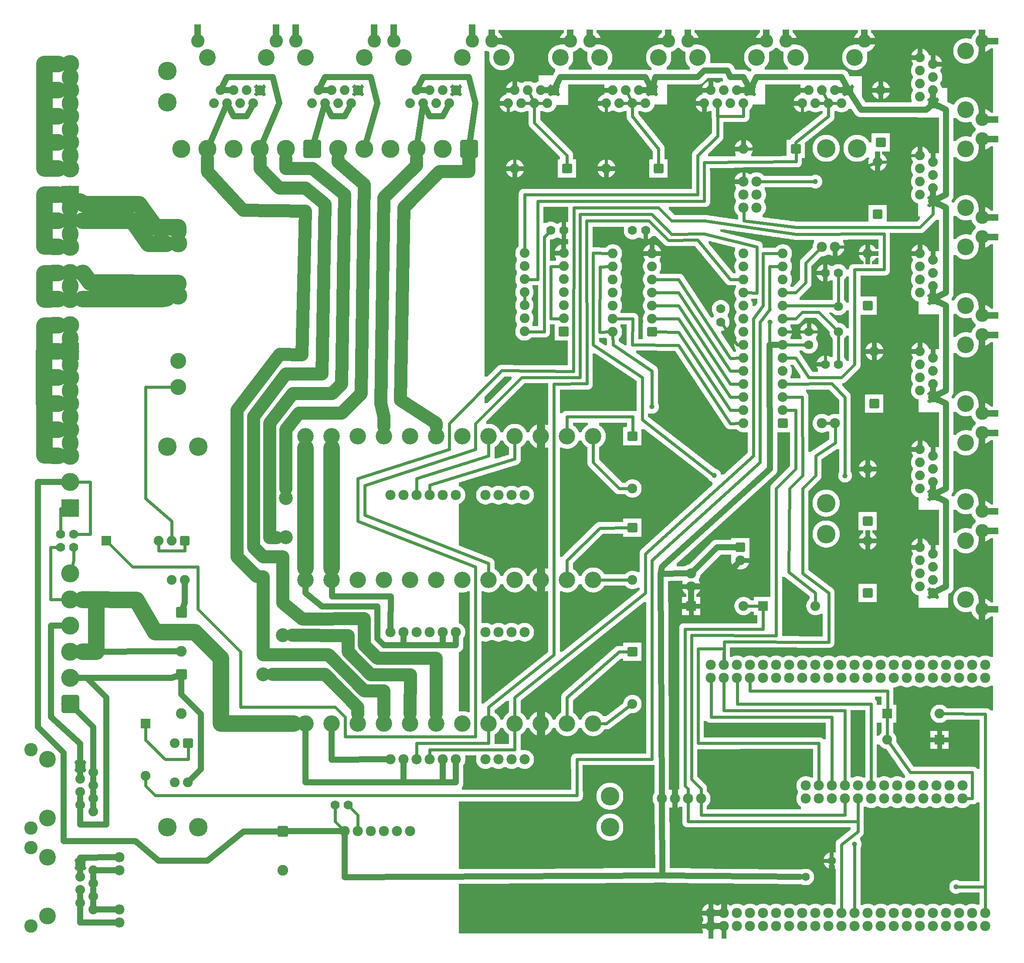
<source format=gtl>
G04 MADE WITH FRITZING*
G04 WWW.FRITZING.ORG*
G04 DOUBLE SIDED*
G04 HOLES PLATED*
G04 CONTOUR ON CENTER OF CONTOUR VECTOR*
%ASAXBY*%
%FSLAX23Y23*%
%MOIN*%
%OFA0B0*%
%SFA1.0B1.0*%
%ADD10C,0.075000*%
%ADD11C,0.074000*%
%ADD12C,0.137795*%
%ADD13C,0.070925*%
%ADD14C,0.070866*%
%ADD15C,0.122047*%
%ADD16C,0.102362*%
%ADD17C,0.070000*%
%ADD18C,0.078000*%
%ADD19C,0.125984*%
%ADD20C,0.082000*%
%ADD21C,0.127953*%
%ADD22C,0.141732*%
%ADD23C,0.039370*%
%ADD24C,0.062992*%
%ADD25C,0.106299*%
%ADD26R,0.137795X0.137795*%
%ADD27R,0.075000X0.075000*%
%ADD28C,0.017350*%
%ADD29C,0.128000*%
%ADD30C,0.048000*%
%ADD31C,0.024000*%
%ADD32C,0.100000*%
%ADD33C,0.020000*%
%LNCOPPER1*%
G90*
G70*
G54D10*
X4598Y6825D03*
X5348Y6824D03*
X6098Y6826D03*
X4311Y6716D03*
X5061Y6716D03*
X5811Y6716D03*
X3848Y6826D03*
X5788Y6473D03*
X7220Y6196D03*
X7231Y5873D03*
X6297Y6250D03*
X4088Y5537D03*
X7220Y5446D03*
X4468Y5402D03*
X5979Y5296D03*
X5410Y5248D03*
X6120Y4970D03*
X7231Y5123D03*
X7220Y4696D03*
X4911Y4421D03*
X6166Y4602D03*
X7231Y4373D03*
X4471Y4373D03*
X3895Y4180D03*
X6100Y4136D03*
X7220Y3946D03*
X3914Y3676D03*
X7231Y3623D03*
X7220Y3196D03*
X4554Y3887D03*
X5918Y2648D03*
X5698Y3385D03*
X4224Y2571D03*
X3623Y2573D03*
X6944Y5358D03*
X6776Y1858D03*
X6425Y1673D03*
X5329Y1596D03*
X6639Y1369D03*
X5278Y1384D03*
X4734Y2470D03*
X4399Y1253D03*
X6525Y920D03*
X5066Y808D03*
G54D11*
X4102Y6496D03*
X4052Y6396D03*
X4002Y6496D03*
X3952Y6396D03*
X3902Y6496D03*
X3852Y6396D03*
X3802Y6496D03*
X3752Y6396D03*
G54D12*
X402Y4496D03*
X402Y4696D03*
X402Y4896D03*
X402Y5096D03*
X402Y5296D03*
X402Y5496D03*
X402Y5696D03*
X402Y5896D03*
X402Y6096D03*
X402Y6296D03*
X402Y6496D03*
X402Y6696D03*
X402Y1796D03*
X402Y1996D03*
X402Y2196D03*
X402Y2396D03*
X402Y2596D03*
X402Y2796D03*
G54D13*
X6277Y4839D03*
G54D14*
X6277Y4646D03*
G54D11*
X3352Y6496D03*
X3302Y6396D03*
X3252Y6496D03*
X3202Y6396D03*
X3152Y6496D03*
X3102Y6396D03*
X3052Y6496D03*
X3002Y6396D03*
G54D12*
X402Y3296D03*
X402Y3496D03*
X402Y3696D03*
X402Y3896D03*
X402Y4096D03*
X402Y4296D03*
G54D10*
X1277Y3046D03*
X1277Y2746D03*
X1177Y3046D03*
X1177Y2746D03*
G54D11*
X477Y1321D03*
X577Y1271D03*
X477Y1221D03*
X577Y1171D03*
X477Y1121D03*
X577Y1071D03*
X477Y1021D03*
X577Y971D03*
X477Y571D03*
X577Y521D03*
X477Y471D03*
X577Y421D03*
X477Y371D03*
X577Y321D03*
X477Y271D03*
X577Y221D03*
X1852Y6496D03*
X1802Y6396D03*
X1752Y6496D03*
X1702Y6396D03*
X1652Y6496D03*
X1602Y6396D03*
X1552Y6496D03*
X1502Y6396D03*
G54D10*
X1302Y1496D03*
X1302Y1196D03*
X1202Y1496D03*
X1202Y1196D03*
G54D11*
X2602Y6496D03*
X2552Y6396D03*
X2502Y6496D03*
X2452Y6396D03*
X2402Y6496D03*
X2352Y6396D03*
X2302Y6496D03*
X2252Y6396D03*
X6352Y6496D03*
X6302Y6396D03*
X6252Y6496D03*
X6202Y6396D03*
X6152Y6496D03*
X6102Y6396D03*
X6052Y6496D03*
X6002Y6396D03*
G54D12*
X1227Y4921D03*
G54D11*
X4852Y6496D03*
X4802Y6396D03*
X4752Y6496D03*
X4702Y6396D03*
X4652Y6496D03*
X4602Y6396D03*
X4552Y6496D03*
X4502Y6396D03*
G54D12*
X1227Y5321D03*
G54D11*
X7002Y6396D03*
X6902Y6446D03*
X7002Y6496D03*
X6902Y6546D03*
X7002Y6596D03*
X6902Y6646D03*
X7002Y6696D03*
X6902Y6746D03*
G54D15*
X1227Y4421D03*
G54D11*
X7002Y5646D03*
X6902Y5696D03*
X7002Y5746D03*
X6902Y5796D03*
X7002Y5846D03*
X6902Y5896D03*
X7002Y5946D03*
X6902Y5996D03*
G54D15*
X1227Y4221D03*
G54D11*
X7002Y4896D03*
X6902Y4946D03*
X7002Y4996D03*
X6902Y5046D03*
X7002Y5096D03*
X6902Y5146D03*
X7002Y5196D03*
X6902Y5246D03*
X7002Y4146D03*
X6902Y4196D03*
X7002Y4246D03*
X6902Y4296D03*
X7002Y4346D03*
X6902Y4396D03*
X7002Y4446D03*
X6902Y4496D03*
X7002Y2646D03*
X6902Y2696D03*
X7002Y2746D03*
X6902Y2796D03*
X7002Y2846D03*
X6902Y2896D03*
X7002Y2946D03*
X6902Y2996D03*
X7002Y3396D03*
X6902Y3446D03*
X7002Y3496D03*
X6902Y3546D03*
X7002Y3596D03*
X6902Y3646D03*
X7002Y3696D03*
X6902Y3746D03*
X5602Y6496D03*
X5552Y6396D03*
X5502Y6496D03*
X5452Y6396D03*
X5402Y6496D03*
X5352Y6396D03*
X5302Y6496D03*
X5252Y6396D03*
G54D10*
X5852Y3946D03*
X5552Y3946D03*
X5852Y4046D03*
X5552Y4046D03*
X5852Y4146D03*
X5552Y4146D03*
X5852Y4246D03*
X5552Y4246D03*
X5852Y4346D03*
X5552Y4346D03*
X5852Y4446D03*
X5552Y4446D03*
X5852Y4546D03*
X5552Y4546D03*
X5852Y4646D03*
X5552Y4646D03*
X5852Y4746D03*
X5552Y4746D03*
X5852Y4846D03*
X5552Y4846D03*
X5852Y4946D03*
X5552Y4946D03*
X5852Y5046D03*
X5552Y5046D03*
X5852Y5146D03*
X5552Y5146D03*
X5852Y5246D03*
X5552Y5246D03*
X4176Y4648D03*
X3876Y4648D03*
X4176Y4748D03*
X3876Y4748D03*
X4176Y4848D03*
X3876Y4848D03*
X4176Y4948D03*
X3876Y4948D03*
X4176Y5048D03*
X3876Y5048D03*
X4176Y5148D03*
X3876Y5148D03*
X4176Y5248D03*
X3876Y5248D03*
X4852Y4646D03*
X4552Y4646D03*
X4852Y4746D03*
X4552Y4746D03*
X4852Y4846D03*
X4552Y4846D03*
X4852Y4946D03*
X4552Y4946D03*
X4852Y5046D03*
X4552Y5046D03*
X4852Y5146D03*
X4552Y5146D03*
X4852Y5246D03*
X4552Y5246D03*
X6502Y2646D03*
X6502Y3046D03*
X6502Y3196D03*
X6502Y3596D03*
X6552Y4096D03*
X6552Y4496D03*
X4202Y5896D03*
X3802Y5896D03*
X4902Y5896D03*
X4502Y5896D03*
X5952Y6046D03*
X5552Y6046D03*
X6577Y5546D03*
X6577Y5946D03*
G54D16*
X102Y846D03*
X102Y1446D03*
X102Y696D03*
X1977Y6871D03*
X2727Y6871D03*
X3477Y6871D03*
X4227Y6871D03*
X4977Y6871D03*
X5727Y6871D03*
X6477Y6871D03*
X7377Y6871D03*
X7377Y6121D03*
X7377Y5371D03*
X7377Y4621D03*
X7377Y3871D03*
X7377Y3121D03*
X102Y96D03*
X1377Y6871D03*
X2127Y6871D03*
X2877Y6871D03*
X3627Y6871D03*
X4377Y6871D03*
X5127Y6871D03*
X5877Y6871D03*
X7377Y6271D03*
X7377Y5521D03*
X7377Y4771D03*
X7377Y4021D03*
X7377Y3271D03*
X7377Y2521D03*
G54D10*
X6602Y6096D03*
X6602Y6496D03*
X6502Y4846D03*
X6502Y5246D03*
G54D17*
X6277Y4396D03*
X6177Y4396D03*
X6277Y5096D03*
X6177Y5096D03*
G54D18*
X5152Y2696D03*
X5152Y2796D03*
X6152Y5296D03*
X6252Y5296D03*
X6152Y3946D03*
X6252Y3946D03*
X5652Y5596D03*
X5652Y5696D03*
X5652Y5796D03*
X5652Y5596D03*
X5652Y5696D03*
X5652Y5796D03*
X5552Y5796D03*
X5552Y5696D03*
X5552Y5596D03*
G54D19*
X4402Y3846D03*
X4202Y3846D03*
X4002Y3846D03*
X3802Y3846D03*
X3602Y3846D03*
X3402Y3846D03*
X3202Y3846D03*
X3002Y3846D03*
X2802Y3846D03*
X2602Y3846D03*
X2402Y3846D03*
X2202Y3846D03*
X4402Y1646D03*
X4202Y1646D03*
X4002Y1646D03*
X3802Y1646D03*
X3602Y1646D03*
X3402Y1646D03*
X3202Y1646D03*
X3002Y1646D03*
X2802Y1646D03*
X2602Y1646D03*
X2402Y1646D03*
X2202Y1646D03*
X4402Y2746D03*
X4202Y2746D03*
X4002Y2746D03*
X3802Y2746D03*
X3602Y2746D03*
X3402Y2746D03*
X3202Y2746D03*
X3002Y2746D03*
X2802Y2746D03*
X2602Y2746D03*
X2402Y2746D03*
X2202Y2746D03*
G54D20*
X1252Y2496D03*
X1252Y2198D03*
X1252Y2021D03*
X1252Y1723D03*
G54D21*
X227Y171D03*
X1452Y6746D03*
X227Y1371D03*
X227Y921D03*
X227Y621D03*
X1902Y6746D03*
X2202Y6746D03*
X2652Y6746D03*
X2952Y6746D03*
X3402Y6746D03*
X3702Y6746D03*
X4152Y6746D03*
X4452Y6746D03*
X4902Y6746D03*
X5202Y6746D03*
X5652Y6746D03*
X6402Y6746D03*
X5952Y6746D03*
X7252Y2596D03*
X7252Y3046D03*
X7252Y3346D03*
X7252Y3796D03*
X7252Y4096D03*
X7252Y4546D03*
X7252Y4846D03*
X7252Y5296D03*
X7252Y5596D03*
X7252Y6046D03*
X7252Y6346D03*
X7252Y6796D03*
G54D10*
X677Y3046D03*
X1077Y3046D03*
X977Y1646D03*
X977Y1246D03*
G54D22*
X1380Y3767D03*
X1144Y3767D03*
X6183Y3333D03*
X6183Y3097D03*
X1144Y6404D03*
X1144Y6641D03*
X6420Y6050D03*
X6183Y6050D03*
X4530Y1089D03*
X4530Y853D03*
X1380Y853D03*
X1144Y853D03*
G54D12*
X3452Y6046D03*
X3252Y6046D03*
X3052Y6046D03*
X2852Y6046D03*
X2652Y6046D03*
X2452Y6046D03*
X2252Y6046D03*
X2052Y6046D03*
X1852Y6046D03*
X1652Y6046D03*
X1452Y6046D03*
X1252Y6046D03*
G54D18*
X7402Y2096D03*
X7302Y2096D03*
X7202Y2096D03*
X7102Y2096D03*
X7002Y2096D03*
X6902Y2096D03*
X6802Y2096D03*
X6702Y2096D03*
X6602Y2096D03*
X6502Y2096D03*
X6402Y2096D03*
X6302Y2096D03*
X6202Y2096D03*
X6102Y2096D03*
X6002Y2096D03*
X5902Y2096D03*
X5802Y2096D03*
X5702Y2096D03*
X5602Y2096D03*
X5502Y2096D03*
X5402Y2096D03*
X5302Y2096D03*
X7402Y2096D03*
X7302Y2096D03*
X7202Y2096D03*
X7102Y2096D03*
X7002Y2096D03*
X6902Y2096D03*
X6802Y2096D03*
X6702Y2096D03*
X6602Y2096D03*
X6502Y2096D03*
X6402Y2096D03*
X6302Y2096D03*
X6202Y2096D03*
X6102Y2096D03*
X6002Y2096D03*
X5902Y2096D03*
X5802Y2096D03*
X5702Y2096D03*
X5602Y2096D03*
X5502Y2096D03*
X5402Y2096D03*
X5302Y2096D03*
X5302Y1996D03*
X5402Y1996D03*
X5502Y1996D03*
X5602Y1996D03*
X5702Y1996D03*
X5802Y1996D03*
X5902Y1996D03*
X6002Y1996D03*
X6102Y1996D03*
X6202Y1996D03*
X6302Y1996D03*
X6402Y1996D03*
X6502Y1996D03*
X6602Y1996D03*
X6702Y1996D03*
X6802Y1996D03*
X6902Y1996D03*
X7002Y1996D03*
X7102Y1996D03*
X7202Y1996D03*
X7302Y1996D03*
X7402Y1996D03*
X7402Y196D03*
X7302Y196D03*
X7202Y196D03*
X7102Y196D03*
X7002Y196D03*
X6902Y196D03*
X6802Y196D03*
X6702Y196D03*
X6602Y196D03*
X6502Y196D03*
X6402Y196D03*
X6302Y196D03*
X6202Y196D03*
X6102Y196D03*
X6002Y196D03*
X5902Y196D03*
X5802Y196D03*
X5702Y196D03*
X5602Y196D03*
X5502Y196D03*
X5402Y196D03*
X5302Y196D03*
X7402Y196D03*
X7302Y196D03*
X7202Y196D03*
X7102Y196D03*
X7002Y196D03*
X6902Y196D03*
X6802Y196D03*
X6702Y196D03*
X6602Y196D03*
X6502Y196D03*
X6402Y196D03*
X6302Y196D03*
X6202Y196D03*
X6102Y196D03*
X6002Y196D03*
X5902Y196D03*
X5802Y196D03*
X5702Y196D03*
X5602Y196D03*
X5502Y196D03*
X5402Y196D03*
X5302Y196D03*
X5302Y96D03*
X5402Y96D03*
X5502Y96D03*
X5602Y96D03*
X5702Y96D03*
X5802Y96D03*
X5902Y96D03*
X6002Y96D03*
X6102Y96D03*
X6202Y96D03*
X6302Y96D03*
X6402Y96D03*
X6502Y96D03*
X6602Y96D03*
X6702Y96D03*
X6802Y96D03*
X6902Y96D03*
X7002Y96D03*
X7102Y96D03*
X7202Y96D03*
X7302Y96D03*
X7402Y96D03*
G54D10*
X5702Y2546D03*
X6102Y2546D03*
X6652Y1721D03*
X7052Y1721D03*
X7052Y1521D03*
X6652Y1521D03*
X5152Y2546D03*
X5552Y2546D03*
X4702Y3846D03*
X4702Y3446D03*
X4702Y3146D03*
X4702Y2746D03*
X4702Y2196D03*
X4702Y1796D03*
G54D23*
X6102Y5796D03*
X4852Y4071D03*
G54D20*
X2027Y821D03*
X2027Y521D03*
G54D18*
X2852Y3396D03*
X2952Y3396D03*
X3052Y3396D03*
X3152Y3396D03*
X3252Y3396D03*
X3352Y3396D03*
X2852Y2346D03*
X2952Y2346D03*
X3052Y2346D03*
X3152Y2346D03*
X3252Y2346D03*
X3352Y2346D03*
X2852Y1371D03*
X2952Y1371D03*
X3052Y1371D03*
X3152Y1371D03*
X3252Y1371D03*
X3352Y1371D03*
X3577Y3396D03*
X3677Y3396D03*
X3777Y3396D03*
X3877Y3396D03*
X3577Y2346D03*
X3677Y2346D03*
X3777Y2346D03*
X3877Y2346D03*
X3577Y1371D03*
X3677Y1371D03*
X3777Y1371D03*
X3877Y1371D03*
X6027Y1071D03*
X6127Y1071D03*
X6227Y1071D03*
X6327Y1071D03*
X6427Y1071D03*
X6527Y1071D03*
X6627Y1071D03*
X6727Y1071D03*
X6827Y1071D03*
X6927Y1071D03*
X7027Y1071D03*
X7127Y1071D03*
X7227Y1071D03*
X6027Y1071D03*
X6127Y1071D03*
X6227Y1071D03*
X6327Y1071D03*
X6427Y1071D03*
X6527Y1071D03*
X6627Y1071D03*
X6727Y1071D03*
X6827Y1071D03*
X6927Y1071D03*
X7027Y1071D03*
X7127Y1071D03*
X7227Y1071D03*
X7227Y1171D03*
X7127Y1171D03*
X7027Y1171D03*
X6927Y1171D03*
X6827Y1171D03*
X6727Y1171D03*
X6627Y1171D03*
X6527Y1171D03*
X6427Y1171D03*
X6327Y1171D03*
X6227Y1171D03*
X6127Y1171D03*
X6027Y1171D03*
G54D24*
X6027Y471D03*
G54D23*
X5327Y3546D03*
X6328Y3544D03*
G54D18*
X2502Y821D03*
X2602Y821D03*
X2702Y821D03*
X2802Y821D03*
X2902Y821D03*
X3002Y821D03*
X777Y221D03*
X777Y121D03*
X777Y621D03*
X777Y521D03*
G54D25*
X2052Y3371D03*
X2052Y3071D03*
X2027Y2321D03*
X1877Y2021D03*
G54D23*
X7177Y396D03*
X6402Y721D03*
G54D24*
X6227Y596D03*
G54D18*
X4927Y1071D03*
X5027Y1071D03*
X5127Y1071D03*
X5227Y1071D03*
G54D17*
X5377Y4821D03*
X5377Y4720D03*
X4077Y5421D03*
X4178Y5421D03*
X4702Y5421D03*
X4803Y5421D03*
X6052Y4646D03*
X6052Y4545D03*
X2427Y1021D03*
X2528Y1021D03*
X327Y2996D03*
X428Y2996D03*
X327Y3096D03*
X428Y3096D03*
G54D23*
X5753Y4720D03*
G54D10*
X5527Y2996D03*
X5527Y2896D03*
G54D26*
X402Y4496D03*
X402Y5696D03*
X402Y3296D03*
G54D27*
X677Y3046D03*
X977Y1646D03*
X5702Y2546D03*
X6652Y1721D03*
X7052Y1521D03*
X5152Y2546D03*
G54D28*
X4139Y6467D02*
X4065Y6467D01*
D02*
X4139Y6524D02*
X4065Y6524D01*
D02*
X4131Y6459D02*
X4131Y6533D01*
D02*
X4074Y6459D02*
X4074Y6533D01*
D02*
X3389Y6467D02*
X3315Y6467D01*
D02*
X3389Y6524D02*
X3315Y6524D01*
D02*
X3381Y6459D02*
X3381Y6533D01*
D02*
X3324Y6459D02*
X3324Y6533D01*
D02*
X506Y1358D02*
X506Y1284D01*
D02*
X449Y1358D02*
X449Y1284D01*
D02*
X514Y1349D02*
X440Y1349D01*
D02*
X514Y1292D02*
X440Y1292D01*
D02*
X506Y608D02*
X506Y534D01*
D02*
X449Y608D02*
X449Y534D01*
D02*
X514Y599D02*
X440Y599D01*
D02*
X514Y542D02*
X440Y542D01*
D02*
X1889Y6467D02*
X1815Y6467D01*
D02*
X1889Y6524D02*
X1815Y6524D01*
D02*
X1881Y6459D02*
X1881Y6533D01*
D02*
X1824Y6459D02*
X1824Y6533D01*
D02*
X2639Y6467D02*
X2565Y6467D01*
D02*
X2639Y6524D02*
X2565Y6524D01*
D02*
X2631Y6459D02*
X2631Y6533D01*
D02*
X2574Y6459D02*
X2574Y6533D01*
D02*
X6389Y6467D02*
X6315Y6467D01*
D02*
X6389Y6524D02*
X6315Y6524D01*
D02*
X6381Y6459D02*
X6381Y6533D01*
D02*
X6324Y6459D02*
X6324Y6533D01*
D02*
X4889Y6467D02*
X4815Y6467D01*
D02*
X4889Y6524D02*
X4815Y6524D01*
D02*
X4881Y6459D02*
X4881Y6533D01*
D02*
X4824Y6459D02*
X4824Y6533D01*
D02*
X6974Y6359D02*
X6974Y6433D01*
D02*
X7031Y6359D02*
X7031Y6433D01*
D02*
X6965Y6367D02*
X7039Y6367D01*
D02*
X6965Y6424D02*
X7039Y6424D01*
D02*
X6974Y5609D02*
X6974Y5683D01*
D02*
X7031Y5609D02*
X7031Y5683D01*
D02*
X6965Y5617D02*
X7039Y5617D01*
D02*
X6965Y5674D02*
X7039Y5674D01*
D02*
X6974Y4859D02*
X6974Y4933D01*
D02*
X7031Y4859D02*
X7031Y4933D01*
D02*
X6965Y4867D02*
X7039Y4867D01*
D02*
X6965Y4924D02*
X7039Y4924D01*
D02*
X6974Y4109D02*
X6974Y4183D01*
D02*
X7031Y4109D02*
X7031Y4183D01*
D02*
X6965Y4117D02*
X7039Y4117D01*
D02*
X6965Y4174D02*
X7039Y4174D01*
D02*
X6974Y2609D02*
X6974Y2683D01*
D02*
X7031Y2609D02*
X7031Y2683D01*
D02*
X6965Y2617D02*
X7039Y2617D01*
D02*
X6965Y2674D02*
X7039Y2674D01*
D02*
X6974Y3359D02*
X6974Y3433D01*
D02*
X7031Y3359D02*
X7031Y3433D01*
D02*
X6965Y3367D02*
X7039Y3367D01*
D02*
X6965Y3424D02*
X7039Y3424D01*
D02*
X5639Y6467D02*
X5565Y6467D01*
D02*
X5639Y6524D02*
X5565Y6524D01*
D02*
X5631Y6459D02*
X5631Y6533D01*
D02*
X5574Y6459D02*
X5574Y6533D01*
G54D29*
D02*
X402Y6204D02*
X402Y6187D01*
D02*
X402Y6587D02*
X402Y6604D01*
D02*
X402Y6004D02*
X402Y5987D01*
D02*
X402Y6404D02*
X402Y6387D01*
D02*
X402Y5004D02*
X402Y4987D01*
D02*
X402Y4587D02*
X402Y4604D01*
D02*
X402Y5404D02*
X402Y5387D01*
D02*
X1226Y5446D02*
X1054Y5446D01*
D02*
X1226Y5410D02*
X1226Y5446D01*
D02*
X926Y5622D02*
X504Y5622D01*
D02*
X1054Y5446D02*
X926Y5622D01*
D02*
X504Y5622D02*
X476Y5642D01*
D02*
X1226Y5010D02*
X1226Y5020D01*
D02*
X1226Y5020D02*
X554Y5021D01*
D02*
X554Y5021D02*
X502Y5096D01*
D02*
X502Y5096D02*
X494Y5096D01*
D02*
X203Y5094D02*
X311Y5095D01*
D02*
X311Y4895D02*
X203Y4894D01*
D02*
X203Y4894D02*
X203Y5094D01*
D02*
X1140Y4904D02*
X1102Y4896D01*
D02*
X1102Y4896D02*
X552Y4896D01*
D02*
X552Y4896D02*
X494Y4896D01*
D02*
X311Y4495D02*
X203Y4494D01*
D02*
X203Y4494D02*
X203Y4694D01*
D02*
X203Y4694D02*
X311Y4695D01*
D02*
X203Y5498D02*
X203Y5697D01*
D02*
X203Y5697D02*
X311Y5696D01*
D02*
X311Y5497D02*
X203Y5498D01*
D02*
X203Y5498D02*
X203Y5298D01*
D02*
X311Y5497D02*
X203Y5498D01*
D02*
X203Y5298D02*
X311Y5297D01*
D02*
X1001Y5319D02*
X878Y5495D01*
D02*
X1138Y5320D02*
X1001Y5319D01*
D02*
X878Y5495D02*
X494Y5495D01*
D02*
X203Y6697D02*
X311Y6696D01*
D02*
X311Y6496D02*
X203Y6497D01*
D02*
X203Y6497D02*
X203Y6697D01*
D02*
X311Y6296D02*
X203Y6297D01*
D02*
X203Y6297D02*
X203Y6497D01*
D02*
X203Y6497D02*
X311Y6496D01*
D02*
X203Y6297D02*
X311Y6296D01*
D02*
X311Y6096D02*
X203Y6097D01*
D02*
X203Y6097D02*
X203Y6297D01*
D02*
X311Y5896D02*
X203Y5897D01*
D02*
X203Y5897D02*
X203Y6097D01*
D02*
X203Y6097D02*
X311Y6096D01*
D02*
X402Y5587D02*
X402Y5604D01*
D02*
X402Y4387D02*
X402Y4404D01*
D02*
X402Y4187D02*
X402Y4204D01*
D02*
X202Y4096D02*
X311Y4096D01*
D02*
X202Y4296D02*
X202Y4096D01*
D02*
X311Y4296D02*
X202Y4296D01*
D02*
X202Y4496D02*
X202Y4296D01*
D02*
X202Y4296D02*
X311Y4296D01*
D02*
X311Y4496D02*
X202Y4496D01*
D02*
X602Y2196D02*
X602Y2592D01*
D02*
X602Y2592D02*
X494Y2594D01*
D02*
X494Y2196D02*
X602Y2196D01*
G54D30*
D02*
X1215Y2198D02*
X449Y2196D01*
D02*
X1250Y1868D02*
X1252Y1983D01*
D02*
X1328Y1221D02*
X1402Y1295D01*
D02*
X1402Y1720D02*
X1250Y1868D01*
D02*
X1402Y1295D02*
X1402Y1720D01*
D02*
X1278Y2710D02*
X1278Y2571D01*
D02*
X1278Y2571D02*
X1264Y2531D01*
G54D31*
D02*
X5952Y4046D02*
X5877Y4046D01*
D02*
X5952Y3597D02*
X5952Y4046D01*
D02*
X5801Y3445D02*
X5952Y3597D01*
D02*
X5801Y2319D02*
X5801Y3445D01*
D02*
X6002Y4146D02*
X5877Y4146D01*
D02*
X5904Y3445D02*
X6004Y3545D01*
D02*
X5897Y2805D02*
X5904Y3445D01*
D02*
X6004Y3545D02*
X6002Y4146D01*
D02*
X6102Y2646D02*
X5897Y2805D01*
D02*
X6102Y2571D02*
X6102Y2646D01*
D02*
X5103Y1170D02*
X5103Y2370D01*
D02*
X5128Y1145D02*
X5103Y1170D01*
D02*
X5128Y1096D02*
X5128Y1145D01*
D02*
X5702Y2369D02*
X5702Y2521D01*
D02*
X5103Y2370D02*
X5702Y2369D01*
D02*
X6427Y895D02*
X5128Y896D01*
D02*
X5678Y2546D02*
X5577Y2546D01*
G54D30*
D02*
X5016Y2542D02*
X5116Y2545D01*
D02*
X4932Y483D02*
X2501Y470D01*
D02*
X2466Y821D02*
X2065Y821D01*
D02*
X5302Y159D02*
X5302Y132D01*
D02*
X5366Y96D02*
X5339Y96D01*
D02*
X5366Y196D02*
X5339Y196D01*
G54D31*
D02*
X6277Y4863D02*
X6277Y5072D01*
D02*
X6277Y4622D02*
X6277Y4419D01*
G54D30*
D02*
X4926Y2845D02*
X5754Y3597D01*
D02*
X4918Y2792D02*
X4926Y2845D01*
D02*
X5754Y3597D02*
X5752Y4546D01*
D02*
X5752Y4546D02*
X5816Y4546D01*
G54D31*
D02*
X3702Y4348D02*
X4251Y4344D01*
D02*
X5002Y5496D02*
X5254Y5496D01*
D02*
X4902Y5596D02*
X5002Y5496D01*
D02*
X2427Y1771D02*
X2503Y1695D01*
D02*
X1703Y1771D02*
X2427Y1771D01*
D02*
X6402Y5121D02*
X6402Y4396D01*
D02*
X6402Y4396D02*
X6302Y4296D01*
D02*
X5953Y5394D02*
X6627Y5396D01*
D02*
X4251Y4344D02*
X4254Y5596D01*
D02*
X3302Y3944D02*
X3702Y4348D01*
D02*
X2602Y3196D02*
X2602Y3522D01*
D02*
X2602Y3522D02*
X3302Y3746D01*
D02*
X3302Y3746D02*
X3302Y3944D01*
D02*
X3502Y2846D02*
X2602Y3196D01*
D02*
X3502Y1546D02*
X3502Y2846D01*
D02*
X2503Y1546D02*
X3502Y1546D01*
D02*
X2503Y1695D02*
X2503Y1546D01*
D02*
X1703Y2195D02*
X1703Y1771D01*
D02*
X4254Y5596D02*
X4902Y5596D01*
D02*
X5254Y5496D02*
X5953Y5394D01*
D02*
X6627Y5121D02*
X6402Y5121D01*
D02*
X6627Y5396D02*
X6627Y5121D01*
D02*
X6052Y4296D02*
X5952Y4446D01*
D02*
X5952Y4446D02*
X5877Y4446D01*
D02*
X6302Y4296D02*
X6052Y4296D01*
D02*
X1376Y2521D02*
X1703Y2195D01*
D02*
X1376Y2845D02*
X1376Y2521D01*
D02*
X876Y2845D02*
X1376Y2845D01*
D02*
X695Y3028D02*
X876Y2845D01*
D02*
X5677Y4720D02*
X5753Y4820D01*
D02*
X5752Y4820D02*
X5752Y5146D01*
D02*
X5752Y5146D02*
X5828Y5146D01*
D02*
X5677Y3646D02*
X5677Y4720D01*
D02*
X4852Y2896D02*
X5677Y3646D01*
D02*
X4276Y1372D02*
X4850Y1372D01*
D02*
X4850Y1372D02*
X4852Y2896D01*
D02*
X4279Y1095D02*
X4276Y1372D01*
D02*
X977Y1221D02*
X976Y1170D01*
D02*
X6327Y945D02*
X5228Y945D01*
D02*
X5153Y1220D02*
X5153Y2321D01*
D02*
X5228Y1145D02*
X5153Y1220D01*
D02*
X5228Y1096D02*
X5228Y1145D01*
D02*
X5153Y2321D02*
X5801Y2319D01*
G54D29*
D02*
X2202Y2836D02*
X2202Y3755D01*
D02*
X2402Y2836D02*
X2402Y3755D01*
G54D31*
D02*
X4502Y1646D02*
X4437Y1646D01*
D02*
X4682Y1781D02*
X4502Y1646D01*
D02*
X4602Y2196D02*
X4202Y1846D01*
D02*
X4202Y1846D02*
X4202Y1680D01*
D02*
X4678Y2196D02*
X4602Y2196D01*
D02*
X4678Y2746D02*
X4437Y2746D01*
D02*
X4454Y3144D02*
X4202Y2896D01*
D02*
X4202Y2896D02*
X4202Y2780D01*
D02*
X4678Y3145D02*
X4454Y3144D01*
D02*
X4602Y3446D02*
X4402Y3646D01*
D02*
X4402Y3646D02*
X4402Y3811D01*
D02*
X4678Y3446D02*
X4602Y3446D01*
D02*
X4704Y3995D02*
X4202Y3995D01*
D02*
X4202Y3995D02*
X4202Y3880D01*
D02*
X4703Y3871D02*
X4704Y3995D01*
G54D29*
D02*
X906Y2592D02*
X494Y2595D01*
D02*
X1553Y2145D02*
X1353Y2345D01*
D02*
X1553Y1645D02*
X1553Y2145D01*
D02*
X1353Y2345D02*
X1052Y2346D01*
D02*
X1052Y2346D02*
X906Y2592D01*
D02*
X2112Y1646D02*
X1553Y1645D01*
G54D32*
D02*
X2028Y2569D02*
X2027Y2921D01*
D02*
X2177Y2447D02*
X2028Y2569D01*
D02*
X2650Y2448D02*
X2177Y2447D01*
D02*
X2752Y2145D02*
X2652Y2245D01*
D02*
X2652Y2245D02*
X2650Y2448D01*
D02*
X3202Y2146D02*
X2752Y2145D01*
D02*
X1877Y2921D02*
X1804Y2995D01*
D02*
X1804Y3995D02*
X2052Y4322D01*
D02*
X1804Y2995D02*
X1804Y3995D01*
D02*
X2027Y2921D02*
X1877Y2921D01*
D02*
X2001Y5747D02*
X1854Y5897D01*
D02*
X2327Y4322D02*
X2352Y5621D01*
D02*
X2352Y5621D02*
X2202Y5747D01*
D02*
X2202Y5747D02*
X2001Y5747D01*
D02*
X1854Y5897D02*
X1853Y5971D01*
D02*
X2052Y4322D02*
X2327Y4322D01*
D02*
X3202Y1719D02*
X3202Y2146D01*
D02*
X2527Y2320D02*
X2099Y2321D01*
D02*
X2527Y2195D02*
X2527Y2320D01*
D02*
X2702Y2020D02*
X2527Y2195D01*
D02*
X3003Y2020D02*
X2702Y2020D01*
D02*
X3002Y1719D02*
X3003Y2020D01*
D02*
X1828Y2771D02*
X1678Y2921D01*
D02*
X1877Y2770D02*
X1828Y2771D01*
D02*
X1877Y2171D02*
X1877Y2770D01*
D02*
X2377Y2171D02*
X1877Y2171D01*
D02*
X2652Y1896D02*
X2377Y2171D01*
D02*
X2800Y1897D02*
X2652Y1896D01*
D02*
X1678Y2921D02*
X1678Y4046D01*
D02*
X2003Y4471D02*
X2175Y4468D01*
D02*
X2175Y4468D02*
X2202Y5568D01*
D02*
X1723Y5576D02*
X1451Y5871D01*
D02*
X1451Y5871D02*
X1452Y5971D01*
D02*
X2202Y5568D02*
X1723Y5576D01*
D02*
X1678Y4046D02*
X2003Y4471D01*
D02*
X2802Y1719D02*
X2800Y1897D01*
D02*
X2351Y2021D02*
X1949Y2021D01*
D02*
X2602Y1769D02*
X2351Y2021D01*
D02*
X2602Y1719D02*
X2602Y1769D01*
G54D31*
D02*
X3802Y1846D02*
X4802Y2646D01*
D02*
X5702Y4846D02*
X5702Y5246D01*
D02*
X5627Y4745D02*
X5702Y4846D01*
D02*
X4802Y2646D02*
X4802Y2946D01*
D02*
X4802Y2946D02*
X5627Y3696D01*
D02*
X5627Y3696D02*
X5627Y4745D01*
D02*
X5702Y5246D02*
X5828Y5246D01*
D02*
X3802Y1680D02*
X3802Y1846D01*
D02*
X4102Y4246D02*
X4354Y4248D01*
D02*
X4102Y2171D02*
X4102Y4246D01*
D02*
X5452Y5046D02*
X5528Y5046D01*
D02*
X5202Y5348D02*
X5452Y5046D01*
D02*
X4828Y5495D02*
X4978Y5347D01*
D02*
X4978Y5347D02*
X5202Y5348D01*
D02*
X4352Y5495D02*
X4828Y5495D01*
D02*
X4354Y4248D02*
X4352Y5495D01*
D02*
X3602Y1771D02*
X4102Y2171D01*
D02*
X3602Y1680D02*
X3602Y1771D01*
D02*
X3602Y2871D02*
X2654Y3244D01*
D02*
X3502Y3746D02*
X3502Y3944D01*
D02*
X2654Y3470D02*
X3502Y3746D01*
D02*
X2654Y3244D02*
X2654Y3470D01*
D02*
X3602Y2780D02*
X3602Y2871D01*
D02*
X3854Y4296D02*
X4302Y4296D01*
D02*
X3502Y3944D02*
X3854Y4296D01*
D02*
X4852Y5545D02*
X5002Y5394D01*
D02*
X5002Y5394D02*
X5252Y5397D01*
D02*
X4302Y5545D02*
X4852Y5545D01*
D02*
X5252Y5397D02*
X5654Y5296D01*
D02*
X5654Y5296D02*
X5654Y4944D01*
D02*
X5654Y4944D02*
X5577Y4945D01*
D02*
X4302Y4296D02*
X4302Y5545D01*
G54D30*
D02*
X4918Y2792D02*
X5116Y2795D01*
D02*
X5152Y2659D02*
X5152Y2582D01*
D02*
X7102Y2696D02*
X7035Y2662D01*
D02*
X7102Y3346D02*
X7102Y2696D01*
D02*
X7035Y3379D02*
X7102Y3346D01*
D02*
X7102Y3446D02*
X7035Y3412D01*
D02*
X7102Y4096D02*
X7102Y3446D01*
D02*
X7035Y4129D02*
X7102Y4096D01*
D02*
X7102Y4196D02*
X7035Y4162D01*
D02*
X7102Y4846D02*
X7102Y4196D01*
D02*
X7035Y4879D02*
X7102Y4846D01*
D02*
X7102Y4946D02*
X7035Y4912D01*
D02*
X7102Y5596D02*
X7102Y4946D01*
D02*
X7035Y5629D02*
X7102Y5596D01*
D02*
X7102Y5696D02*
X7035Y5662D01*
D02*
X7102Y6346D02*
X7102Y5696D01*
D02*
X7035Y6379D02*
X7102Y6346D01*
D02*
X6952Y6346D02*
X6977Y6370D01*
D02*
X6452Y6346D02*
X6952Y6346D01*
D02*
X6373Y6465D02*
X6452Y6346D01*
D02*
X6302Y6596D02*
X6336Y6528D01*
D02*
X5652Y6596D02*
X6302Y6596D01*
D02*
X5619Y6528D02*
X5652Y6596D01*
D02*
X5552Y6596D02*
X5586Y6528D01*
D02*
X4878Y6596D02*
X5202Y6596D01*
D02*
X4861Y6531D02*
X4878Y6596D01*
D02*
X4802Y6596D02*
X4836Y6528D01*
D02*
X4152Y6596D02*
X4802Y6596D01*
D02*
X4119Y6528D02*
X4152Y6596D01*
G54D31*
D02*
X5053Y5047D02*
X5452Y4444D01*
D02*
X5452Y4444D02*
X5528Y4445D01*
D02*
X4877Y5046D02*
X5053Y5047D01*
D02*
X5053Y4945D02*
X5452Y4347D01*
D02*
X5452Y4347D02*
X5528Y4346D01*
D02*
X4877Y4946D02*
X5053Y4945D01*
D02*
X5053Y4847D02*
X5452Y4245D01*
D02*
X5452Y4245D02*
X5528Y4245D01*
D02*
X4877Y4846D02*
X5053Y4847D01*
D02*
X5053Y4746D02*
X5452Y4147D01*
D02*
X5452Y4147D02*
X5528Y4146D01*
D02*
X4877Y4746D02*
X5053Y4746D01*
D02*
X5053Y4644D02*
X5452Y4046D01*
D02*
X5452Y4046D02*
X5528Y4046D01*
D02*
X4877Y4645D02*
X5053Y4644D01*
D02*
X4702Y4547D02*
X5054Y4544D01*
D02*
X5054Y4544D02*
X5452Y3944D01*
D02*
X4703Y4746D02*
X4702Y4547D01*
D02*
X5452Y3944D02*
X5528Y3945D01*
D02*
X4577Y4746D02*
X4703Y4746D01*
D02*
X3751Y6322D02*
X3752Y6370D01*
D02*
X3801Y6246D02*
X3751Y6322D01*
D02*
X3802Y5921D02*
X3801Y6246D01*
D02*
X4502Y5921D02*
X4502Y6370D01*
D02*
X3952Y6246D02*
X3952Y6370D01*
D02*
X4202Y5996D02*
X3952Y6246D01*
D02*
X4202Y5921D02*
X4202Y5996D01*
D02*
X4702Y6296D02*
X4702Y6370D01*
D02*
X4902Y6046D02*
X4702Y6296D01*
D02*
X4902Y5921D02*
X4902Y6046D01*
D02*
X4454Y5144D02*
X4528Y5145D01*
D02*
X4451Y4644D02*
X4454Y5144D01*
D02*
X4528Y4645D02*
X4451Y4644D01*
D02*
X3978Y5046D02*
X3900Y5047D01*
D02*
X3978Y5646D02*
X3978Y5046D01*
D02*
X5954Y5948D02*
X5251Y5944D01*
D02*
X5251Y5944D02*
X5252Y5646D01*
D02*
X5252Y5646D02*
X3978Y5646D01*
D02*
X5953Y6021D02*
X5954Y5948D01*
D02*
X5202Y5996D02*
X5202Y5696D01*
D02*
X5354Y6144D02*
X5202Y5996D01*
D02*
X5353Y6370D02*
X5354Y6144D01*
D02*
X5202Y5696D02*
X3877Y5696D01*
D02*
X3877Y5696D02*
X3876Y5272D01*
D02*
X6002Y6296D02*
X5651Y6048D01*
D02*
X5651Y6048D02*
X5577Y6046D01*
D02*
X6002Y6370D02*
X6002Y6296D01*
D02*
X6202Y6296D02*
X5951Y6096D01*
D02*
X5951Y6096D02*
X5951Y6071D01*
D02*
X6202Y6370D02*
X6202Y6296D01*
D02*
X5953Y5445D02*
X5554Y5496D01*
D02*
X5554Y5496D02*
X5553Y5570D01*
D02*
X6902Y5446D02*
X5953Y5445D01*
D02*
X7002Y5546D02*
X6902Y5446D01*
D02*
X7002Y5620D02*
X7002Y5546D01*
D02*
X5553Y5895D02*
X5553Y5821D01*
D02*
X6451Y5895D02*
X5553Y5895D01*
D02*
X6554Y5936D02*
X6451Y5895D01*
D02*
X5678Y5796D02*
X6083Y5796D01*
G54D30*
D02*
X1727Y819D02*
X1990Y820D01*
D02*
X1452Y596D02*
X1727Y819D01*
D02*
X1079Y595D02*
X1452Y596D01*
D02*
X351Y1422D02*
X351Y746D01*
D02*
X902Y745D02*
X1079Y595D01*
D02*
X351Y746D02*
X902Y745D01*
D02*
X154Y1620D02*
X351Y1422D01*
D02*
X154Y3496D02*
X154Y1620D01*
D02*
X356Y3496D02*
X154Y3496D01*
G54D31*
D02*
X6253Y3795D02*
X6103Y3696D01*
D02*
X6103Y3545D02*
X6004Y3446D01*
D02*
X6004Y3446D02*
X6004Y2797D01*
D02*
X6203Y2270D02*
X5403Y2273D01*
D02*
X6203Y2645D02*
X6203Y2270D01*
D02*
X6004Y2797D02*
X6203Y2645D01*
D02*
X6103Y3696D02*
X6103Y3545D01*
D02*
X6253Y3920D02*
X6253Y3795D01*
D02*
X6227Y3946D02*
X6178Y3946D01*
D02*
X1278Y2970D02*
X1078Y2970D01*
D02*
X1078Y2970D02*
X1078Y3021D01*
D02*
X1278Y3021D02*
X1278Y2970D01*
D02*
X976Y1519D02*
X977Y1621D01*
D02*
X1127Y1372D02*
X976Y1519D01*
D02*
X1304Y1372D02*
X1127Y1372D01*
D02*
X1303Y1471D02*
X1304Y1372D01*
D02*
X979Y4222D02*
X1196Y4221D01*
D02*
X979Y3369D02*
X979Y4222D01*
D02*
X1178Y3196D02*
X979Y3369D01*
D02*
X1178Y3071D02*
X1178Y3196D01*
D02*
X6252Y4846D02*
X6254Y4845D01*
D02*
X5877Y4846D02*
X6252Y4846D01*
D02*
X6128Y4797D02*
X6261Y4663D01*
D02*
X6002Y4797D02*
X6128Y4797D01*
D02*
X5952Y4747D02*
X6002Y4797D01*
D02*
X5877Y4746D02*
X5952Y4747D01*
D02*
X4553Y4546D02*
X4852Y4346D01*
D02*
X4852Y4346D02*
X4852Y4090D01*
D02*
X4552Y4621D02*
X4553Y4546D01*
G54D30*
D02*
X1588Y6362D02*
X1471Y6089D01*
G54D31*
D02*
X3914Y6473D02*
X3941Y6418D01*
G54D30*
D02*
X5539Y6496D02*
X5566Y6496D01*
G54D31*
D02*
X5552Y6296D02*
X5352Y6296D01*
D02*
X5352Y6296D02*
X5352Y6370D01*
D02*
X5552Y6370D02*
X5552Y6296D01*
G54D30*
D02*
X5452Y6596D02*
X5552Y6596D01*
D02*
X5427Y6646D02*
X5452Y6596D01*
D02*
X5252Y6646D02*
X5427Y6646D01*
D02*
X5202Y6596D02*
X5252Y6646D01*
D02*
X4066Y6496D02*
X4039Y6496D01*
G54D31*
D02*
X3927Y6396D02*
X3878Y6396D01*
D02*
X3978Y6396D02*
X4027Y6396D01*
G54D30*
D02*
X4816Y6496D02*
X4789Y6496D01*
G54D31*
D02*
X4777Y6396D02*
X4728Y6396D01*
D02*
X4691Y6418D02*
X4664Y6473D01*
D02*
X4677Y6396D02*
X4628Y6396D01*
G54D30*
D02*
X6316Y6496D02*
X6289Y6496D01*
G54D31*
D02*
X6191Y6418D02*
X6164Y6473D01*
D02*
X6177Y6396D02*
X6128Y6396D01*
D02*
X6228Y6396D02*
X6277Y6396D01*
G54D30*
D02*
X7002Y6432D02*
X7002Y6459D01*
D02*
X7002Y5682D02*
X7002Y5709D01*
D02*
X7002Y4932D02*
X7002Y4959D01*
D02*
X7002Y4182D02*
X7002Y4209D01*
D02*
X7002Y3432D02*
X7002Y3459D01*
D02*
X1752Y6296D02*
X1652Y6296D01*
D02*
X1652Y6296D02*
X1619Y6363D01*
D02*
X1786Y6363D02*
X1752Y6296D01*
D02*
X2002Y6396D02*
X1871Y6089D01*
D02*
X1952Y6596D02*
X2002Y6396D01*
D02*
X1602Y6596D02*
X1952Y6596D01*
D02*
X1569Y6528D02*
X1602Y6596D01*
D02*
X2342Y6361D02*
X2265Y6091D01*
D02*
X2502Y6296D02*
X2402Y6296D01*
D02*
X2402Y6296D02*
X2369Y6363D01*
D02*
X2536Y6363D02*
X2502Y6296D01*
D02*
X2752Y6396D02*
X2665Y6091D01*
D02*
X2702Y6596D02*
X2752Y6396D01*
D02*
X2352Y6596D02*
X2702Y6596D01*
D02*
X2319Y6528D02*
X2352Y6596D01*
D02*
X3097Y6360D02*
X3059Y6092D01*
D02*
X3252Y6296D02*
X3152Y6296D01*
D02*
X3152Y6296D02*
X3119Y6363D01*
D02*
X3286Y6363D02*
X3252Y6296D01*
D02*
X3502Y6396D02*
X3452Y6596D01*
D02*
X3452Y6596D02*
X3102Y6596D01*
D02*
X3102Y6596D02*
X3069Y6528D01*
D02*
X3459Y6092D02*
X3502Y6396D01*
G54D31*
D02*
X1052Y1095D02*
X4279Y1095D01*
D02*
X976Y1170D02*
X1052Y1095D01*
G54D30*
D02*
X1616Y6496D02*
X1589Y6496D01*
D02*
X2366Y6496D02*
X2339Y6496D01*
D02*
X3116Y6496D02*
X3089Y6496D01*
G54D31*
D02*
X3876Y4872D02*
X3876Y4923D01*
D02*
X4077Y4746D02*
X4077Y5146D01*
D02*
X4077Y5146D02*
X4151Y5147D01*
D02*
X4151Y4747D02*
X4077Y4746D01*
D02*
X3052Y1496D02*
X3602Y1496D01*
D02*
X3602Y1496D02*
X3602Y1611D01*
D02*
X3052Y1396D02*
X3052Y1496D01*
G54D30*
D02*
X3252Y1196D02*
X2952Y1196D01*
D02*
X2202Y1196D02*
X2202Y1600D01*
D02*
X2952Y1196D02*
X2202Y1196D01*
D02*
X3252Y1334D02*
X3252Y1196D01*
D02*
X2402Y1370D02*
X2402Y1600D01*
D02*
X2816Y1371D02*
X2402Y1370D01*
G54D31*
D02*
X3152Y1446D02*
X3802Y1446D01*
D02*
X3802Y1446D02*
X3802Y1611D01*
D02*
X3152Y1396D02*
X3152Y1446D01*
G54D30*
D02*
X3352Y1196D02*
X3352Y1334D01*
D02*
X3252Y1196D02*
X3352Y1196D01*
D02*
X2952Y1196D02*
X2952Y1334D01*
D02*
X2404Y2619D02*
X2403Y2700D01*
D02*
X2853Y2619D02*
X2404Y2619D01*
D02*
X2852Y2382D02*
X2853Y2619D01*
D02*
X2329Y2544D02*
X2201Y2646D01*
D02*
X2201Y2646D02*
X2202Y2700D01*
D02*
X2752Y2544D02*
X2329Y2544D01*
D02*
X2752Y2297D02*
X2752Y2544D01*
D02*
X2801Y2245D02*
X2752Y2297D01*
D02*
X2952Y2246D02*
X2801Y2245D01*
D02*
X2952Y2309D02*
X2952Y2246D01*
D02*
X3252Y2246D02*
X3252Y2309D01*
D02*
X2952Y2246D02*
X3252Y2246D01*
D02*
X3352Y2246D02*
X3352Y2309D01*
D02*
X3252Y2246D02*
X3352Y2246D01*
G54D31*
D02*
X3602Y3696D02*
X3602Y3811D01*
D02*
X3052Y3521D02*
X3602Y3696D01*
D02*
X3052Y3421D02*
X3052Y3521D01*
D02*
X3802Y3671D02*
X3802Y3811D01*
D02*
X3152Y3471D02*
X3802Y3671D01*
D02*
X3152Y3421D02*
X3152Y3471D01*
G54D32*
D02*
X2777Y4096D02*
X2802Y5671D01*
D02*
X2802Y3996D02*
X2777Y4096D01*
D02*
X2802Y3996D02*
X2802Y3996D01*
D02*
X3051Y5919D02*
X3051Y5971D01*
D02*
X2802Y5671D02*
X3051Y5919D01*
D02*
X2802Y3919D02*
X2802Y3996D01*
D02*
X3201Y3945D02*
X2929Y4121D01*
D02*
X2929Y4121D02*
X2953Y5597D01*
D02*
X3451Y5871D02*
X3452Y5971D01*
D02*
X3227Y5871D02*
X3451Y5871D01*
D02*
X2953Y5597D02*
X3227Y5871D01*
D02*
X3202Y3919D02*
X3201Y3945D01*
G54D31*
D02*
X6652Y1696D02*
X6652Y1546D01*
D02*
X6751Y5944D02*
X6602Y5945D01*
D02*
X6802Y5996D02*
X6751Y5944D01*
D02*
X6877Y5996D02*
X6802Y5996D01*
D02*
X6027Y5021D02*
X6027Y5171D01*
D02*
X6027Y5171D02*
X6134Y5278D01*
D02*
X5952Y4946D02*
X6027Y5021D01*
D02*
X5877Y4946D02*
X5952Y4946D01*
D02*
X6328Y4144D02*
X6328Y3563D01*
D02*
X6228Y4248D02*
X6328Y4144D01*
D02*
X4777Y3971D02*
X4777Y4296D01*
D02*
X4777Y4296D02*
X4402Y4546D01*
D02*
X5312Y3557D02*
X4777Y3971D01*
D02*
X4402Y4546D02*
X4402Y5248D01*
D02*
X4402Y5248D02*
X4528Y5246D01*
D02*
X5877Y4246D02*
X6228Y4248D01*
D02*
X6377Y5246D02*
X6327Y5296D01*
D02*
X6327Y5296D02*
X6278Y5296D01*
D02*
X6478Y5246D02*
X6377Y5246D01*
G54D29*
D02*
X203Y3898D02*
X203Y4098D01*
D02*
X203Y4098D02*
X311Y4097D01*
D02*
X311Y3897D02*
X203Y3898D01*
D02*
X203Y3698D02*
X311Y3697D01*
D02*
X203Y3898D02*
X203Y3698D01*
D02*
X311Y3897D02*
X203Y3898D01*
D02*
X402Y3987D02*
X402Y4004D01*
D02*
X402Y3804D02*
X402Y3787D01*
G54D30*
D02*
X577Y457D02*
X577Y484D01*
D02*
X577Y384D02*
X577Y357D01*
D02*
X577Y284D02*
X577Y257D01*
D02*
X2501Y470D02*
X2502Y784D01*
G54D31*
D02*
X6653Y1896D02*
X6653Y1746D01*
D02*
X5602Y1897D02*
X6653Y1896D01*
D02*
X5602Y1970D02*
X5602Y1897D01*
G54D30*
D02*
X741Y221D02*
X614Y221D01*
D02*
X741Y521D02*
X614Y521D01*
D02*
X477Y334D02*
X477Y307D01*
D02*
X477Y534D02*
X477Y507D01*
D02*
X477Y620D02*
X741Y621D01*
D02*
X477Y607D02*
X477Y620D01*
D02*
X477Y122D02*
X477Y234D01*
D02*
X741Y121D02*
X477Y122D01*
D02*
X1216Y2009D02*
X1178Y1997D01*
D02*
X1178Y1997D02*
X449Y1996D01*
D02*
X578Y1620D02*
X435Y1762D01*
D02*
X577Y1307D02*
X578Y1620D01*
D02*
X577Y1207D02*
X577Y1234D01*
D02*
X577Y1134D02*
X577Y1107D01*
D02*
X577Y1034D02*
X577Y1007D01*
D02*
X477Y1494D02*
X254Y1695D01*
D02*
X254Y1695D02*
X254Y2396D01*
D02*
X254Y2396D02*
X356Y2396D01*
D02*
X477Y1357D02*
X477Y1494D01*
D02*
X477Y1284D02*
X477Y1257D01*
D02*
X527Y1997D02*
X449Y1996D01*
D02*
X678Y1846D02*
X527Y1997D01*
D02*
X678Y872D02*
X678Y1846D01*
D02*
X477Y872D02*
X678Y872D01*
D02*
X477Y984D02*
X477Y872D01*
D02*
X477Y1057D02*
X477Y1084D01*
G54D32*
D02*
X2052Y3896D02*
X2152Y4022D01*
D02*
X2152Y4022D02*
X2477Y4022D01*
D02*
X2052Y3442D02*
X2052Y3896D01*
D02*
X2477Y4022D02*
X2627Y4172D01*
D02*
X2627Y4172D02*
X2651Y5771D01*
D02*
X2452Y5946D02*
X2452Y5971D01*
D02*
X2651Y5771D02*
X2452Y5946D01*
D02*
X1980Y3070D02*
X1929Y3070D01*
D02*
X1929Y3070D02*
X1929Y3945D01*
D02*
X1929Y3945D02*
X2103Y4172D01*
D02*
X2501Y5695D02*
X2253Y5897D01*
D02*
X2253Y5897D02*
X2052Y5897D01*
D02*
X2052Y5897D02*
X2052Y5971D01*
D02*
X2477Y4245D02*
X2501Y5695D01*
D02*
X2403Y4172D02*
X2477Y4245D01*
D02*
X2103Y4172D02*
X2403Y4172D01*
G54D31*
D02*
X5303Y1970D02*
X5303Y1847D01*
D02*
X5303Y1847D02*
X5303Y1696D01*
D02*
X5303Y1696D02*
X6227Y1696D01*
D02*
X6227Y1696D02*
X6227Y1196D01*
D02*
X5402Y1970D02*
X5402Y1745D01*
D02*
X5402Y1745D02*
X6328Y1745D01*
D02*
X6328Y1745D02*
X6327Y1196D01*
D02*
X6528Y1795D02*
X6527Y1196D01*
D02*
X5504Y1795D02*
X6528Y1795D01*
D02*
X5503Y1970D02*
X5504Y1795D01*
D02*
X6427Y895D02*
X6427Y1045D01*
D02*
X6426Y896D02*
X6427Y1045D01*
D02*
X6301Y719D02*
X6427Y819D01*
D02*
X6427Y819D02*
X6427Y896D01*
D02*
X6302Y221D02*
X6301Y719D01*
D02*
X6327Y945D02*
X6327Y1045D01*
D02*
X6402Y702D02*
X6402Y221D01*
G54D30*
D02*
X6228Y320D02*
X6227Y554D01*
D02*
X5403Y320D02*
X6228Y320D01*
D02*
X5403Y232D02*
X5403Y320D01*
G54D31*
D02*
X7402Y221D02*
X7402Y395D01*
D02*
X7402Y395D02*
X7196Y396D01*
D02*
X7402Y395D02*
X7402Y1719D01*
D02*
X7402Y1719D02*
X7077Y1721D01*
G54D30*
D02*
X5985Y471D02*
X4932Y483D01*
G54D31*
D02*
X6826Y1271D02*
X7302Y1271D01*
D02*
X7302Y1271D02*
X7302Y1072D01*
D02*
X7302Y1072D02*
X7253Y1071D01*
D02*
X6667Y1500D02*
X6826Y1271D01*
G54D30*
D02*
X4918Y2792D02*
X4927Y1107D01*
D02*
X4932Y483D02*
X4928Y1034D01*
D02*
X5016Y2542D02*
X5027Y1107D01*
G54D31*
D02*
X5128Y896D02*
X5128Y1045D01*
D02*
X5228Y945D02*
X5228Y1045D01*
D02*
X6127Y1196D02*
X6128Y1496D01*
D02*
X6128Y1496D02*
X5203Y1495D01*
D02*
X5203Y1495D02*
X5204Y2219D01*
D02*
X326Y3294D02*
X367Y3295D01*
D02*
X327Y3119D02*
X326Y3294D01*
D02*
X554Y3496D02*
X438Y3496D01*
D02*
X554Y3095D02*
X554Y3496D01*
D02*
X451Y3096D02*
X554Y3095D01*
D02*
X429Y2897D02*
X411Y2830D01*
D02*
X428Y2972D02*
X429Y2897D01*
D02*
X252Y2996D02*
X252Y2595D01*
D02*
X252Y2595D02*
X367Y2596D01*
D02*
X304Y2996D02*
X252Y2996D01*
D02*
X6029Y4646D02*
X5877Y4646D01*
D02*
X6176Y4596D02*
X6128Y4646D01*
D02*
X6128Y4646D02*
X6076Y4646D01*
D02*
X6177Y4419D02*
X6176Y4596D01*
D02*
X6029Y4545D02*
X5877Y4546D01*
D02*
X4027Y5371D02*
X4061Y5404D01*
D02*
X4027Y4646D02*
X4027Y5371D01*
D02*
X3900Y4647D02*
X4027Y4646D01*
D02*
X2602Y945D02*
X2544Y1004D01*
D02*
X2602Y846D02*
X2602Y945D01*
D02*
X2427Y896D02*
X2484Y839D01*
D02*
X2427Y997D02*
X2427Y896D01*
D02*
X5752Y4546D02*
X5752Y4701D01*
D02*
X5828Y4546D02*
X5753Y4546D01*
D02*
X5503Y4546D02*
X5528Y4546D01*
D02*
X5391Y4701D02*
X5503Y4546D01*
G54D30*
D02*
X5352Y2996D02*
X5178Y2822D01*
D02*
X5491Y2996D02*
X5352Y2996D01*
D02*
X5352Y2695D02*
X5189Y2696D01*
D02*
X5504Y2869D02*
X5352Y2695D01*
G54D31*
D02*
X5403Y2273D02*
X5402Y2121D01*
D02*
X5204Y2219D02*
X5403Y2219D01*
D02*
X5403Y2219D02*
X5403Y2121D01*
G36*
X1352Y7000D02*
X1352Y6894D01*
X1402Y6894D01*
X1402Y7000D01*
X1352Y7000D01*
G37*
D02*
G36*
X1952Y7000D02*
X1952Y6894D01*
X2002Y6894D01*
X2002Y7000D01*
X1952Y7000D01*
G37*
D02*
G36*
X2102Y7000D02*
X2102Y6894D01*
X2152Y6894D01*
X2152Y7000D01*
X2102Y7000D01*
G37*
D02*
G36*
X2702Y7000D02*
X2702Y6894D01*
X2752Y6894D01*
X2752Y7000D01*
X2702Y7000D01*
G37*
D02*
G36*
X2852Y7000D02*
X2852Y6894D01*
X2902Y6894D01*
X2902Y7000D01*
X2852Y7000D01*
G37*
D02*
G36*
X3452Y7000D02*
X3452Y6894D01*
X3502Y6894D01*
X3502Y7000D01*
X3452Y7000D01*
G37*
D02*
G36*
X4352Y6958D02*
X4352Y6956D01*
X4402Y6956D01*
X4402Y6958D01*
X4352Y6958D01*
G37*
D02*
G36*
X4952Y6958D02*
X4952Y6896D01*
X5002Y6896D01*
X5002Y6958D01*
X4952Y6958D01*
G37*
D02*
G36*
X4352Y6956D02*
X4352Y6896D01*
X4402Y6896D01*
X4402Y6956D01*
X4352Y6956D01*
G37*
D02*
G36*
X4428Y6956D02*
X4428Y6936D01*
X4430Y6936D01*
X4430Y6934D01*
X4432Y6934D01*
X4432Y6932D01*
X4436Y6932D01*
X4436Y6930D01*
X4438Y6930D01*
X4438Y6928D01*
X4440Y6928D01*
X4440Y6924D01*
X4442Y6924D01*
X4442Y6922D01*
X4444Y6922D01*
X4444Y6920D01*
X4446Y6920D01*
X4446Y6918D01*
X4448Y6918D01*
X4448Y6914D01*
X4450Y6914D01*
X4450Y6910D01*
X4452Y6910D01*
X4452Y6908D01*
X4454Y6908D01*
X4454Y6902D01*
X4456Y6902D01*
X4456Y6898D01*
X4458Y6898D01*
X4458Y6896D01*
X4898Y6896D01*
X4898Y6902D01*
X4900Y6902D01*
X4900Y6906D01*
X4902Y6906D01*
X4902Y6910D01*
X4904Y6910D01*
X4904Y6912D01*
X4906Y6912D01*
X4906Y6916D01*
X4908Y6916D01*
X4908Y6918D01*
X4910Y6918D01*
X4910Y6922D01*
X4912Y6922D01*
X4912Y6924D01*
X4914Y6924D01*
X4914Y6926D01*
X4916Y6926D01*
X4916Y6928D01*
X4918Y6928D01*
X4918Y6930D01*
X4920Y6930D01*
X4920Y6932D01*
X4922Y6932D01*
X4922Y6934D01*
X4924Y6934D01*
X4924Y6936D01*
X4926Y6936D01*
X4926Y6956D01*
X4428Y6956D01*
G37*
D02*
G36*
X4352Y6896D02*
X4352Y6894D01*
X5002Y6894D01*
X5002Y6896D01*
X4352Y6896D01*
G37*
D02*
G36*
X4352Y6896D02*
X4352Y6894D01*
X5002Y6894D01*
X5002Y6896D01*
X4352Y6896D01*
G37*
D02*
G36*
X4352Y6896D02*
X4352Y6894D01*
X5002Y6894D01*
X5002Y6896D01*
X4352Y6896D01*
G37*
D02*
G36*
X4396Y6894D02*
X4396Y6846D01*
X4458Y6846D01*
X4458Y6842D01*
X4470Y6842D01*
X4470Y6840D01*
X4480Y6840D01*
X4480Y6838D01*
X4486Y6838D01*
X4486Y6836D01*
X4490Y6836D01*
X4490Y6834D01*
X4496Y6834D01*
X4496Y6832D01*
X4498Y6832D01*
X4498Y6830D01*
X4502Y6830D01*
X4502Y6828D01*
X4506Y6828D01*
X4506Y6826D01*
X4508Y6826D01*
X4508Y6824D01*
X4512Y6824D01*
X4512Y6822D01*
X4514Y6822D01*
X4514Y6820D01*
X4516Y6820D01*
X4516Y6818D01*
X4518Y6818D01*
X4518Y6816D01*
X4520Y6816D01*
X4520Y6814D01*
X4522Y6814D01*
X4522Y6812D01*
X4524Y6812D01*
X4524Y6810D01*
X4526Y6810D01*
X4526Y6808D01*
X4528Y6808D01*
X4528Y6806D01*
X4530Y6806D01*
X4530Y6802D01*
X4532Y6802D01*
X4532Y6800D01*
X4534Y6800D01*
X4534Y6796D01*
X4536Y6796D01*
X4536Y6794D01*
X4538Y6794D01*
X4538Y6790D01*
X4540Y6790D01*
X4540Y6786D01*
X4542Y6786D01*
X4542Y6780D01*
X4544Y6780D01*
X4544Y6774D01*
X4546Y6774D01*
X4546Y6766D01*
X4548Y6766D01*
X4548Y6724D01*
X4546Y6724D01*
X4546Y6716D01*
X4544Y6716D01*
X4544Y6710D01*
X4542Y6710D01*
X4542Y6706D01*
X4540Y6706D01*
X4540Y6702D01*
X4538Y6702D01*
X4538Y6698D01*
X4536Y6698D01*
X4536Y6694D01*
X4534Y6694D01*
X4534Y6692D01*
X4532Y6692D01*
X4532Y6688D01*
X4530Y6688D01*
X4530Y6686D01*
X4528Y6686D01*
X4528Y6684D01*
X4526Y6684D01*
X4526Y6682D01*
X4524Y6682D01*
X4524Y6680D01*
X4522Y6680D01*
X4522Y6678D01*
X4520Y6678D01*
X4520Y6676D01*
X4518Y6676D01*
X4518Y6674D01*
X4516Y6674D01*
X4516Y6672D01*
X4514Y6672D01*
X4514Y6652D01*
X4818Y6652D01*
X4818Y6650D01*
X4826Y6650D01*
X4826Y6648D01*
X4848Y6648D01*
X4848Y6666D01*
X4846Y6666D01*
X4846Y6668D01*
X4842Y6668D01*
X4842Y6670D01*
X4840Y6670D01*
X4840Y6672D01*
X4838Y6672D01*
X4838Y6674D01*
X4836Y6674D01*
X4836Y6676D01*
X4834Y6676D01*
X4834Y6678D01*
X4832Y6678D01*
X4832Y6680D01*
X4830Y6680D01*
X4830Y6682D01*
X4828Y6682D01*
X4828Y6684D01*
X4826Y6684D01*
X4826Y6688D01*
X4824Y6688D01*
X4824Y6690D01*
X4822Y6690D01*
X4822Y6692D01*
X4820Y6692D01*
X4820Y6696D01*
X4818Y6696D01*
X4818Y6700D01*
X4816Y6700D01*
X4816Y6704D01*
X4814Y6704D01*
X4814Y6708D01*
X4812Y6708D01*
X4812Y6712D01*
X4810Y6712D01*
X4810Y6718D01*
X4808Y6718D01*
X4808Y6730D01*
X4806Y6730D01*
X4806Y6762D01*
X4808Y6762D01*
X4808Y6772D01*
X4810Y6772D01*
X4810Y6778D01*
X4812Y6778D01*
X4812Y6784D01*
X4814Y6784D01*
X4814Y6788D01*
X4816Y6788D01*
X4816Y6792D01*
X4818Y6792D01*
X4818Y6796D01*
X4820Y6796D01*
X4820Y6798D01*
X4822Y6798D01*
X4822Y6802D01*
X4824Y6802D01*
X4824Y6804D01*
X4826Y6804D01*
X4826Y6806D01*
X4828Y6806D01*
X4828Y6810D01*
X4830Y6810D01*
X4830Y6812D01*
X4832Y6812D01*
X4832Y6814D01*
X4834Y6814D01*
X4834Y6816D01*
X4836Y6816D01*
X4836Y6818D01*
X4838Y6818D01*
X4838Y6820D01*
X4842Y6820D01*
X4842Y6822D01*
X4844Y6822D01*
X4844Y6824D01*
X4846Y6824D01*
X4846Y6826D01*
X4850Y6826D01*
X4850Y6828D01*
X4852Y6828D01*
X4852Y6830D01*
X4856Y6830D01*
X4856Y6832D01*
X4860Y6832D01*
X4860Y6834D01*
X4864Y6834D01*
X4864Y6836D01*
X4870Y6836D01*
X4870Y6838D01*
X4876Y6838D01*
X4876Y6840D01*
X4886Y6840D01*
X4886Y6842D01*
X4898Y6842D01*
X4898Y6846D01*
X4954Y6846D01*
X4954Y6894D01*
X4396Y6894D01*
G37*
D02*
G36*
X5102Y6958D02*
X5102Y6956D01*
X5152Y6956D01*
X5152Y6958D01*
X5102Y6958D01*
G37*
D02*
G36*
X5702Y6958D02*
X5702Y6896D01*
X5752Y6896D01*
X5752Y6958D01*
X5702Y6958D01*
G37*
D02*
G36*
X5102Y6956D02*
X5102Y6896D01*
X5152Y6896D01*
X5152Y6956D01*
X5102Y6956D01*
G37*
D02*
G36*
X5178Y6956D02*
X5178Y6936D01*
X5180Y6936D01*
X5180Y6934D01*
X5182Y6934D01*
X5182Y6932D01*
X5186Y6932D01*
X5186Y6930D01*
X5188Y6930D01*
X5188Y6928D01*
X5190Y6928D01*
X5190Y6924D01*
X5192Y6924D01*
X5192Y6922D01*
X5194Y6922D01*
X5194Y6920D01*
X5196Y6920D01*
X5196Y6918D01*
X5198Y6918D01*
X5198Y6914D01*
X5200Y6914D01*
X5200Y6910D01*
X5202Y6910D01*
X5202Y6908D01*
X5204Y6908D01*
X5204Y6902D01*
X5206Y6902D01*
X5206Y6898D01*
X5208Y6898D01*
X5208Y6896D01*
X5648Y6896D01*
X5648Y6902D01*
X5650Y6902D01*
X5650Y6906D01*
X5652Y6906D01*
X5652Y6910D01*
X5654Y6910D01*
X5654Y6912D01*
X5656Y6912D01*
X5656Y6916D01*
X5658Y6916D01*
X5658Y6918D01*
X5660Y6918D01*
X5660Y6922D01*
X5662Y6922D01*
X5662Y6924D01*
X5664Y6924D01*
X5664Y6926D01*
X5666Y6926D01*
X5666Y6928D01*
X5668Y6928D01*
X5668Y6930D01*
X5670Y6930D01*
X5670Y6932D01*
X5672Y6932D01*
X5672Y6934D01*
X5674Y6934D01*
X5674Y6936D01*
X5676Y6936D01*
X5676Y6956D01*
X5178Y6956D01*
G37*
D02*
G36*
X5102Y6896D02*
X5102Y6894D01*
X5752Y6894D01*
X5752Y6896D01*
X5102Y6896D01*
G37*
D02*
G36*
X5102Y6896D02*
X5102Y6894D01*
X5752Y6894D01*
X5752Y6896D01*
X5102Y6896D01*
G37*
D02*
G36*
X5102Y6896D02*
X5102Y6894D01*
X5752Y6894D01*
X5752Y6896D01*
X5102Y6896D01*
G37*
D02*
G36*
X5146Y6894D02*
X5146Y6846D01*
X5208Y6846D01*
X5208Y6842D01*
X5220Y6842D01*
X5220Y6840D01*
X5230Y6840D01*
X5230Y6838D01*
X5236Y6838D01*
X5236Y6836D01*
X5240Y6836D01*
X5240Y6834D01*
X5246Y6834D01*
X5246Y6832D01*
X5248Y6832D01*
X5248Y6830D01*
X5252Y6830D01*
X5252Y6828D01*
X5256Y6828D01*
X5256Y6826D01*
X5258Y6826D01*
X5258Y6824D01*
X5262Y6824D01*
X5262Y6822D01*
X5264Y6822D01*
X5264Y6820D01*
X5266Y6820D01*
X5266Y6818D01*
X5268Y6818D01*
X5268Y6816D01*
X5270Y6816D01*
X5270Y6814D01*
X5272Y6814D01*
X5272Y6812D01*
X5274Y6812D01*
X5274Y6810D01*
X5276Y6810D01*
X5276Y6808D01*
X5278Y6808D01*
X5278Y6806D01*
X5280Y6806D01*
X5280Y6802D01*
X5282Y6802D01*
X5282Y6800D01*
X5284Y6800D01*
X5284Y6796D01*
X5286Y6796D01*
X5286Y6794D01*
X5288Y6794D01*
X5288Y6790D01*
X5290Y6790D01*
X5290Y6786D01*
X5292Y6786D01*
X5292Y6780D01*
X5294Y6780D01*
X5294Y6774D01*
X5296Y6774D01*
X5296Y6766D01*
X5298Y6766D01*
X5298Y6724D01*
X5296Y6724D01*
X5296Y6702D01*
X5444Y6702D01*
X5444Y6700D01*
X5450Y6700D01*
X5450Y6698D01*
X5456Y6698D01*
X5456Y6696D01*
X5458Y6696D01*
X5458Y6694D01*
X5462Y6694D01*
X5462Y6692D01*
X5464Y6692D01*
X5464Y6690D01*
X5466Y6690D01*
X5466Y6688D01*
X5468Y6688D01*
X5468Y6686D01*
X5470Y6686D01*
X5470Y6684D01*
X5472Y6684D01*
X5472Y6682D01*
X5474Y6682D01*
X5474Y6680D01*
X5476Y6680D01*
X5476Y6676D01*
X5478Y6676D01*
X5478Y6672D01*
X5480Y6672D01*
X5480Y6668D01*
X5482Y6668D01*
X5482Y6664D01*
X5484Y6664D01*
X5484Y6660D01*
X5486Y6660D01*
X5486Y6656D01*
X5488Y6656D01*
X5488Y6652D01*
X5570Y6652D01*
X5570Y6650D01*
X5576Y6650D01*
X5576Y6648D01*
X5580Y6648D01*
X5580Y6646D01*
X5584Y6646D01*
X5584Y6644D01*
X5588Y6644D01*
X5588Y6642D01*
X5590Y6642D01*
X5590Y6640D01*
X5592Y6640D01*
X5592Y6638D01*
X5612Y6638D01*
X5612Y6658D01*
X5608Y6658D01*
X5608Y6660D01*
X5604Y6660D01*
X5604Y6662D01*
X5602Y6662D01*
X5602Y6664D01*
X5598Y6664D01*
X5598Y6666D01*
X5596Y6666D01*
X5596Y6668D01*
X5592Y6668D01*
X5592Y6670D01*
X5590Y6670D01*
X5590Y6672D01*
X5588Y6672D01*
X5588Y6674D01*
X5586Y6674D01*
X5586Y6676D01*
X5584Y6676D01*
X5584Y6678D01*
X5582Y6678D01*
X5582Y6680D01*
X5580Y6680D01*
X5580Y6682D01*
X5578Y6682D01*
X5578Y6684D01*
X5576Y6684D01*
X5576Y6688D01*
X5574Y6688D01*
X5574Y6690D01*
X5572Y6690D01*
X5572Y6692D01*
X5570Y6692D01*
X5570Y6696D01*
X5568Y6696D01*
X5568Y6700D01*
X5566Y6700D01*
X5566Y6704D01*
X5564Y6704D01*
X5564Y6708D01*
X5562Y6708D01*
X5562Y6712D01*
X5560Y6712D01*
X5560Y6718D01*
X5558Y6718D01*
X5558Y6730D01*
X5556Y6730D01*
X5556Y6762D01*
X5558Y6762D01*
X5558Y6772D01*
X5560Y6772D01*
X5560Y6778D01*
X5562Y6778D01*
X5562Y6784D01*
X5564Y6784D01*
X5564Y6788D01*
X5566Y6788D01*
X5566Y6792D01*
X5568Y6792D01*
X5568Y6796D01*
X5570Y6796D01*
X5570Y6798D01*
X5572Y6798D01*
X5572Y6802D01*
X5574Y6802D01*
X5574Y6804D01*
X5576Y6804D01*
X5576Y6806D01*
X5578Y6806D01*
X5578Y6810D01*
X5580Y6810D01*
X5580Y6812D01*
X5582Y6812D01*
X5582Y6814D01*
X5584Y6814D01*
X5584Y6816D01*
X5586Y6816D01*
X5586Y6818D01*
X5588Y6818D01*
X5588Y6820D01*
X5592Y6820D01*
X5592Y6822D01*
X5594Y6822D01*
X5594Y6824D01*
X5596Y6824D01*
X5596Y6826D01*
X5600Y6826D01*
X5600Y6828D01*
X5602Y6828D01*
X5602Y6830D01*
X5606Y6830D01*
X5606Y6832D01*
X5610Y6832D01*
X5610Y6834D01*
X5614Y6834D01*
X5614Y6836D01*
X5620Y6836D01*
X5620Y6838D01*
X5626Y6838D01*
X5626Y6840D01*
X5636Y6840D01*
X5636Y6842D01*
X5648Y6842D01*
X5648Y6846D01*
X5704Y6846D01*
X5704Y6894D01*
X5146Y6894D01*
G37*
D02*
G36*
X5852Y6958D02*
X5852Y6956D01*
X5902Y6956D01*
X5902Y6958D01*
X5852Y6958D01*
G37*
D02*
G36*
X6452Y6958D02*
X6452Y6896D01*
X6502Y6896D01*
X6502Y6958D01*
X6452Y6958D01*
G37*
D02*
G36*
X7352Y6958D02*
X7352Y6894D01*
X7396Y6894D01*
X7396Y6852D01*
X7352Y6852D01*
X7352Y6790D01*
X7402Y6790D01*
X7402Y6846D01*
X7500Y6846D01*
X7500Y6896D01*
X7402Y6896D01*
X7402Y6958D01*
X7352Y6958D01*
G37*
D02*
G36*
X5852Y6956D02*
X5852Y6896D01*
X5902Y6896D01*
X5902Y6956D01*
X5852Y6956D01*
G37*
D02*
G36*
X5928Y6956D02*
X5928Y6936D01*
X5930Y6936D01*
X5930Y6934D01*
X5932Y6934D01*
X5932Y6932D01*
X5936Y6932D01*
X5936Y6930D01*
X5938Y6930D01*
X5938Y6928D01*
X5940Y6928D01*
X5940Y6924D01*
X5942Y6924D01*
X5942Y6922D01*
X5944Y6922D01*
X5944Y6920D01*
X5946Y6920D01*
X5946Y6918D01*
X5948Y6918D01*
X5948Y6914D01*
X5950Y6914D01*
X5950Y6910D01*
X5952Y6910D01*
X5952Y6908D01*
X5954Y6908D01*
X5954Y6902D01*
X5956Y6902D01*
X5956Y6898D01*
X5958Y6898D01*
X5958Y6896D01*
X6398Y6896D01*
X6398Y6902D01*
X6400Y6902D01*
X6400Y6906D01*
X6402Y6906D01*
X6402Y6910D01*
X6404Y6910D01*
X6404Y6912D01*
X6406Y6912D01*
X6406Y6916D01*
X6408Y6916D01*
X6408Y6918D01*
X6410Y6918D01*
X6410Y6922D01*
X6412Y6922D01*
X6412Y6924D01*
X6414Y6924D01*
X6414Y6926D01*
X6416Y6926D01*
X6416Y6928D01*
X6418Y6928D01*
X6418Y6930D01*
X6420Y6930D01*
X6420Y6932D01*
X6422Y6932D01*
X6422Y6934D01*
X6424Y6934D01*
X6424Y6936D01*
X6426Y6936D01*
X6426Y6956D01*
X5928Y6956D01*
G37*
D02*
G36*
X6528Y6956D02*
X6528Y6936D01*
X6530Y6936D01*
X6530Y6934D01*
X6532Y6934D01*
X6532Y6932D01*
X6536Y6932D01*
X6536Y6930D01*
X6538Y6930D01*
X6538Y6928D01*
X6540Y6928D01*
X6540Y6924D01*
X6542Y6924D01*
X6542Y6922D01*
X6544Y6922D01*
X6544Y6920D01*
X6546Y6920D01*
X6546Y6918D01*
X6548Y6918D01*
X6548Y6914D01*
X6550Y6914D01*
X6550Y6910D01*
X6552Y6910D01*
X6552Y6908D01*
X6554Y6908D01*
X6554Y6902D01*
X6556Y6902D01*
X6556Y6898D01*
X6558Y6898D01*
X6558Y6896D01*
X7298Y6896D01*
X7298Y6902D01*
X7300Y6902D01*
X7300Y6906D01*
X7302Y6906D01*
X7302Y6910D01*
X7304Y6910D01*
X7304Y6912D01*
X7306Y6912D01*
X7306Y6916D01*
X7308Y6916D01*
X7308Y6918D01*
X7310Y6918D01*
X7310Y6922D01*
X7312Y6922D01*
X7312Y6924D01*
X7314Y6924D01*
X7314Y6926D01*
X7316Y6926D01*
X7316Y6928D01*
X7318Y6928D01*
X7318Y6930D01*
X7320Y6930D01*
X7320Y6932D01*
X7322Y6932D01*
X7322Y6934D01*
X7324Y6934D01*
X7324Y6936D01*
X7326Y6936D01*
X7326Y6956D01*
X6528Y6956D01*
G37*
D02*
G36*
X5852Y6896D02*
X5852Y6894D01*
X7296Y6894D01*
X7296Y6896D01*
X5852Y6896D01*
G37*
D02*
G36*
X5852Y6896D02*
X5852Y6894D01*
X7296Y6894D01*
X7296Y6896D01*
X5852Y6896D01*
G37*
D02*
G36*
X5852Y6896D02*
X5852Y6894D01*
X7296Y6894D01*
X7296Y6896D01*
X5852Y6896D01*
G37*
D02*
G36*
X5852Y6896D02*
X5852Y6894D01*
X7296Y6894D01*
X7296Y6896D01*
X5852Y6896D01*
G37*
D02*
G36*
X5896Y6894D02*
X5896Y6846D01*
X5958Y6846D01*
X5958Y6842D01*
X5970Y6842D01*
X5970Y6840D01*
X5980Y6840D01*
X5980Y6838D01*
X5986Y6838D01*
X5986Y6836D01*
X5990Y6836D01*
X5990Y6834D01*
X5996Y6834D01*
X5996Y6832D01*
X5998Y6832D01*
X5998Y6830D01*
X6002Y6830D01*
X6002Y6828D01*
X6006Y6828D01*
X6006Y6826D01*
X6008Y6826D01*
X6008Y6824D01*
X6012Y6824D01*
X6012Y6822D01*
X6014Y6822D01*
X6014Y6820D01*
X6016Y6820D01*
X6016Y6818D01*
X6018Y6818D01*
X6018Y6816D01*
X6020Y6816D01*
X6020Y6814D01*
X6022Y6814D01*
X6022Y6812D01*
X6024Y6812D01*
X6024Y6810D01*
X6026Y6810D01*
X6026Y6808D01*
X6028Y6808D01*
X6028Y6806D01*
X6030Y6806D01*
X6030Y6802D01*
X6032Y6802D01*
X6032Y6800D01*
X6034Y6800D01*
X6034Y6796D01*
X6036Y6796D01*
X6036Y6794D01*
X6038Y6794D01*
X6038Y6790D01*
X6040Y6790D01*
X6040Y6786D01*
X6042Y6786D01*
X6042Y6780D01*
X6044Y6780D01*
X6044Y6774D01*
X6046Y6774D01*
X6046Y6766D01*
X6048Y6766D01*
X6048Y6724D01*
X6046Y6724D01*
X6046Y6716D01*
X6044Y6716D01*
X6044Y6710D01*
X6042Y6710D01*
X6042Y6706D01*
X6040Y6706D01*
X6040Y6702D01*
X6038Y6702D01*
X6038Y6698D01*
X6036Y6698D01*
X6036Y6694D01*
X6034Y6694D01*
X6034Y6692D01*
X6032Y6692D01*
X6032Y6688D01*
X6030Y6688D01*
X6030Y6686D01*
X6028Y6686D01*
X6028Y6684D01*
X6026Y6684D01*
X6026Y6682D01*
X6024Y6682D01*
X6024Y6680D01*
X6022Y6680D01*
X6022Y6678D01*
X6020Y6678D01*
X6020Y6676D01*
X6018Y6676D01*
X6018Y6674D01*
X6016Y6674D01*
X6016Y6672D01*
X6014Y6672D01*
X6014Y6652D01*
X6318Y6652D01*
X6318Y6650D01*
X6382Y6650D01*
X6382Y6652D01*
X6374Y6652D01*
X6374Y6654D01*
X6368Y6654D01*
X6368Y6656D01*
X6362Y6656D01*
X6362Y6658D01*
X6358Y6658D01*
X6358Y6660D01*
X6354Y6660D01*
X6354Y6662D01*
X6352Y6662D01*
X6352Y6664D01*
X6348Y6664D01*
X6348Y6666D01*
X6346Y6666D01*
X6346Y6668D01*
X6342Y6668D01*
X6342Y6670D01*
X6340Y6670D01*
X6340Y6672D01*
X6338Y6672D01*
X6338Y6674D01*
X6336Y6674D01*
X6336Y6676D01*
X6334Y6676D01*
X6334Y6678D01*
X6332Y6678D01*
X6332Y6680D01*
X6330Y6680D01*
X6330Y6682D01*
X6328Y6682D01*
X6328Y6684D01*
X6326Y6684D01*
X6326Y6688D01*
X6324Y6688D01*
X6324Y6690D01*
X6322Y6690D01*
X6322Y6692D01*
X6320Y6692D01*
X6320Y6696D01*
X6318Y6696D01*
X6318Y6700D01*
X6316Y6700D01*
X6316Y6704D01*
X6314Y6704D01*
X6314Y6708D01*
X6312Y6708D01*
X6312Y6712D01*
X6310Y6712D01*
X6310Y6718D01*
X6308Y6718D01*
X6308Y6730D01*
X6306Y6730D01*
X6306Y6762D01*
X6308Y6762D01*
X6308Y6772D01*
X6310Y6772D01*
X6310Y6778D01*
X6312Y6778D01*
X6312Y6784D01*
X6314Y6784D01*
X6314Y6788D01*
X6316Y6788D01*
X6316Y6792D01*
X6318Y6792D01*
X6318Y6796D01*
X6320Y6796D01*
X6320Y6798D01*
X6322Y6798D01*
X6322Y6802D01*
X6324Y6802D01*
X6324Y6804D01*
X6326Y6804D01*
X6326Y6806D01*
X6328Y6806D01*
X6328Y6810D01*
X6330Y6810D01*
X6330Y6812D01*
X6332Y6812D01*
X6332Y6814D01*
X6334Y6814D01*
X6334Y6816D01*
X6336Y6816D01*
X6336Y6818D01*
X6338Y6818D01*
X6338Y6820D01*
X6342Y6820D01*
X6342Y6822D01*
X6344Y6822D01*
X6344Y6824D01*
X6346Y6824D01*
X6346Y6826D01*
X6350Y6826D01*
X6350Y6828D01*
X6352Y6828D01*
X6352Y6830D01*
X6356Y6830D01*
X6356Y6832D01*
X6360Y6832D01*
X6360Y6834D01*
X6364Y6834D01*
X6364Y6836D01*
X6370Y6836D01*
X6370Y6838D01*
X6376Y6838D01*
X6376Y6840D01*
X6386Y6840D01*
X6386Y6842D01*
X6398Y6842D01*
X6398Y6846D01*
X6454Y6846D01*
X6454Y6894D01*
X5896Y6894D01*
G37*
D02*
G36*
X6496Y6894D02*
X6496Y6892D01*
X7270Y6892D01*
X7270Y6890D01*
X7296Y6890D01*
X7296Y6894D01*
X6496Y6894D01*
G37*
D02*
G36*
X6496Y6892D02*
X6496Y6846D01*
X6558Y6846D01*
X6558Y6844D01*
X6556Y6844D01*
X6556Y6838D01*
X6554Y6838D01*
X6554Y6834D01*
X6552Y6834D01*
X6552Y6830D01*
X6550Y6830D01*
X6550Y6828D01*
X6548Y6828D01*
X6548Y6824D01*
X6546Y6824D01*
X6546Y6822D01*
X6544Y6822D01*
X6544Y6818D01*
X6542Y6818D01*
X6542Y6816D01*
X6540Y6816D01*
X6540Y6814D01*
X6538Y6814D01*
X6538Y6812D01*
X6928Y6812D01*
X6928Y6810D01*
X6932Y6810D01*
X6932Y6808D01*
X6936Y6808D01*
X6936Y6806D01*
X6938Y6806D01*
X6938Y6804D01*
X6942Y6804D01*
X6942Y6802D01*
X6944Y6802D01*
X6944Y6800D01*
X6946Y6800D01*
X6946Y6798D01*
X6950Y6798D01*
X6950Y6796D01*
X6952Y6796D01*
X6952Y6794D01*
X6954Y6794D01*
X6954Y6790D01*
X6956Y6790D01*
X6956Y6788D01*
X6958Y6788D01*
X6958Y6786D01*
X6960Y6786D01*
X6960Y6784D01*
X6962Y6784D01*
X6962Y6780D01*
X6964Y6780D01*
X6964Y6776D01*
X6966Y6776D01*
X6966Y6772D01*
X6968Y6772D01*
X6968Y6766D01*
X6970Y6766D01*
X6970Y6762D01*
X7028Y6762D01*
X7028Y6760D01*
X7032Y6760D01*
X7032Y6758D01*
X7036Y6758D01*
X7036Y6756D01*
X7038Y6756D01*
X7038Y6754D01*
X7042Y6754D01*
X7042Y6752D01*
X7044Y6752D01*
X7044Y6750D01*
X7046Y6750D01*
X7046Y6748D01*
X7050Y6748D01*
X7050Y6746D01*
X7052Y6746D01*
X7052Y6744D01*
X7054Y6744D01*
X7054Y6740D01*
X7056Y6740D01*
X7056Y6738D01*
X7058Y6738D01*
X7058Y6736D01*
X7060Y6736D01*
X7060Y6734D01*
X7062Y6734D01*
X7062Y6730D01*
X7064Y6730D01*
X7064Y6726D01*
X7066Y6726D01*
X7066Y6722D01*
X7068Y6722D01*
X7068Y6716D01*
X7070Y6716D01*
X7070Y6714D01*
X7198Y6714D01*
X7198Y6716D01*
X7196Y6716D01*
X7196Y6718D01*
X7192Y6718D01*
X7192Y6720D01*
X7190Y6720D01*
X7190Y6722D01*
X7188Y6722D01*
X7188Y6724D01*
X7186Y6724D01*
X7186Y6726D01*
X7184Y6726D01*
X7184Y6728D01*
X7182Y6728D01*
X7182Y6730D01*
X7180Y6730D01*
X7180Y6732D01*
X7178Y6732D01*
X7178Y6734D01*
X7176Y6734D01*
X7176Y6738D01*
X7174Y6738D01*
X7174Y6740D01*
X7172Y6740D01*
X7172Y6742D01*
X7170Y6742D01*
X7170Y6746D01*
X7168Y6746D01*
X7168Y6750D01*
X7166Y6750D01*
X7166Y6754D01*
X7164Y6754D01*
X7164Y6758D01*
X7162Y6758D01*
X7162Y6762D01*
X7160Y6762D01*
X7160Y6768D01*
X7158Y6768D01*
X7158Y6780D01*
X7156Y6780D01*
X7156Y6812D01*
X7158Y6812D01*
X7158Y6822D01*
X7160Y6822D01*
X7160Y6828D01*
X7162Y6828D01*
X7162Y6834D01*
X7164Y6834D01*
X7164Y6838D01*
X7166Y6838D01*
X7166Y6842D01*
X7168Y6842D01*
X7168Y6846D01*
X7170Y6846D01*
X7170Y6848D01*
X7172Y6848D01*
X7172Y6852D01*
X7174Y6852D01*
X7174Y6854D01*
X7176Y6854D01*
X7176Y6856D01*
X7178Y6856D01*
X7178Y6860D01*
X7180Y6860D01*
X7180Y6862D01*
X7182Y6862D01*
X7182Y6864D01*
X7184Y6864D01*
X7184Y6866D01*
X7186Y6866D01*
X7186Y6868D01*
X7188Y6868D01*
X7188Y6870D01*
X7192Y6870D01*
X7192Y6872D01*
X7194Y6872D01*
X7194Y6874D01*
X7196Y6874D01*
X7196Y6876D01*
X7200Y6876D01*
X7200Y6878D01*
X7202Y6878D01*
X7202Y6880D01*
X7206Y6880D01*
X7206Y6882D01*
X7210Y6882D01*
X7210Y6884D01*
X7214Y6884D01*
X7214Y6886D01*
X7220Y6886D01*
X7220Y6888D01*
X7226Y6888D01*
X7226Y6890D01*
X7236Y6890D01*
X7236Y6892D01*
X6496Y6892D01*
G37*
D02*
G36*
X7440Y6816D02*
X7440Y6814D01*
X7438Y6814D01*
X7438Y6812D01*
X7436Y6812D01*
X7436Y6810D01*
X7434Y6810D01*
X7434Y6808D01*
X7432Y6808D01*
X7432Y6806D01*
X7430Y6806D01*
X7430Y6804D01*
X7426Y6804D01*
X7426Y6802D01*
X7424Y6802D01*
X7424Y6800D01*
X7420Y6800D01*
X7420Y6798D01*
X7418Y6798D01*
X7418Y6796D01*
X7414Y6796D01*
X7414Y6794D01*
X7410Y6794D01*
X7410Y6792D01*
X7404Y6792D01*
X7404Y6790D01*
X7460Y6790D01*
X7460Y6816D01*
X7440Y6816D01*
G37*
D02*
G36*
X6536Y6812D02*
X6536Y6810D01*
X6534Y6810D01*
X6534Y6808D01*
X6532Y6808D01*
X6532Y6806D01*
X6530Y6806D01*
X6530Y6804D01*
X6526Y6804D01*
X6526Y6802D01*
X6524Y6802D01*
X6524Y6800D01*
X6520Y6800D01*
X6520Y6798D01*
X6518Y6798D01*
X6518Y6796D01*
X6514Y6796D01*
X6514Y6794D01*
X6510Y6794D01*
X6510Y6792D01*
X6504Y6792D01*
X6504Y6790D01*
X6498Y6790D01*
X6498Y6788D01*
X6496Y6788D01*
X6496Y6766D01*
X6498Y6766D01*
X6498Y6764D01*
X6836Y6764D01*
X6836Y6770D01*
X6838Y6770D01*
X6838Y6776D01*
X6840Y6776D01*
X6840Y6778D01*
X6842Y6778D01*
X6842Y6782D01*
X6844Y6782D01*
X6844Y6786D01*
X6846Y6786D01*
X6846Y6788D01*
X6848Y6788D01*
X6848Y6790D01*
X6850Y6790D01*
X6850Y6792D01*
X6852Y6792D01*
X6852Y6794D01*
X6854Y6794D01*
X6854Y6796D01*
X6856Y6796D01*
X6856Y6798D01*
X6858Y6798D01*
X6858Y6800D01*
X6860Y6800D01*
X6860Y6802D01*
X6862Y6802D01*
X6862Y6804D01*
X6866Y6804D01*
X6866Y6806D01*
X6870Y6806D01*
X6870Y6808D01*
X6872Y6808D01*
X6872Y6810D01*
X6878Y6810D01*
X6878Y6812D01*
X6536Y6812D01*
G37*
D02*
G36*
X6884Y6812D02*
X6884Y6764D01*
X6922Y6764D01*
X6922Y6812D01*
X6884Y6812D01*
G37*
D02*
G36*
X7348Y6790D02*
X7348Y6788D01*
X7460Y6788D01*
X7460Y6790D01*
X7348Y6790D01*
G37*
D02*
G36*
X7348Y6790D02*
X7348Y6788D01*
X7460Y6788D01*
X7460Y6790D01*
X7348Y6790D01*
G37*
D02*
G36*
X7348Y6788D02*
X7348Y6774D01*
X7346Y6774D01*
X7346Y6766D01*
X7344Y6766D01*
X7344Y6760D01*
X7342Y6760D01*
X7342Y6756D01*
X7340Y6756D01*
X7340Y6752D01*
X7338Y6752D01*
X7338Y6748D01*
X7336Y6748D01*
X7336Y6744D01*
X7334Y6744D01*
X7334Y6742D01*
X7332Y6742D01*
X7332Y6738D01*
X7330Y6738D01*
X7330Y6736D01*
X7328Y6736D01*
X7328Y6734D01*
X7326Y6734D01*
X7326Y6732D01*
X7324Y6732D01*
X7324Y6730D01*
X7322Y6730D01*
X7322Y6728D01*
X7320Y6728D01*
X7320Y6726D01*
X7318Y6726D01*
X7318Y6724D01*
X7316Y6724D01*
X7316Y6722D01*
X7314Y6722D01*
X7314Y6720D01*
X7312Y6720D01*
X7312Y6718D01*
X7310Y6718D01*
X7310Y6716D01*
X7306Y6716D01*
X7306Y6714D01*
X7304Y6714D01*
X7304Y6712D01*
X7300Y6712D01*
X7300Y6710D01*
X7296Y6710D01*
X7296Y6708D01*
X7292Y6708D01*
X7292Y6706D01*
X7288Y6706D01*
X7288Y6704D01*
X7282Y6704D01*
X7282Y6702D01*
X7274Y6702D01*
X7274Y6700D01*
X7460Y6700D01*
X7460Y6788D01*
X7348Y6788D01*
G37*
D02*
G36*
X6498Y6764D02*
X6498Y6762D01*
X6922Y6762D01*
X6922Y6764D01*
X6498Y6764D01*
G37*
D02*
G36*
X6498Y6764D02*
X6498Y6762D01*
X6922Y6762D01*
X6922Y6764D01*
X6498Y6764D01*
G37*
D02*
G36*
X6498Y6762D02*
X6498Y6724D01*
X6496Y6724D01*
X6496Y6716D01*
X6494Y6716D01*
X6494Y6710D01*
X6492Y6710D01*
X6492Y6706D01*
X6490Y6706D01*
X6490Y6702D01*
X6488Y6702D01*
X6488Y6698D01*
X6486Y6698D01*
X6486Y6694D01*
X6484Y6694D01*
X6484Y6692D01*
X6482Y6692D01*
X6482Y6688D01*
X6480Y6688D01*
X6480Y6686D01*
X6478Y6686D01*
X6478Y6684D01*
X6476Y6684D01*
X6476Y6682D01*
X6474Y6682D01*
X6474Y6680D01*
X6472Y6680D01*
X6472Y6678D01*
X6470Y6678D01*
X6470Y6676D01*
X6468Y6676D01*
X6468Y6674D01*
X6466Y6674D01*
X6466Y6672D01*
X6464Y6672D01*
X6464Y6670D01*
X6462Y6670D01*
X6462Y6668D01*
X6460Y6668D01*
X6460Y6666D01*
X6456Y6666D01*
X6456Y6664D01*
X6454Y6664D01*
X6454Y6662D01*
X6450Y6662D01*
X6450Y6660D01*
X6446Y6660D01*
X6446Y6658D01*
X6442Y6658D01*
X6442Y6656D01*
X6438Y6656D01*
X6438Y6654D01*
X6432Y6654D01*
X6432Y6652D01*
X6424Y6652D01*
X6424Y6650D01*
X6834Y6650D01*
X6834Y6664D01*
X6836Y6664D01*
X6836Y6670D01*
X6838Y6670D01*
X6838Y6676D01*
X6840Y6676D01*
X6840Y6678D01*
X6842Y6678D01*
X6842Y6682D01*
X6844Y6682D01*
X6844Y6686D01*
X6846Y6686D01*
X6846Y6706D01*
X6844Y6706D01*
X6844Y6710D01*
X6842Y6710D01*
X6842Y6712D01*
X6840Y6712D01*
X6840Y6716D01*
X6838Y6716D01*
X6838Y6720D01*
X6836Y6720D01*
X6836Y6726D01*
X6886Y6726D01*
X6886Y6762D01*
X6498Y6762D01*
G37*
D02*
G36*
X6984Y6762D02*
X6984Y6714D01*
X7022Y6714D01*
X7022Y6762D01*
X6984Y6762D01*
G37*
D02*
G36*
X6984Y6714D02*
X6984Y6712D01*
X7202Y6712D01*
X7202Y6714D01*
X6984Y6714D01*
G37*
D02*
G36*
X6984Y6714D02*
X6984Y6712D01*
X7202Y6712D01*
X7202Y6714D01*
X6984Y6714D01*
G37*
D02*
G36*
X7016Y6712D02*
X7016Y6700D01*
X7232Y6700D01*
X7232Y6702D01*
X7224Y6702D01*
X7224Y6704D01*
X7218Y6704D01*
X7218Y6706D01*
X7212Y6706D01*
X7212Y6708D01*
X7208Y6708D01*
X7208Y6710D01*
X7204Y6710D01*
X7204Y6712D01*
X7016Y6712D01*
G37*
D02*
G36*
X7016Y6700D02*
X7016Y6698D01*
X7460Y6698D01*
X7460Y6700D01*
X7016Y6700D01*
G37*
D02*
G36*
X7016Y6700D02*
X7016Y6698D01*
X7460Y6698D01*
X7460Y6700D01*
X7016Y6700D01*
G37*
D02*
G36*
X7016Y6698D02*
X7016Y6676D01*
X7070Y6676D01*
X7070Y6674D01*
X7068Y6674D01*
X7068Y6670D01*
X7066Y6670D01*
X7066Y6664D01*
X7064Y6664D01*
X7064Y6662D01*
X7062Y6662D01*
X7062Y6658D01*
X7060Y6658D01*
X7060Y6656D01*
X7058Y6656D01*
X7058Y6636D01*
X7060Y6636D01*
X7060Y6634D01*
X7062Y6634D01*
X7062Y6630D01*
X7064Y6630D01*
X7064Y6626D01*
X7066Y6626D01*
X7066Y6622D01*
X7068Y6622D01*
X7068Y6616D01*
X7070Y6616D01*
X7070Y6608D01*
X7072Y6608D01*
X7072Y6584D01*
X7070Y6584D01*
X7070Y6574D01*
X7068Y6574D01*
X7068Y6570D01*
X7066Y6570D01*
X7066Y6564D01*
X7064Y6564D01*
X7064Y6562D01*
X7062Y6562D01*
X7062Y6558D01*
X7060Y6558D01*
X7060Y6556D01*
X7058Y6556D01*
X7058Y6536D01*
X7060Y6536D01*
X7060Y6534D01*
X7062Y6534D01*
X7062Y6530D01*
X7064Y6530D01*
X7064Y6526D01*
X7066Y6526D01*
X7066Y6522D01*
X7068Y6522D01*
X7068Y6516D01*
X7070Y6516D01*
X7070Y6512D01*
X7110Y6512D01*
X7110Y6442D01*
X7270Y6442D01*
X7270Y6440D01*
X7280Y6440D01*
X7280Y6438D01*
X7286Y6438D01*
X7286Y6436D01*
X7290Y6436D01*
X7290Y6434D01*
X7296Y6434D01*
X7296Y6432D01*
X7298Y6432D01*
X7298Y6430D01*
X7302Y6430D01*
X7302Y6428D01*
X7306Y6428D01*
X7306Y6426D01*
X7308Y6426D01*
X7308Y6424D01*
X7312Y6424D01*
X7312Y6422D01*
X7314Y6422D01*
X7314Y6420D01*
X7316Y6420D01*
X7316Y6418D01*
X7318Y6418D01*
X7318Y6416D01*
X7320Y6416D01*
X7320Y6414D01*
X7322Y6414D01*
X7322Y6412D01*
X7324Y6412D01*
X7324Y6410D01*
X7326Y6410D01*
X7326Y6408D01*
X7328Y6408D01*
X7328Y6406D01*
X7330Y6406D01*
X7330Y6402D01*
X7332Y6402D01*
X7332Y6400D01*
X7334Y6400D01*
X7334Y6396D01*
X7336Y6396D01*
X7336Y6394D01*
X7338Y6394D01*
X7338Y6390D01*
X7340Y6390D01*
X7340Y6386D01*
X7342Y6386D01*
X7342Y6380D01*
X7344Y6380D01*
X7344Y6374D01*
X7346Y6374D01*
X7346Y6366D01*
X7348Y6366D01*
X7348Y6350D01*
X7408Y6350D01*
X7408Y6348D01*
X7412Y6348D01*
X7412Y6346D01*
X7416Y6346D01*
X7416Y6344D01*
X7420Y6344D01*
X7420Y6342D01*
X7422Y6342D01*
X7422Y6340D01*
X7426Y6340D01*
X7426Y6338D01*
X7428Y6338D01*
X7428Y6336D01*
X7430Y6336D01*
X7430Y6334D01*
X7432Y6334D01*
X7432Y6332D01*
X7436Y6332D01*
X7436Y6330D01*
X7438Y6330D01*
X7438Y6328D01*
X7440Y6328D01*
X7440Y6324D01*
X7460Y6324D01*
X7460Y6698D01*
X7016Y6698D01*
G37*
D02*
G36*
X6326Y6650D02*
X6326Y6648D01*
X6834Y6648D01*
X6834Y6650D01*
X6326Y6650D01*
G37*
D02*
G36*
X6326Y6650D02*
X6326Y6648D01*
X6834Y6648D01*
X6834Y6650D01*
X6326Y6650D01*
G37*
D02*
G36*
X6330Y6648D02*
X6330Y6646D01*
X6334Y6646D01*
X6334Y6644D01*
X6338Y6644D01*
X6338Y6642D01*
X6340Y6642D01*
X6340Y6640D01*
X6342Y6640D01*
X6342Y6638D01*
X6344Y6638D01*
X6344Y6636D01*
X6346Y6636D01*
X6346Y6634D01*
X6348Y6634D01*
X6348Y6632D01*
X6350Y6632D01*
X6350Y6628D01*
X6352Y6628D01*
X6352Y6624D01*
X6354Y6624D01*
X6354Y6620D01*
X6356Y6620D01*
X6356Y6616D01*
X6358Y6616D01*
X6358Y6612D01*
X6360Y6612D01*
X6360Y6608D01*
X6362Y6608D01*
X6362Y6604D01*
X6456Y6604D01*
X6456Y6602D01*
X6458Y6602D01*
X6458Y6564D01*
X6624Y6564D01*
X6624Y6562D01*
X6628Y6562D01*
X6628Y6560D01*
X6632Y6560D01*
X6632Y6558D01*
X6636Y6558D01*
X6636Y6556D01*
X6640Y6556D01*
X6640Y6554D01*
X6642Y6554D01*
X6642Y6552D01*
X6646Y6552D01*
X6646Y6550D01*
X6648Y6550D01*
X6648Y6548D01*
X6650Y6548D01*
X6650Y6546D01*
X6652Y6546D01*
X6652Y6544D01*
X6654Y6544D01*
X6654Y6542D01*
X6656Y6542D01*
X6656Y6540D01*
X6658Y6540D01*
X6658Y6536D01*
X6660Y6536D01*
X6660Y6534D01*
X6662Y6534D01*
X6662Y6530D01*
X6664Y6530D01*
X6664Y6528D01*
X6666Y6528D01*
X6666Y6524D01*
X6668Y6524D01*
X6668Y6518D01*
X6670Y6518D01*
X6670Y6514D01*
X6840Y6514D01*
X6840Y6516D01*
X6838Y6516D01*
X6838Y6520D01*
X6836Y6520D01*
X6836Y6526D01*
X6834Y6526D01*
X6834Y6564D01*
X6836Y6564D01*
X6836Y6570D01*
X6838Y6570D01*
X6838Y6576D01*
X6840Y6576D01*
X6840Y6578D01*
X6842Y6578D01*
X6842Y6582D01*
X6844Y6582D01*
X6844Y6586D01*
X6846Y6586D01*
X6846Y6606D01*
X6844Y6606D01*
X6844Y6610D01*
X6842Y6610D01*
X6842Y6612D01*
X6840Y6612D01*
X6840Y6616D01*
X6838Y6616D01*
X6838Y6620D01*
X6836Y6620D01*
X6836Y6626D01*
X6834Y6626D01*
X6834Y6648D01*
X6330Y6648D01*
G37*
D02*
G36*
X6458Y6564D02*
X6458Y6514D01*
X6534Y6514D01*
X6534Y6516D01*
X6536Y6516D01*
X6536Y6522D01*
X6538Y6522D01*
X6538Y6526D01*
X6540Y6526D01*
X6540Y6530D01*
X6542Y6530D01*
X6542Y6532D01*
X6544Y6532D01*
X6544Y6536D01*
X6546Y6536D01*
X6546Y6538D01*
X6548Y6538D01*
X6548Y6540D01*
X6550Y6540D01*
X6550Y6544D01*
X6552Y6544D01*
X6552Y6546D01*
X6554Y6546D01*
X6554Y6548D01*
X6558Y6548D01*
X6558Y6550D01*
X6560Y6550D01*
X6560Y6552D01*
X6562Y6552D01*
X6562Y6554D01*
X6566Y6554D01*
X6566Y6556D01*
X6568Y6556D01*
X6568Y6558D01*
X6572Y6558D01*
X6572Y6560D01*
X6576Y6560D01*
X6576Y6562D01*
X6582Y6562D01*
X6582Y6564D01*
X6458Y6564D01*
G37*
D02*
G36*
X6584Y6564D02*
X6584Y6514D01*
X6622Y6514D01*
X6622Y6564D01*
X6584Y6564D01*
G37*
D02*
G36*
X6458Y6514D02*
X6458Y6512D01*
X6840Y6512D01*
X6840Y6514D01*
X6458Y6514D01*
G37*
D02*
G36*
X6458Y6514D02*
X6458Y6512D01*
X6840Y6512D01*
X6840Y6514D01*
X6458Y6514D01*
G37*
D02*
G36*
X6458Y6514D02*
X6458Y6512D01*
X6840Y6512D01*
X6840Y6514D01*
X6458Y6514D01*
G37*
D02*
G36*
X6458Y6512D02*
X6458Y6510D01*
X6614Y6510D01*
X6614Y6484D01*
X6844Y6484D01*
X6844Y6486D01*
X6846Y6486D01*
X6846Y6506D01*
X6844Y6506D01*
X6844Y6510D01*
X6842Y6510D01*
X6842Y6512D01*
X6458Y6512D01*
G37*
D02*
G36*
X6458Y6510D02*
X6458Y6484D01*
X6588Y6484D01*
X6588Y6510D01*
X6458Y6510D01*
G37*
D02*
G36*
X6458Y6484D02*
X6458Y6482D01*
X6844Y6482D01*
X6844Y6484D01*
X6458Y6484D01*
G37*
D02*
G36*
X6458Y6484D02*
X6458Y6482D01*
X6844Y6482D01*
X6844Y6484D01*
X6458Y6484D01*
G37*
D02*
G36*
X6458Y6482D02*
X6458Y6476D01*
X6670Y6476D01*
X6670Y6472D01*
X6668Y6472D01*
X6668Y6468D01*
X6666Y6468D01*
X6666Y6464D01*
X6664Y6464D01*
X6664Y6460D01*
X6662Y6460D01*
X6662Y6458D01*
X6660Y6458D01*
X6660Y6454D01*
X6658Y6454D01*
X6658Y6452D01*
X6656Y6452D01*
X6656Y6450D01*
X6654Y6450D01*
X6654Y6448D01*
X6652Y6448D01*
X6652Y6446D01*
X6650Y6446D01*
X6650Y6444D01*
X6648Y6444D01*
X6648Y6442D01*
X6646Y6442D01*
X6646Y6440D01*
X6644Y6440D01*
X6644Y6438D01*
X6640Y6438D01*
X6640Y6436D01*
X6638Y6436D01*
X6638Y6434D01*
X6634Y6434D01*
X6634Y6432D01*
X6630Y6432D01*
X6630Y6430D01*
X6626Y6430D01*
X6626Y6428D01*
X6834Y6428D01*
X6834Y6464D01*
X6836Y6464D01*
X6836Y6470D01*
X6838Y6470D01*
X6838Y6476D01*
X6840Y6476D01*
X6840Y6478D01*
X6842Y6478D01*
X6842Y6482D01*
X6458Y6482D01*
G37*
D02*
G36*
X6458Y6476D02*
X6458Y6442D01*
X6460Y6442D01*
X6460Y6438D01*
X6462Y6438D01*
X6462Y6436D01*
X6464Y6436D01*
X6464Y6432D01*
X6466Y6432D01*
X6466Y6430D01*
X6468Y6430D01*
X6468Y6428D01*
X6580Y6428D01*
X6580Y6430D01*
X6574Y6430D01*
X6574Y6432D01*
X6570Y6432D01*
X6570Y6434D01*
X6568Y6434D01*
X6568Y6436D01*
X6564Y6436D01*
X6564Y6438D01*
X6562Y6438D01*
X6562Y6440D01*
X6558Y6440D01*
X6558Y6442D01*
X6556Y6442D01*
X6556Y6444D01*
X6554Y6444D01*
X6554Y6446D01*
X6552Y6446D01*
X6552Y6448D01*
X6550Y6448D01*
X6550Y6450D01*
X6548Y6450D01*
X6548Y6452D01*
X6546Y6452D01*
X6546Y6456D01*
X6544Y6456D01*
X6544Y6458D01*
X6542Y6458D01*
X6542Y6462D01*
X6540Y6462D01*
X6540Y6466D01*
X6538Y6466D01*
X6538Y6470D01*
X6536Y6470D01*
X6536Y6476D01*
X6458Y6476D01*
G37*
D02*
G36*
X6584Y6476D02*
X6584Y6428D01*
X6622Y6428D01*
X6622Y6476D01*
X6584Y6476D01*
G37*
D02*
G36*
X7110Y6442D02*
X7110Y6406D01*
X7114Y6406D01*
X7114Y6404D01*
X7118Y6404D01*
X7118Y6402D01*
X7122Y6402D01*
X7122Y6400D01*
X7126Y6400D01*
X7126Y6398D01*
X7130Y6398D01*
X7130Y6396D01*
X7134Y6396D01*
X7134Y6394D01*
X7138Y6394D01*
X7138Y6392D01*
X7140Y6392D01*
X7140Y6390D01*
X7142Y6390D01*
X7142Y6388D01*
X7144Y6388D01*
X7144Y6386D01*
X7164Y6386D01*
X7164Y6388D01*
X7166Y6388D01*
X7166Y6392D01*
X7168Y6392D01*
X7168Y6396D01*
X7170Y6396D01*
X7170Y6398D01*
X7172Y6398D01*
X7172Y6402D01*
X7174Y6402D01*
X7174Y6404D01*
X7176Y6404D01*
X7176Y6406D01*
X7178Y6406D01*
X7178Y6410D01*
X7180Y6410D01*
X7180Y6412D01*
X7182Y6412D01*
X7182Y6414D01*
X7184Y6414D01*
X7184Y6416D01*
X7186Y6416D01*
X7186Y6418D01*
X7188Y6418D01*
X7188Y6420D01*
X7192Y6420D01*
X7192Y6422D01*
X7194Y6422D01*
X7194Y6424D01*
X7196Y6424D01*
X7196Y6426D01*
X7200Y6426D01*
X7200Y6428D01*
X7202Y6428D01*
X7202Y6430D01*
X7206Y6430D01*
X7206Y6432D01*
X7210Y6432D01*
X7210Y6434D01*
X7214Y6434D01*
X7214Y6436D01*
X7220Y6436D01*
X7220Y6438D01*
X7226Y6438D01*
X7226Y6440D01*
X7236Y6440D01*
X7236Y6442D01*
X7110Y6442D01*
G37*
D02*
G36*
X6468Y6428D02*
X6468Y6426D01*
X6834Y6426D01*
X6834Y6428D01*
X6468Y6428D01*
G37*
D02*
G36*
X6468Y6428D02*
X6468Y6426D01*
X6834Y6426D01*
X6834Y6428D01*
X6468Y6428D01*
G37*
D02*
G36*
X6468Y6428D02*
X6468Y6426D01*
X6834Y6426D01*
X6834Y6428D01*
X6468Y6428D01*
G37*
D02*
G36*
X6470Y6426D02*
X6470Y6424D01*
X6472Y6424D01*
X6472Y6420D01*
X6474Y6420D01*
X6474Y6418D01*
X6476Y6418D01*
X6476Y6414D01*
X6478Y6414D01*
X6478Y6412D01*
X6480Y6412D01*
X6480Y6408D01*
X6482Y6408D01*
X6482Y6406D01*
X6484Y6406D01*
X6484Y6402D01*
X6836Y6402D01*
X6836Y6426D01*
X6470Y6426D01*
G37*
D02*
G36*
X7352Y6350D02*
X7352Y6294D01*
X7396Y6294D01*
X7396Y6246D01*
X7500Y6246D01*
X7500Y6296D01*
X7402Y6296D01*
X7402Y6350D01*
X7352Y6350D01*
G37*
D02*
G36*
X4292Y6818D02*
X4292Y6816D01*
X4290Y6816D01*
X4290Y6814D01*
X4288Y6814D01*
X4288Y6812D01*
X4286Y6812D01*
X4286Y6810D01*
X4284Y6810D01*
X4284Y6808D01*
X4282Y6808D01*
X4282Y6806D01*
X4280Y6806D01*
X4280Y6804D01*
X4276Y6804D01*
X4276Y6802D01*
X4274Y6802D01*
X4274Y6800D01*
X4270Y6800D01*
X4270Y6798D01*
X4268Y6798D01*
X4268Y6796D01*
X4264Y6796D01*
X4264Y6794D01*
X4260Y6794D01*
X4260Y6792D01*
X4254Y6792D01*
X4254Y6790D01*
X4248Y6790D01*
X4248Y6788D01*
X4246Y6788D01*
X4246Y6766D01*
X4248Y6766D01*
X4248Y6724D01*
X4246Y6724D01*
X4246Y6716D01*
X4244Y6716D01*
X4244Y6710D01*
X4242Y6710D01*
X4242Y6706D01*
X4240Y6706D01*
X4240Y6702D01*
X4238Y6702D01*
X4238Y6698D01*
X4236Y6698D01*
X4236Y6694D01*
X4234Y6694D01*
X4234Y6692D01*
X4232Y6692D01*
X4232Y6688D01*
X4230Y6688D01*
X4230Y6686D01*
X4228Y6686D01*
X4228Y6684D01*
X4226Y6684D01*
X4226Y6682D01*
X4224Y6682D01*
X4224Y6680D01*
X4222Y6680D01*
X4222Y6678D01*
X4220Y6678D01*
X4220Y6676D01*
X4218Y6676D01*
X4218Y6674D01*
X4216Y6674D01*
X4216Y6672D01*
X4214Y6672D01*
X4214Y6652D01*
X4390Y6652D01*
X4390Y6672D01*
X4388Y6672D01*
X4388Y6674D01*
X4386Y6674D01*
X4386Y6676D01*
X4384Y6676D01*
X4384Y6678D01*
X4382Y6678D01*
X4382Y6680D01*
X4380Y6680D01*
X4380Y6682D01*
X4378Y6682D01*
X4378Y6684D01*
X4376Y6684D01*
X4376Y6688D01*
X4374Y6688D01*
X4374Y6690D01*
X4372Y6690D01*
X4372Y6692D01*
X4370Y6692D01*
X4370Y6696D01*
X4368Y6696D01*
X4368Y6700D01*
X4366Y6700D01*
X4366Y6704D01*
X4364Y6704D01*
X4364Y6708D01*
X4362Y6708D01*
X4362Y6712D01*
X4360Y6712D01*
X4360Y6718D01*
X4358Y6718D01*
X4358Y6730D01*
X4356Y6730D01*
X4356Y6762D01*
X4358Y6762D01*
X4358Y6790D01*
X4350Y6790D01*
X4350Y6792D01*
X4346Y6792D01*
X4346Y6794D01*
X4342Y6794D01*
X4342Y6796D01*
X4338Y6796D01*
X4338Y6798D01*
X4334Y6798D01*
X4334Y6800D01*
X4332Y6800D01*
X4332Y6802D01*
X4328Y6802D01*
X4328Y6804D01*
X4326Y6804D01*
X4326Y6806D01*
X4324Y6806D01*
X4324Y6808D01*
X4322Y6808D01*
X4322Y6810D01*
X4318Y6810D01*
X4318Y6812D01*
X4316Y6812D01*
X4316Y6816D01*
X4314Y6816D01*
X4314Y6818D01*
X4292Y6818D01*
G37*
D02*
G36*
X5042Y6818D02*
X5042Y6816D01*
X5040Y6816D01*
X5040Y6814D01*
X5038Y6814D01*
X5038Y6812D01*
X5036Y6812D01*
X5036Y6810D01*
X5034Y6810D01*
X5034Y6808D01*
X5032Y6808D01*
X5032Y6806D01*
X5030Y6806D01*
X5030Y6804D01*
X5026Y6804D01*
X5026Y6802D01*
X5024Y6802D01*
X5024Y6800D01*
X5020Y6800D01*
X5020Y6798D01*
X5018Y6798D01*
X5018Y6796D01*
X5014Y6796D01*
X5014Y6794D01*
X5010Y6794D01*
X5010Y6792D01*
X5004Y6792D01*
X5004Y6790D01*
X4998Y6790D01*
X4998Y6788D01*
X4996Y6788D01*
X4996Y6766D01*
X4998Y6766D01*
X4998Y6724D01*
X4996Y6724D01*
X4996Y6716D01*
X4994Y6716D01*
X4994Y6710D01*
X4992Y6710D01*
X4992Y6706D01*
X4990Y6706D01*
X4990Y6702D01*
X4988Y6702D01*
X4988Y6698D01*
X4986Y6698D01*
X4986Y6694D01*
X4984Y6694D01*
X4984Y6692D01*
X4982Y6692D01*
X4982Y6688D01*
X4980Y6688D01*
X4980Y6686D01*
X4978Y6686D01*
X4978Y6684D01*
X4976Y6684D01*
X4976Y6682D01*
X4974Y6682D01*
X4974Y6680D01*
X4972Y6680D01*
X4972Y6678D01*
X4970Y6678D01*
X4970Y6676D01*
X4968Y6676D01*
X4968Y6674D01*
X4966Y6674D01*
X4966Y6672D01*
X4964Y6672D01*
X4964Y6652D01*
X5140Y6652D01*
X5140Y6672D01*
X5138Y6672D01*
X5138Y6674D01*
X5136Y6674D01*
X5136Y6676D01*
X5134Y6676D01*
X5134Y6678D01*
X5132Y6678D01*
X5132Y6680D01*
X5130Y6680D01*
X5130Y6682D01*
X5128Y6682D01*
X5128Y6684D01*
X5126Y6684D01*
X5126Y6688D01*
X5124Y6688D01*
X5124Y6690D01*
X5122Y6690D01*
X5122Y6692D01*
X5120Y6692D01*
X5120Y6696D01*
X5118Y6696D01*
X5118Y6700D01*
X5116Y6700D01*
X5116Y6704D01*
X5114Y6704D01*
X5114Y6708D01*
X5112Y6708D01*
X5112Y6712D01*
X5110Y6712D01*
X5110Y6718D01*
X5108Y6718D01*
X5108Y6730D01*
X5106Y6730D01*
X5106Y6762D01*
X5108Y6762D01*
X5108Y6790D01*
X5100Y6790D01*
X5100Y6792D01*
X5096Y6792D01*
X5096Y6794D01*
X5092Y6794D01*
X5092Y6796D01*
X5088Y6796D01*
X5088Y6798D01*
X5084Y6798D01*
X5084Y6800D01*
X5082Y6800D01*
X5082Y6802D01*
X5078Y6802D01*
X5078Y6804D01*
X5076Y6804D01*
X5076Y6806D01*
X5074Y6806D01*
X5074Y6808D01*
X5072Y6808D01*
X5072Y6810D01*
X5068Y6810D01*
X5068Y6812D01*
X5066Y6812D01*
X5066Y6816D01*
X5064Y6816D01*
X5064Y6818D01*
X5042Y6818D01*
G37*
D02*
G36*
X5792Y6818D02*
X5792Y6816D01*
X5790Y6816D01*
X5790Y6814D01*
X5788Y6814D01*
X5788Y6812D01*
X5786Y6812D01*
X5786Y6810D01*
X5784Y6810D01*
X5784Y6808D01*
X5782Y6808D01*
X5782Y6806D01*
X5780Y6806D01*
X5780Y6804D01*
X5776Y6804D01*
X5776Y6802D01*
X5774Y6802D01*
X5774Y6800D01*
X5770Y6800D01*
X5770Y6798D01*
X5768Y6798D01*
X5768Y6796D01*
X5764Y6796D01*
X5764Y6794D01*
X5760Y6794D01*
X5760Y6792D01*
X5754Y6792D01*
X5754Y6790D01*
X5748Y6790D01*
X5748Y6788D01*
X5746Y6788D01*
X5746Y6766D01*
X5748Y6766D01*
X5748Y6724D01*
X5746Y6724D01*
X5746Y6716D01*
X5744Y6716D01*
X5744Y6710D01*
X5742Y6710D01*
X5742Y6706D01*
X5740Y6706D01*
X5740Y6702D01*
X5738Y6702D01*
X5738Y6698D01*
X5736Y6698D01*
X5736Y6694D01*
X5734Y6694D01*
X5734Y6692D01*
X5732Y6692D01*
X5732Y6688D01*
X5730Y6688D01*
X5730Y6686D01*
X5728Y6686D01*
X5728Y6684D01*
X5726Y6684D01*
X5726Y6682D01*
X5724Y6682D01*
X5724Y6680D01*
X5722Y6680D01*
X5722Y6678D01*
X5720Y6678D01*
X5720Y6676D01*
X5718Y6676D01*
X5718Y6674D01*
X5716Y6674D01*
X5716Y6672D01*
X5714Y6672D01*
X5714Y6652D01*
X5890Y6652D01*
X5890Y6672D01*
X5888Y6672D01*
X5888Y6674D01*
X5886Y6674D01*
X5886Y6676D01*
X5884Y6676D01*
X5884Y6678D01*
X5882Y6678D01*
X5882Y6680D01*
X5880Y6680D01*
X5880Y6682D01*
X5878Y6682D01*
X5878Y6684D01*
X5876Y6684D01*
X5876Y6688D01*
X5874Y6688D01*
X5874Y6690D01*
X5872Y6690D01*
X5872Y6692D01*
X5870Y6692D01*
X5870Y6696D01*
X5868Y6696D01*
X5868Y6700D01*
X5866Y6700D01*
X5866Y6704D01*
X5864Y6704D01*
X5864Y6708D01*
X5862Y6708D01*
X5862Y6712D01*
X5860Y6712D01*
X5860Y6718D01*
X5858Y6718D01*
X5858Y6730D01*
X5856Y6730D01*
X5856Y6762D01*
X5858Y6762D01*
X5858Y6790D01*
X5850Y6790D01*
X5850Y6792D01*
X5846Y6792D01*
X5846Y6794D01*
X5842Y6794D01*
X5842Y6796D01*
X5838Y6796D01*
X5838Y6798D01*
X5834Y6798D01*
X5834Y6800D01*
X5832Y6800D01*
X5832Y6802D01*
X5828Y6802D01*
X5828Y6804D01*
X5826Y6804D01*
X5826Y6806D01*
X5824Y6806D01*
X5824Y6808D01*
X5822Y6808D01*
X5822Y6810D01*
X5818Y6810D01*
X5818Y6812D01*
X5816Y6812D01*
X5816Y6816D01*
X5814Y6816D01*
X5814Y6818D01*
X5792Y6818D01*
G37*
D02*
G36*
X3602Y6958D02*
X3602Y6956D01*
X3652Y6956D01*
X3652Y6958D01*
X3602Y6958D01*
G37*
D02*
G36*
X4202Y6958D02*
X4202Y6896D01*
X4252Y6896D01*
X4252Y6958D01*
X4202Y6958D01*
G37*
D02*
G36*
X3602Y6956D02*
X3602Y6896D01*
X3652Y6896D01*
X3652Y6956D01*
X3602Y6956D01*
G37*
D02*
G36*
X3678Y6956D02*
X3678Y6936D01*
X3680Y6936D01*
X3680Y6934D01*
X3682Y6934D01*
X3682Y6932D01*
X3686Y6932D01*
X3686Y6930D01*
X3688Y6930D01*
X3688Y6928D01*
X3690Y6928D01*
X3690Y6924D01*
X3692Y6924D01*
X3692Y6922D01*
X3694Y6922D01*
X3694Y6920D01*
X3696Y6920D01*
X3696Y6918D01*
X3698Y6918D01*
X3698Y6914D01*
X3700Y6914D01*
X3700Y6910D01*
X3702Y6910D01*
X3702Y6908D01*
X3704Y6908D01*
X3704Y6902D01*
X3706Y6902D01*
X3706Y6898D01*
X3708Y6898D01*
X3708Y6896D01*
X4148Y6896D01*
X4148Y6902D01*
X4150Y6902D01*
X4150Y6906D01*
X4152Y6906D01*
X4152Y6910D01*
X4154Y6910D01*
X4154Y6912D01*
X4156Y6912D01*
X4156Y6916D01*
X4158Y6916D01*
X4158Y6918D01*
X4160Y6918D01*
X4160Y6922D01*
X4162Y6922D01*
X4162Y6924D01*
X4164Y6924D01*
X4164Y6926D01*
X4166Y6926D01*
X4166Y6928D01*
X4168Y6928D01*
X4168Y6930D01*
X4170Y6930D01*
X4170Y6932D01*
X4172Y6932D01*
X4172Y6934D01*
X4174Y6934D01*
X4174Y6936D01*
X4176Y6936D01*
X4176Y6956D01*
X3678Y6956D01*
G37*
D02*
G36*
X3602Y6896D02*
X3602Y6894D01*
X4252Y6894D01*
X4252Y6896D01*
X3602Y6896D01*
G37*
D02*
G36*
X3602Y6896D02*
X3602Y6894D01*
X4252Y6894D01*
X4252Y6896D01*
X3602Y6896D01*
G37*
D02*
G36*
X3602Y6896D02*
X3602Y6894D01*
X4252Y6894D01*
X4252Y6896D01*
X3602Y6896D01*
G37*
D02*
G36*
X3646Y6894D02*
X3646Y6846D01*
X3708Y6846D01*
X3708Y6842D01*
X3720Y6842D01*
X3720Y6840D01*
X3730Y6840D01*
X3730Y6838D01*
X3736Y6838D01*
X3736Y6836D01*
X3740Y6836D01*
X3740Y6834D01*
X3746Y6834D01*
X3746Y6832D01*
X3748Y6832D01*
X3748Y6830D01*
X3752Y6830D01*
X3752Y6828D01*
X3756Y6828D01*
X3756Y6826D01*
X3758Y6826D01*
X3758Y6824D01*
X3762Y6824D01*
X3762Y6822D01*
X3764Y6822D01*
X3764Y6820D01*
X3766Y6820D01*
X3766Y6818D01*
X3768Y6818D01*
X3768Y6816D01*
X3770Y6816D01*
X3770Y6814D01*
X3772Y6814D01*
X3772Y6812D01*
X3774Y6812D01*
X3774Y6810D01*
X3776Y6810D01*
X3776Y6808D01*
X3778Y6808D01*
X3778Y6806D01*
X3780Y6806D01*
X3780Y6802D01*
X3782Y6802D01*
X3782Y6800D01*
X3784Y6800D01*
X3784Y6796D01*
X3786Y6796D01*
X3786Y6794D01*
X3788Y6794D01*
X3788Y6790D01*
X3790Y6790D01*
X3790Y6786D01*
X3792Y6786D01*
X3792Y6780D01*
X3794Y6780D01*
X3794Y6774D01*
X3796Y6774D01*
X3796Y6766D01*
X3798Y6766D01*
X3798Y6724D01*
X3796Y6724D01*
X3796Y6716D01*
X3794Y6716D01*
X3794Y6710D01*
X3792Y6710D01*
X3792Y6706D01*
X3790Y6706D01*
X3790Y6702D01*
X3788Y6702D01*
X3788Y6698D01*
X3786Y6698D01*
X3786Y6694D01*
X3784Y6694D01*
X3784Y6692D01*
X3782Y6692D01*
X3782Y6688D01*
X3780Y6688D01*
X3780Y6686D01*
X3778Y6686D01*
X3778Y6684D01*
X3776Y6684D01*
X3776Y6682D01*
X3774Y6682D01*
X3774Y6680D01*
X3772Y6680D01*
X3772Y6678D01*
X3770Y6678D01*
X3770Y6676D01*
X3768Y6676D01*
X3768Y6674D01*
X3766Y6674D01*
X3766Y6672D01*
X3764Y6672D01*
X3764Y6670D01*
X3762Y6670D01*
X3762Y6668D01*
X3760Y6668D01*
X3760Y6666D01*
X3756Y6666D01*
X3756Y6664D01*
X3754Y6664D01*
X3754Y6662D01*
X3750Y6662D01*
X3750Y6660D01*
X3746Y6660D01*
X3746Y6658D01*
X3742Y6658D01*
X3742Y6656D01*
X3738Y6656D01*
X3738Y6654D01*
X3732Y6654D01*
X3732Y6652D01*
X3724Y6652D01*
X3724Y6650D01*
X4112Y6650D01*
X4112Y6658D01*
X4108Y6658D01*
X4108Y6660D01*
X4104Y6660D01*
X4104Y6662D01*
X4102Y6662D01*
X4102Y6664D01*
X4098Y6664D01*
X4098Y6666D01*
X4096Y6666D01*
X4096Y6668D01*
X4092Y6668D01*
X4092Y6670D01*
X4090Y6670D01*
X4090Y6672D01*
X4088Y6672D01*
X4088Y6674D01*
X4086Y6674D01*
X4086Y6676D01*
X4084Y6676D01*
X4084Y6678D01*
X4082Y6678D01*
X4082Y6680D01*
X4080Y6680D01*
X4080Y6682D01*
X4078Y6682D01*
X4078Y6684D01*
X4076Y6684D01*
X4076Y6688D01*
X4074Y6688D01*
X4074Y6690D01*
X4072Y6690D01*
X4072Y6692D01*
X4070Y6692D01*
X4070Y6696D01*
X4068Y6696D01*
X4068Y6700D01*
X4066Y6700D01*
X4066Y6704D01*
X4064Y6704D01*
X4064Y6708D01*
X4062Y6708D01*
X4062Y6712D01*
X4060Y6712D01*
X4060Y6718D01*
X4058Y6718D01*
X4058Y6730D01*
X4056Y6730D01*
X4056Y6762D01*
X4058Y6762D01*
X4058Y6772D01*
X4060Y6772D01*
X4060Y6778D01*
X4062Y6778D01*
X4062Y6784D01*
X4064Y6784D01*
X4064Y6788D01*
X4066Y6788D01*
X4066Y6792D01*
X4068Y6792D01*
X4068Y6796D01*
X4070Y6796D01*
X4070Y6798D01*
X4072Y6798D01*
X4072Y6802D01*
X4074Y6802D01*
X4074Y6804D01*
X4076Y6804D01*
X4076Y6806D01*
X4078Y6806D01*
X4078Y6810D01*
X4080Y6810D01*
X4080Y6812D01*
X4082Y6812D01*
X4082Y6814D01*
X4084Y6814D01*
X4084Y6816D01*
X4086Y6816D01*
X4086Y6818D01*
X4088Y6818D01*
X4088Y6820D01*
X4092Y6820D01*
X4092Y6822D01*
X4094Y6822D01*
X4094Y6824D01*
X4096Y6824D01*
X4096Y6826D01*
X4100Y6826D01*
X4100Y6828D01*
X4102Y6828D01*
X4102Y6830D01*
X4106Y6830D01*
X4106Y6832D01*
X4110Y6832D01*
X4110Y6834D01*
X4114Y6834D01*
X4114Y6836D01*
X4120Y6836D01*
X4120Y6838D01*
X4126Y6838D01*
X4126Y6840D01*
X4136Y6840D01*
X4136Y6842D01*
X4148Y6842D01*
X4148Y6846D01*
X4204Y6846D01*
X4204Y6894D01*
X3646Y6894D01*
G37*
D02*
G36*
X3572Y6796D02*
X3572Y6650D01*
X3682Y6650D01*
X3682Y6652D01*
X3674Y6652D01*
X3674Y6654D01*
X3668Y6654D01*
X3668Y6656D01*
X3662Y6656D01*
X3662Y6658D01*
X3658Y6658D01*
X3658Y6660D01*
X3654Y6660D01*
X3654Y6662D01*
X3652Y6662D01*
X3652Y6664D01*
X3648Y6664D01*
X3648Y6666D01*
X3646Y6666D01*
X3646Y6668D01*
X3642Y6668D01*
X3642Y6670D01*
X3640Y6670D01*
X3640Y6672D01*
X3638Y6672D01*
X3638Y6674D01*
X3636Y6674D01*
X3636Y6676D01*
X3634Y6676D01*
X3634Y6678D01*
X3632Y6678D01*
X3632Y6680D01*
X3630Y6680D01*
X3630Y6682D01*
X3628Y6682D01*
X3628Y6684D01*
X3626Y6684D01*
X3626Y6688D01*
X3624Y6688D01*
X3624Y6690D01*
X3622Y6690D01*
X3622Y6692D01*
X3620Y6692D01*
X3620Y6696D01*
X3618Y6696D01*
X3618Y6700D01*
X3616Y6700D01*
X3616Y6704D01*
X3614Y6704D01*
X3614Y6708D01*
X3612Y6708D01*
X3612Y6712D01*
X3610Y6712D01*
X3610Y6718D01*
X3608Y6718D01*
X3608Y6730D01*
X3606Y6730D01*
X3606Y6762D01*
X3608Y6762D01*
X3608Y6790D01*
X3600Y6790D01*
X3600Y6792D01*
X3596Y6792D01*
X3596Y6794D01*
X3592Y6794D01*
X3592Y6796D01*
X3572Y6796D01*
G37*
D02*
G36*
X3572Y6650D02*
X3572Y6648D01*
X4112Y6648D01*
X4112Y6650D01*
X3572Y6650D01*
G37*
D02*
G36*
X3572Y6650D02*
X3572Y6648D01*
X4112Y6648D01*
X4112Y6650D01*
X3572Y6650D01*
G37*
D02*
G36*
X3572Y6648D02*
X3572Y6564D01*
X3922Y6564D01*
X3922Y6562D01*
X3928Y6562D01*
X3928Y6560D01*
X3932Y6560D01*
X3932Y6558D01*
X3936Y6558D01*
X3936Y6556D01*
X3938Y6556D01*
X3938Y6554D01*
X3942Y6554D01*
X3942Y6552D01*
X3962Y6552D01*
X3962Y6554D01*
X3966Y6554D01*
X3966Y6556D01*
X3970Y6556D01*
X3970Y6558D01*
X3972Y6558D01*
X3972Y6560D01*
X3978Y6560D01*
X3978Y6562D01*
X3984Y6562D01*
X3984Y6608D01*
X4094Y6608D01*
X4094Y6612D01*
X4096Y6612D01*
X4096Y6616D01*
X4098Y6616D01*
X4098Y6620D01*
X4100Y6620D01*
X4100Y6624D01*
X4102Y6624D01*
X4102Y6628D01*
X4104Y6628D01*
X4104Y6630D01*
X4106Y6630D01*
X4106Y6634D01*
X4108Y6634D01*
X4108Y6636D01*
X4110Y6636D01*
X4110Y6638D01*
X4112Y6638D01*
X4112Y6648D01*
X3572Y6648D01*
G37*
D02*
G36*
X5278Y6590D02*
X5278Y6588D01*
X5276Y6588D01*
X5276Y6586D01*
X5274Y6586D01*
X5274Y6584D01*
X5272Y6584D01*
X5272Y6582D01*
X5270Y6582D01*
X5270Y6580D01*
X5268Y6580D01*
X5268Y6578D01*
X5266Y6578D01*
X5266Y6576D01*
X5264Y6576D01*
X5264Y6574D01*
X5262Y6574D01*
X5262Y6572D01*
X5260Y6572D01*
X5260Y6570D01*
X5258Y6570D01*
X5258Y6568D01*
X5256Y6568D01*
X5256Y6566D01*
X5254Y6566D01*
X5254Y6564D01*
X5252Y6564D01*
X5252Y6562D01*
X5328Y6562D01*
X5328Y6560D01*
X5332Y6560D01*
X5332Y6558D01*
X5336Y6558D01*
X5336Y6556D01*
X5338Y6556D01*
X5338Y6554D01*
X5342Y6554D01*
X5342Y6552D01*
X5362Y6552D01*
X5362Y6554D01*
X5366Y6554D01*
X5366Y6556D01*
X5370Y6556D01*
X5370Y6558D01*
X5372Y6558D01*
X5372Y6560D01*
X5378Y6560D01*
X5378Y6562D01*
X5384Y6562D01*
X5384Y6564D01*
X5394Y6564D01*
X5394Y6584D01*
X5392Y6584D01*
X5392Y6588D01*
X5390Y6588D01*
X5390Y6590D01*
X5278Y6590D01*
G37*
D02*
G36*
X3572Y6564D02*
X3572Y6562D01*
X3828Y6562D01*
X3828Y6560D01*
X3832Y6560D01*
X3832Y6558D01*
X3836Y6558D01*
X3836Y6556D01*
X3838Y6556D01*
X3838Y6554D01*
X3842Y6554D01*
X3842Y6552D01*
X3862Y6552D01*
X3862Y6554D01*
X3866Y6554D01*
X3866Y6556D01*
X3870Y6556D01*
X3870Y6558D01*
X3872Y6558D01*
X3872Y6560D01*
X3878Y6560D01*
X3878Y6562D01*
X3884Y6562D01*
X3884Y6564D01*
X3572Y6564D01*
G37*
D02*
G36*
X3572Y6562D02*
X3572Y6514D01*
X3736Y6514D01*
X3736Y6520D01*
X3738Y6520D01*
X3738Y6526D01*
X3740Y6526D01*
X3740Y6528D01*
X3742Y6528D01*
X3742Y6532D01*
X3744Y6532D01*
X3744Y6536D01*
X3746Y6536D01*
X3746Y6538D01*
X3748Y6538D01*
X3748Y6540D01*
X3750Y6540D01*
X3750Y6542D01*
X3752Y6542D01*
X3752Y6544D01*
X3754Y6544D01*
X3754Y6546D01*
X3756Y6546D01*
X3756Y6548D01*
X3758Y6548D01*
X3758Y6550D01*
X3760Y6550D01*
X3760Y6552D01*
X3762Y6552D01*
X3762Y6554D01*
X3766Y6554D01*
X3766Y6556D01*
X3770Y6556D01*
X3770Y6558D01*
X3772Y6558D01*
X3772Y6560D01*
X3778Y6560D01*
X3778Y6562D01*
X3572Y6562D01*
G37*
D02*
G36*
X3784Y6562D02*
X3784Y6514D01*
X3822Y6514D01*
X3822Y6562D01*
X3784Y6562D01*
G37*
D02*
G36*
X5250Y6562D02*
X5250Y6560D01*
X5248Y6560D01*
X5248Y6558D01*
X5246Y6558D01*
X5246Y6556D01*
X5244Y6556D01*
X5244Y6554D01*
X5242Y6554D01*
X5242Y6552D01*
X5240Y6552D01*
X5240Y6550D01*
X5236Y6550D01*
X5236Y6548D01*
X5234Y6548D01*
X5234Y6546D01*
X5230Y6546D01*
X5230Y6544D01*
X5226Y6544D01*
X5226Y6542D01*
X5218Y6542D01*
X5218Y6540D01*
X4966Y6540D01*
X4966Y6514D01*
X5236Y6514D01*
X5236Y6520D01*
X5238Y6520D01*
X5238Y6526D01*
X5240Y6526D01*
X5240Y6528D01*
X5242Y6528D01*
X5242Y6532D01*
X5244Y6532D01*
X5244Y6536D01*
X5246Y6536D01*
X5246Y6538D01*
X5248Y6538D01*
X5248Y6540D01*
X5250Y6540D01*
X5250Y6542D01*
X5252Y6542D01*
X5252Y6544D01*
X5254Y6544D01*
X5254Y6546D01*
X5256Y6546D01*
X5256Y6548D01*
X5258Y6548D01*
X5258Y6550D01*
X5260Y6550D01*
X5260Y6552D01*
X5262Y6552D01*
X5262Y6554D01*
X5266Y6554D01*
X5266Y6556D01*
X5270Y6556D01*
X5270Y6558D01*
X5272Y6558D01*
X5272Y6560D01*
X5278Y6560D01*
X5278Y6562D01*
X5250Y6562D01*
G37*
D02*
G36*
X5284Y6562D02*
X5284Y6514D01*
X5322Y6514D01*
X5322Y6562D01*
X5284Y6562D01*
G37*
D02*
G36*
X4210Y6540D02*
X4210Y6382D01*
X4120Y6382D01*
X4120Y6374D01*
X4118Y6374D01*
X4118Y6370D01*
X4116Y6370D01*
X4116Y6364D01*
X4114Y6364D01*
X4114Y6362D01*
X4112Y6362D01*
X4112Y6358D01*
X4110Y6358D01*
X4110Y6356D01*
X4108Y6356D01*
X4108Y6352D01*
X4106Y6352D01*
X4106Y6350D01*
X4104Y6350D01*
X4104Y6348D01*
X4102Y6348D01*
X4102Y6346D01*
X4100Y6346D01*
X4100Y6344D01*
X4098Y6344D01*
X4098Y6342D01*
X4096Y6342D01*
X4096Y6340D01*
X4092Y6340D01*
X4092Y6338D01*
X4090Y6338D01*
X4090Y6336D01*
X4086Y6336D01*
X4086Y6334D01*
X4084Y6334D01*
X4084Y6332D01*
X4078Y6332D01*
X4078Y6330D01*
X4074Y6330D01*
X4074Y6328D01*
X4064Y6328D01*
X4064Y6326D01*
X4490Y6326D01*
X4490Y6328D01*
X4482Y6328D01*
X4482Y6330D01*
X4476Y6330D01*
X4476Y6332D01*
X4472Y6332D01*
X4472Y6334D01*
X4468Y6334D01*
X4468Y6336D01*
X4464Y6336D01*
X4464Y6338D01*
X4462Y6338D01*
X4462Y6340D01*
X4460Y6340D01*
X4460Y6342D01*
X4458Y6342D01*
X4458Y6344D01*
X4454Y6344D01*
X4454Y6346D01*
X4452Y6346D01*
X4452Y6348D01*
X4450Y6348D01*
X4450Y6352D01*
X4448Y6352D01*
X4448Y6354D01*
X4446Y6354D01*
X4446Y6356D01*
X4444Y6356D01*
X4444Y6360D01*
X4442Y6360D01*
X4442Y6362D01*
X4440Y6362D01*
X4440Y6366D01*
X4438Y6366D01*
X4438Y6370D01*
X4436Y6370D01*
X4436Y6376D01*
X4486Y6376D01*
X4486Y6414D01*
X4436Y6414D01*
X4436Y6420D01*
X4438Y6420D01*
X4438Y6426D01*
X4440Y6426D01*
X4440Y6428D01*
X4442Y6428D01*
X4442Y6432D01*
X4444Y6432D01*
X4444Y6436D01*
X4446Y6436D01*
X4446Y6438D01*
X4448Y6438D01*
X4448Y6440D01*
X4450Y6440D01*
X4450Y6442D01*
X4452Y6442D01*
X4452Y6444D01*
X4454Y6444D01*
X4454Y6446D01*
X4456Y6446D01*
X4456Y6448D01*
X4458Y6448D01*
X4458Y6450D01*
X4460Y6450D01*
X4460Y6452D01*
X4462Y6452D01*
X4462Y6454D01*
X4466Y6454D01*
X4466Y6456D01*
X4470Y6456D01*
X4470Y6458D01*
X4472Y6458D01*
X4472Y6460D01*
X4478Y6460D01*
X4478Y6462D01*
X4484Y6462D01*
X4484Y6464D01*
X4486Y6464D01*
X4486Y6476D01*
X4536Y6476D01*
X4536Y6514D01*
X4486Y6514D01*
X4486Y6520D01*
X4488Y6520D01*
X4488Y6540D01*
X4210Y6540D01*
G37*
D02*
G36*
X3572Y6514D02*
X3572Y6512D01*
X3822Y6512D01*
X3822Y6514D01*
X3572Y6514D01*
G37*
D02*
G36*
X3572Y6514D02*
X3572Y6512D01*
X3822Y6512D01*
X3822Y6514D01*
X3572Y6514D01*
G37*
D02*
G36*
X4966Y6514D02*
X4966Y6512D01*
X5322Y6512D01*
X5322Y6514D01*
X4966Y6514D01*
G37*
D02*
G36*
X4966Y6514D02*
X4966Y6512D01*
X5322Y6512D01*
X5322Y6514D01*
X4966Y6514D01*
G37*
D02*
G36*
X3572Y6512D02*
X3572Y6326D01*
X3740Y6326D01*
X3740Y6328D01*
X3732Y6328D01*
X3732Y6330D01*
X3726Y6330D01*
X3726Y6332D01*
X3722Y6332D01*
X3722Y6334D01*
X3718Y6334D01*
X3718Y6336D01*
X3714Y6336D01*
X3714Y6338D01*
X3712Y6338D01*
X3712Y6340D01*
X3710Y6340D01*
X3710Y6342D01*
X3708Y6342D01*
X3708Y6344D01*
X3704Y6344D01*
X3704Y6346D01*
X3702Y6346D01*
X3702Y6348D01*
X3700Y6348D01*
X3700Y6352D01*
X3698Y6352D01*
X3698Y6354D01*
X3696Y6354D01*
X3696Y6356D01*
X3694Y6356D01*
X3694Y6360D01*
X3692Y6360D01*
X3692Y6362D01*
X3690Y6362D01*
X3690Y6366D01*
X3688Y6366D01*
X3688Y6370D01*
X3686Y6370D01*
X3686Y6376D01*
X3736Y6376D01*
X3736Y6414D01*
X3686Y6414D01*
X3686Y6420D01*
X3688Y6420D01*
X3688Y6426D01*
X3690Y6426D01*
X3690Y6428D01*
X3692Y6428D01*
X3692Y6432D01*
X3694Y6432D01*
X3694Y6436D01*
X3696Y6436D01*
X3696Y6438D01*
X3698Y6438D01*
X3698Y6440D01*
X3700Y6440D01*
X3700Y6442D01*
X3702Y6442D01*
X3702Y6444D01*
X3704Y6444D01*
X3704Y6446D01*
X3706Y6446D01*
X3706Y6448D01*
X3708Y6448D01*
X3708Y6450D01*
X3710Y6450D01*
X3710Y6452D01*
X3712Y6452D01*
X3712Y6454D01*
X3716Y6454D01*
X3716Y6456D01*
X3720Y6456D01*
X3720Y6458D01*
X3722Y6458D01*
X3722Y6460D01*
X3728Y6460D01*
X3728Y6462D01*
X3734Y6462D01*
X3734Y6464D01*
X3736Y6464D01*
X3736Y6476D01*
X3786Y6476D01*
X3786Y6512D01*
X3572Y6512D01*
G37*
D02*
G36*
X4966Y6512D02*
X4966Y6386D01*
X4872Y6386D01*
X4872Y6384D01*
X4870Y6384D01*
X4870Y6376D01*
X5234Y6376D01*
X5234Y6328D01*
X5272Y6328D01*
X5272Y6382D01*
X5236Y6382D01*
X5236Y6414D01*
X5186Y6414D01*
X5186Y6420D01*
X5188Y6420D01*
X5188Y6426D01*
X5190Y6426D01*
X5190Y6428D01*
X5192Y6428D01*
X5192Y6432D01*
X5194Y6432D01*
X5194Y6436D01*
X5196Y6436D01*
X5196Y6438D01*
X5198Y6438D01*
X5198Y6440D01*
X5200Y6440D01*
X5200Y6442D01*
X5202Y6442D01*
X5202Y6444D01*
X5204Y6444D01*
X5204Y6446D01*
X5206Y6446D01*
X5206Y6448D01*
X5208Y6448D01*
X5208Y6450D01*
X5210Y6450D01*
X5210Y6452D01*
X5212Y6452D01*
X5212Y6454D01*
X5216Y6454D01*
X5216Y6456D01*
X5220Y6456D01*
X5220Y6458D01*
X5222Y6458D01*
X5222Y6460D01*
X5228Y6460D01*
X5228Y6462D01*
X5234Y6462D01*
X5234Y6464D01*
X5236Y6464D01*
X5236Y6476D01*
X5286Y6476D01*
X5286Y6512D01*
X4966Y6512D01*
G37*
D02*
G36*
X4870Y6376D02*
X4870Y6374D01*
X4868Y6374D01*
X4868Y6370D01*
X4866Y6370D01*
X4866Y6364D01*
X4864Y6364D01*
X4864Y6362D01*
X4862Y6362D01*
X4862Y6358D01*
X4860Y6358D01*
X4860Y6356D01*
X4858Y6356D01*
X4858Y6352D01*
X4856Y6352D01*
X4856Y6350D01*
X4854Y6350D01*
X4854Y6348D01*
X4852Y6348D01*
X4852Y6346D01*
X4850Y6346D01*
X4850Y6344D01*
X4848Y6344D01*
X4848Y6342D01*
X4846Y6342D01*
X4846Y6340D01*
X4842Y6340D01*
X4842Y6338D01*
X4840Y6338D01*
X4840Y6336D01*
X4836Y6336D01*
X4836Y6334D01*
X4834Y6334D01*
X4834Y6332D01*
X4828Y6332D01*
X4828Y6330D01*
X4824Y6330D01*
X4824Y6328D01*
X5232Y6328D01*
X5232Y6330D01*
X5226Y6330D01*
X5226Y6332D01*
X5222Y6332D01*
X5222Y6334D01*
X5218Y6334D01*
X5218Y6336D01*
X5214Y6336D01*
X5214Y6338D01*
X5212Y6338D01*
X5212Y6340D01*
X5210Y6340D01*
X5210Y6342D01*
X5208Y6342D01*
X5208Y6344D01*
X5204Y6344D01*
X5204Y6346D01*
X5202Y6346D01*
X5202Y6348D01*
X5200Y6348D01*
X5200Y6352D01*
X5198Y6352D01*
X5198Y6354D01*
X5196Y6354D01*
X5196Y6356D01*
X5194Y6356D01*
X5194Y6360D01*
X5192Y6360D01*
X5192Y6362D01*
X5190Y6362D01*
X5190Y6366D01*
X5188Y6366D01*
X5188Y6370D01*
X5186Y6370D01*
X5186Y6376D01*
X4870Y6376D01*
G37*
D02*
G36*
X3792Y6340D02*
X3792Y6338D01*
X3790Y6338D01*
X3790Y6336D01*
X3786Y6336D01*
X3786Y6334D01*
X3784Y6334D01*
X3784Y6332D01*
X3778Y6332D01*
X3778Y6330D01*
X3774Y6330D01*
X3774Y6328D01*
X3764Y6328D01*
X3764Y6326D01*
X3840Y6326D01*
X3840Y6328D01*
X3832Y6328D01*
X3832Y6330D01*
X3826Y6330D01*
X3826Y6332D01*
X3822Y6332D01*
X3822Y6334D01*
X3818Y6334D01*
X3818Y6336D01*
X3814Y6336D01*
X3814Y6338D01*
X3812Y6338D01*
X3812Y6340D01*
X3792Y6340D01*
G37*
D02*
G36*
X4542Y6340D02*
X4542Y6338D01*
X4540Y6338D01*
X4540Y6336D01*
X4536Y6336D01*
X4536Y6334D01*
X4534Y6334D01*
X4534Y6332D01*
X4528Y6332D01*
X4528Y6330D01*
X4524Y6330D01*
X4524Y6328D01*
X4514Y6328D01*
X4514Y6326D01*
X4590Y6326D01*
X4590Y6328D01*
X4582Y6328D01*
X4582Y6330D01*
X4576Y6330D01*
X4576Y6332D01*
X4572Y6332D01*
X4572Y6334D01*
X4568Y6334D01*
X4568Y6336D01*
X4564Y6336D01*
X4564Y6338D01*
X4562Y6338D01*
X4562Y6340D01*
X4542Y6340D01*
G37*
D02*
G36*
X3886Y6336D02*
X3886Y6334D01*
X3884Y6334D01*
X3884Y6332D01*
X3878Y6332D01*
X3878Y6330D01*
X3874Y6330D01*
X3874Y6328D01*
X3864Y6328D01*
X3864Y6326D01*
X3908Y6326D01*
X3908Y6336D01*
X3886Y6336D01*
G37*
D02*
G36*
X3996Y6336D02*
X3996Y6326D01*
X4040Y6326D01*
X4040Y6328D01*
X4032Y6328D01*
X4032Y6330D01*
X4026Y6330D01*
X4026Y6332D01*
X4022Y6332D01*
X4022Y6334D01*
X4018Y6334D01*
X4018Y6336D01*
X3996Y6336D01*
G37*
D02*
G36*
X4636Y6336D02*
X4636Y6334D01*
X4634Y6334D01*
X4634Y6332D01*
X4628Y6332D01*
X4628Y6330D01*
X4624Y6330D01*
X4624Y6328D01*
X4614Y6328D01*
X4614Y6326D01*
X4658Y6326D01*
X4658Y6336D01*
X4636Y6336D01*
G37*
D02*
G36*
X4746Y6336D02*
X4746Y6326D01*
X4790Y6326D01*
X4790Y6328D01*
X4782Y6328D01*
X4782Y6330D01*
X4776Y6330D01*
X4776Y6332D01*
X4772Y6332D01*
X4772Y6334D01*
X4768Y6334D01*
X4768Y6336D01*
X4746Y6336D01*
G37*
D02*
G36*
X5286Y6336D02*
X5286Y6334D01*
X5284Y6334D01*
X5284Y6332D01*
X5278Y6332D01*
X5278Y6330D01*
X5274Y6330D01*
X5274Y6328D01*
X5308Y6328D01*
X5308Y6336D01*
X5286Y6336D01*
G37*
D02*
G36*
X4814Y6328D02*
X4814Y6326D01*
X5308Y6326D01*
X5308Y6328D01*
X4814Y6328D01*
G37*
D02*
G36*
X4814Y6328D02*
X4814Y6326D01*
X5308Y6326D01*
X5308Y6328D01*
X4814Y6328D01*
G37*
D02*
G36*
X4814Y6328D02*
X4814Y6326D01*
X5308Y6326D01*
X5308Y6328D01*
X4814Y6328D01*
G37*
D02*
G36*
X3572Y6326D02*
X3572Y6324D01*
X3908Y6324D01*
X3908Y6326D01*
X3572Y6326D01*
G37*
D02*
G36*
X3572Y6326D02*
X3572Y6324D01*
X3908Y6324D01*
X3908Y6326D01*
X3572Y6326D01*
G37*
D02*
G36*
X3572Y6326D02*
X3572Y6324D01*
X3908Y6324D01*
X3908Y6326D01*
X3572Y6326D01*
G37*
D02*
G36*
X3996Y6326D02*
X3996Y6324D01*
X4658Y6324D01*
X4658Y6326D01*
X3996Y6326D01*
G37*
D02*
G36*
X3996Y6326D02*
X3996Y6324D01*
X4658Y6324D01*
X4658Y6326D01*
X3996Y6326D01*
G37*
D02*
G36*
X3996Y6326D02*
X3996Y6324D01*
X4658Y6324D01*
X4658Y6326D01*
X3996Y6326D01*
G37*
D02*
G36*
X3996Y6326D02*
X3996Y6324D01*
X4658Y6324D01*
X4658Y6326D01*
X3996Y6326D01*
G37*
D02*
G36*
X4746Y6326D02*
X4746Y6324D01*
X5308Y6324D01*
X5308Y6326D01*
X4746Y6326D01*
G37*
D02*
G36*
X4746Y6326D02*
X4746Y6324D01*
X5308Y6324D01*
X5308Y6326D01*
X4746Y6326D01*
G37*
D02*
G36*
X3572Y6324D02*
X3572Y5966D01*
X3814Y5966D01*
X3814Y5964D01*
X3824Y5964D01*
X3824Y5962D01*
X3828Y5962D01*
X3828Y5960D01*
X3832Y5960D01*
X3832Y5958D01*
X3836Y5958D01*
X3836Y5956D01*
X3840Y5956D01*
X3840Y5954D01*
X3842Y5954D01*
X3842Y5952D01*
X3846Y5952D01*
X3846Y5950D01*
X3848Y5950D01*
X3848Y5948D01*
X3850Y5948D01*
X3850Y5946D01*
X3852Y5946D01*
X3852Y5944D01*
X3854Y5944D01*
X3854Y5942D01*
X3856Y5942D01*
X3856Y5940D01*
X3858Y5940D01*
X3858Y5936D01*
X3860Y5936D01*
X3860Y5934D01*
X3862Y5934D01*
X3862Y5930D01*
X3864Y5930D01*
X3864Y5928D01*
X3866Y5928D01*
X3866Y5924D01*
X3868Y5924D01*
X3868Y5918D01*
X3870Y5918D01*
X3870Y5914D01*
X3814Y5914D01*
X3814Y5884D01*
X4132Y5884D01*
X4132Y5964D01*
X4134Y5964D01*
X4134Y5966D01*
X4146Y5966D01*
X4146Y5986D01*
X4144Y5986D01*
X4144Y5988D01*
X4142Y5988D01*
X4142Y5990D01*
X4140Y5990D01*
X4140Y5992D01*
X4138Y5992D01*
X4138Y5994D01*
X4136Y5994D01*
X4136Y5996D01*
X4134Y5996D01*
X4134Y5998D01*
X4132Y5998D01*
X4132Y6000D01*
X4130Y6000D01*
X4130Y6002D01*
X4128Y6002D01*
X4128Y6004D01*
X4126Y6004D01*
X4126Y6006D01*
X4124Y6006D01*
X4124Y6008D01*
X4122Y6008D01*
X4122Y6010D01*
X4120Y6010D01*
X4120Y6012D01*
X4118Y6012D01*
X4118Y6014D01*
X4116Y6014D01*
X4116Y6016D01*
X4114Y6016D01*
X4114Y6018D01*
X4112Y6018D01*
X4112Y6020D01*
X4110Y6020D01*
X4110Y6022D01*
X4108Y6022D01*
X4108Y6024D01*
X4106Y6024D01*
X4106Y6026D01*
X4104Y6026D01*
X4104Y6028D01*
X4102Y6028D01*
X4102Y6030D01*
X4100Y6030D01*
X4100Y6032D01*
X4098Y6032D01*
X4098Y6034D01*
X4096Y6034D01*
X4096Y6036D01*
X4094Y6036D01*
X4094Y6038D01*
X4092Y6038D01*
X4092Y6040D01*
X4090Y6040D01*
X4090Y6042D01*
X4088Y6042D01*
X4088Y6044D01*
X4086Y6044D01*
X4086Y6046D01*
X4084Y6046D01*
X4084Y6048D01*
X4082Y6048D01*
X4082Y6050D01*
X4080Y6050D01*
X4080Y6052D01*
X4078Y6052D01*
X4078Y6054D01*
X4076Y6054D01*
X4076Y6056D01*
X4074Y6056D01*
X4074Y6058D01*
X4072Y6058D01*
X4072Y6060D01*
X4070Y6060D01*
X4070Y6062D01*
X4068Y6062D01*
X4068Y6064D01*
X4066Y6064D01*
X4066Y6066D01*
X4064Y6066D01*
X4064Y6068D01*
X4062Y6068D01*
X4062Y6070D01*
X4060Y6070D01*
X4060Y6072D01*
X4058Y6072D01*
X4058Y6074D01*
X4056Y6074D01*
X4056Y6076D01*
X4054Y6076D01*
X4054Y6078D01*
X4052Y6078D01*
X4052Y6080D01*
X4050Y6080D01*
X4050Y6082D01*
X4048Y6082D01*
X4048Y6084D01*
X4046Y6084D01*
X4046Y6086D01*
X4044Y6086D01*
X4044Y6088D01*
X4042Y6088D01*
X4042Y6090D01*
X4040Y6090D01*
X4040Y6092D01*
X4038Y6092D01*
X4038Y6094D01*
X4036Y6094D01*
X4036Y6096D01*
X4034Y6096D01*
X4034Y6098D01*
X4032Y6098D01*
X4032Y6100D01*
X4030Y6100D01*
X4030Y6102D01*
X4028Y6102D01*
X4028Y6104D01*
X4026Y6104D01*
X4026Y6106D01*
X4024Y6106D01*
X4024Y6108D01*
X4022Y6108D01*
X4022Y6110D01*
X4020Y6110D01*
X4020Y6112D01*
X4018Y6112D01*
X4018Y6114D01*
X4016Y6114D01*
X4016Y6116D01*
X4014Y6116D01*
X4014Y6118D01*
X4012Y6118D01*
X4012Y6120D01*
X4010Y6120D01*
X4010Y6122D01*
X4008Y6122D01*
X4008Y6124D01*
X4006Y6124D01*
X4006Y6126D01*
X4004Y6126D01*
X4004Y6128D01*
X4002Y6128D01*
X4002Y6130D01*
X4000Y6130D01*
X4000Y6132D01*
X3998Y6132D01*
X3998Y6134D01*
X3996Y6134D01*
X3996Y6136D01*
X3994Y6136D01*
X3994Y6138D01*
X3992Y6138D01*
X3992Y6140D01*
X3990Y6140D01*
X3990Y6142D01*
X3988Y6142D01*
X3988Y6144D01*
X3986Y6144D01*
X3986Y6146D01*
X3984Y6146D01*
X3984Y6148D01*
X3982Y6148D01*
X3982Y6150D01*
X3980Y6150D01*
X3980Y6152D01*
X3978Y6152D01*
X3978Y6154D01*
X3976Y6154D01*
X3976Y6156D01*
X3974Y6156D01*
X3974Y6158D01*
X3972Y6158D01*
X3972Y6160D01*
X3970Y6160D01*
X3970Y6162D01*
X3968Y6162D01*
X3968Y6164D01*
X3966Y6164D01*
X3966Y6166D01*
X3964Y6166D01*
X3964Y6168D01*
X3962Y6168D01*
X3962Y6170D01*
X3960Y6170D01*
X3960Y6172D01*
X3958Y6172D01*
X3958Y6174D01*
X3956Y6174D01*
X3956Y6176D01*
X3954Y6176D01*
X3954Y6178D01*
X3952Y6178D01*
X3952Y6180D01*
X3950Y6180D01*
X3950Y6182D01*
X3948Y6182D01*
X3948Y6184D01*
X3946Y6184D01*
X3946Y6186D01*
X3944Y6186D01*
X3944Y6188D01*
X3942Y6188D01*
X3942Y6190D01*
X3940Y6190D01*
X3940Y6192D01*
X3938Y6192D01*
X3938Y6194D01*
X3936Y6194D01*
X3936Y6196D01*
X3934Y6196D01*
X3934Y6198D01*
X3932Y6198D01*
X3932Y6200D01*
X3930Y6200D01*
X3930Y6202D01*
X3928Y6202D01*
X3928Y6204D01*
X3926Y6204D01*
X3926Y6206D01*
X3924Y6206D01*
X3924Y6208D01*
X3922Y6208D01*
X3922Y6210D01*
X3920Y6210D01*
X3920Y6212D01*
X3918Y6212D01*
X3918Y6214D01*
X3916Y6214D01*
X3916Y6218D01*
X3914Y6218D01*
X3914Y6220D01*
X3912Y6220D01*
X3912Y6224D01*
X3910Y6224D01*
X3910Y6232D01*
X3908Y6232D01*
X3908Y6324D01*
X3572Y6324D01*
G37*
D02*
G36*
X3996Y6324D02*
X3996Y6268D01*
X3998Y6268D01*
X3998Y6266D01*
X4000Y6266D01*
X4000Y6264D01*
X4002Y6264D01*
X4002Y6262D01*
X4004Y6262D01*
X4004Y6260D01*
X4006Y6260D01*
X4006Y6258D01*
X4008Y6258D01*
X4008Y6256D01*
X4010Y6256D01*
X4010Y6254D01*
X4012Y6254D01*
X4012Y6252D01*
X4014Y6252D01*
X4014Y6250D01*
X4016Y6250D01*
X4016Y6248D01*
X4018Y6248D01*
X4018Y6246D01*
X4020Y6246D01*
X4020Y6244D01*
X4022Y6244D01*
X4022Y6242D01*
X4024Y6242D01*
X4024Y6240D01*
X4026Y6240D01*
X4026Y6238D01*
X4028Y6238D01*
X4028Y6236D01*
X4030Y6236D01*
X4030Y6234D01*
X4032Y6234D01*
X4032Y6232D01*
X4034Y6232D01*
X4034Y6230D01*
X4036Y6230D01*
X4036Y6228D01*
X4038Y6228D01*
X4038Y6226D01*
X4040Y6226D01*
X4040Y6224D01*
X4042Y6224D01*
X4042Y6222D01*
X4044Y6222D01*
X4044Y6220D01*
X4046Y6220D01*
X4046Y6218D01*
X4048Y6218D01*
X4048Y6216D01*
X4050Y6216D01*
X4050Y6214D01*
X4052Y6214D01*
X4052Y6212D01*
X4054Y6212D01*
X4054Y6210D01*
X4056Y6210D01*
X4056Y6208D01*
X4058Y6208D01*
X4058Y6206D01*
X4060Y6206D01*
X4060Y6204D01*
X4062Y6204D01*
X4062Y6202D01*
X4064Y6202D01*
X4064Y6200D01*
X4066Y6200D01*
X4066Y6198D01*
X4068Y6198D01*
X4068Y6196D01*
X4070Y6196D01*
X4070Y6194D01*
X4072Y6194D01*
X4072Y6192D01*
X4074Y6192D01*
X4074Y6190D01*
X4076Y6190D01*
X4076Y6188D01*
X4078Y6188D01*
X4078Y6186D01*
X4080Y6186D01*
X4080Y6184D01*
X4082Y6184D01*
X4082Y6182D01*
X4084Y6182D01*
X4084Y6180D01*
X4086Y6180D01*
X4086Y6178D01*
X4088Y6178D01*
X4088Y6176D01*
X4090Y6176D01*
X4090Y6174D01*
X4092Y6174D01*
X4092Y6172D01*
X4094Y6172D01*
X4094Y6170D01*
X4096Y6170D01*
X4096Y6168D01*
X4098Y6168D01*
X4098Y6166D01*
X4100Y6166D01*
X4100Y6164D01*
X4102Y6164D01*
X4102Y6162D01*
X4104Y6162D01*
X4104Y6160D01*
X4106Y6160D01*
X4106Y6158D01*
X4108Y6158D01*
X4108Y6156D01*
X4110Y6156D01*
X4110Y6154D01*
X4112Y6154D01*
X4112Y6152D01*
X4114Y6152D01*
X4114Y6150D01*
X4116Y6150D01*
X4116Y6148D01*
X4118Y6148D01*
X4118Y6146D01*
X4120Y6146D01*
X4120Y6144D01*
X4122Y6144D01*
X4122Y6142D01*
X4124Y6142D01*
X4124Y6140D01*
X4126Y6140D01*
X4126Y6138D01*
X4128Y6138D01*
X4128Y6136D01*
X4130Y6136D01*
X4130Y6134D01*
X4132Y6134D01*
X4132Y6132D01*
X4134Y6132D01*
X4134Y6130D01*
X4136Y6130D01*
X4136Y6128D01*
X4138Y6128D01*
X4138Y6126D01*
X4140Y6126D01*
X4140Y6124D01*
X4142Y6124D01*
X4142Y6122D01*
X4144Y6122D01*
X4144Y6120D01*
X4146Y6120D01*
X4146Y6118D01*
X4148Y6118D01*
X4148Y6116D01*
X4150Y6116D01*
X4150Y6114D01*
X4152Y6114D01*
X4152Y6112D01*
X4154Y6112D01*
X4154Y6110D01*
X4156Y6110D01*
X4156Y6108D01*
X4158Y6108D01*
X4158Y6106D01*
X4160Y6106D01*
X4160Y6104D01*
X4162Y6104D01*
X4162Y6102D01*
X4164Y6102D01*
X4164Y6100D01*
X4166Y6100D01*
X4166Y6098D01*
X4168Y6098D01*
X4168Y6096D01*
X4170Y6096D01*
X4170Y6094D01*
X4172Y6094D01*
X4172Y6092D01*
X4174Y6092D01*
X4174Y6090D01*
X4176Y6090D01*
X4176Y6088D01*
X4178Y6088D01*
X4178Y6086D01*
X4180Y6086D01*
X4180Y6084D01*
X4182Y6084D01*
X4182Y6082D01*
X4184Y6082D01*
X4184Y6080D01*
X4186Y6080D01*
X4186Y6078D01*
X4188Y6078D01*
X4188Y6076D01*
X4190Y6076D01*
X4190Y6074D01*
X4192Y6074D01*
X4192Y6072D01*
X4194Y6072D01*
X4194Y6070D01*
X4196Y6070D01*
X4196Y6068D01*
X4198Y6068D01*
X4198Y6066D01*
X4200Y6066D01*
X4200Y6064D01*
X4202Y6064D01*
X4202Y6062D01*
X4204Y6062D01*
X4204Y6060D01*
X4206Y6060D01*
X4206Y6058D01*
X4208Y6058D01*
X4208Y6056D01*
X4210Y6056D01*
X4210Y6054D01*
X4212Y6054D01*
X4212Y6052D01*
X4214Y6052D01*
X4214Y6050D01*
X4216Y6050D01*
X4216Y6048D01*
X4218Y6048D01*
X4218Y6046D01*
X4220Y6046D01*
X4220Y6044D01*
X4222Y6044D01*
X4222Y6042D01*
X4224Y6042D01*
X4224Y6040D01*
X4226Y6040D01*
X4226Y6038D01*
X4228Y6038D01*
X4228Y6036D01*
X4230Y6036D01*
X4230Y6034D01*
X4232Y6034D01*
X4232Y6032D01*
X4234Y6032D01*
X4234Y6030D01*
X4236Y6030D01*
X4236Y6028D01*
X4238Y6028D01*
X4238Y6026D01*
X4240Y6026D01*
X4240Y6022D01*
X4242Y6022D01*
X4242Y6018D01*
X4244Y6018D01*
X4244Y6014D01*
X4246Y6014D01*
X4246Y5966D01*
X4514Y5966D01*
X4514Y5964D01*
X4524Y5964D01*
X4524Y5962D01*
X4528Y5962D01*
X4528Y5960D01*
X4532Y5960D01*
X4532Y5958D01*
X4536Y5958D01*
X4536Y5956D01*
X4540Y5956D01*
X4540Y5954D01*
X4542Y5954D01*
X4542Y5952D01*
X4546Y5952D01*
X4546Y5950D01*
X4548Y5950D01*
X4548Y5948D01*
X4550Y5948D01*
X4550Y5946D01*
X4552Y5946D01*
X4552Y5944D01*
X4554Y5944D01*
X4554Y5942D01*
X4556Y5942D01*
X4556Y5940D01*
X4558Y5940D01*
X4558Y5936D01*
X4560Y5936D01*
X4560Y5934D01*
X4562Y5934D01*
X4562Y5930D01*
X4564Y5930D01*
X4564Y5928D01*
X4566Y5928D01*
X4566Y5924D01*
X4568Y5924D01*
X4568Y5918D01*
X4570Y5918D01*
X4570Y5914D01*
X4514Y5914D01*
X4514Y5884D01*
X4832Y5884D01*
X4832Y5964D01*
X4834Y5964D01*
X4834Y5966D01*
X4858Y5966D01*
X4858Y6028D01*
X4856Y6028D01*
X4856Y6030D01*
X4854Y6030D01*
X4854Y6032D01*
X4852Y6032D01*
X4852Y6034D01*
X4850Y6034D01*
X4850Y6038D01*
X4848Y6038D01*
X4848Y6040D01*
X4846Y6040D01*
X4846Y6042D01*
X4844Y6042D01*
X4844Y6044D01*
X4842Y6044D01*
X4842Y6048D01*
X4840Y6048D01*
X4840Y6050D01*
X4838Y6050D01*
X4838Y6052D01*
X4836Y6052D01*
X4836Y6054D01*
X4834Y6054D01*
X4834Y6058D01*
X4832Y6058D01*
X4832Y6060D01*
X4830Y6060D01*
X4830Y6062D01*
X4828Y6062D01*
X4828Y6064D01*
X4826Y6064D01*
X4826Y6068D01*
X4824Y6068D01*
X4824Y6070D01*
X4822Y6070D01*
X4822Y6072D01*
X4820Y6072D01*
X4820Y6074D01*
X4818Y6074D01*
X4818Y6078D01*
X4816Y6078D01*
X4816Y6080D01*
X4814Y6080D01*
X4814Y6082D01*
X4812Y6082D01*
X4812Y6084D01*
X4810Y6084D01*
X4810Y6088D01*
X4808Y6088D01*
X4808Y6090D01*
X4806Y6090D01*
X4806Y6092D01*
X4804Y6092D01*
X4804Y6094D01*
X4802Y6094D01*
X4802Y6098D01*
X4800Y6098D01*
X4800Y6100D01*
X4798Y6100D01*
X4798Y6102D01*
X4796Y6102D01*
X4796Y6104D01*
X4794Y6104D01*
X4794Y6108D01*
X4792Y6108D01*
X4792Y6110D01*
X4790Y6110D01*
X4790Y6112D01*
X4788Y6112D01*
X4788Y6114D01*
X4786Y6114D01*
X4786Y6118D01*
X4784Y6118D01*
X4784Y6120D01*
X4782Y6120D01*
X4782Y6122D01*
X4780Y6122D01*
X4780Y6124D01*
X4778Y6124D01*
X4778Y6128D01*
X4776Y6128D01*
X4776Y6130D01*
X4774Y6130D01*
X4774Y6132D01*
X4772Y6132D01*
X4772Y6134D01*
X4770Y6134D01*
X4770Y6138D01*
X4768Y6138D01*
X4768Y6140D01*
X4766Y6140D01*
X4766Y6142D01*
X4764Y6142D01*
X4764Y6144D01*
X4762Y6144D01*
X4762Y6148D01*
X4760Y6148D01*
X4760Y6150D01*
X4758Y6150D01*
X4758Y6152D01*
X4756Y6152D01*
X4756Y6154D01*
X4754Y6154D01*
X4754Y6158D01*
X4752Y6158D01*
X4752Y6160D01*
X4750Y6160D01*
X4750Y6162D01*
X4748Y6162D01*
X4748Y6164D01*
X4746Y6164D01*
X4746Y6168D01*
X4744Y6168D01*
X4744Y6170D01*
X4742Y6170D01*
X4742Y6172D01*
X4740Y6172D01*
X4740Y6174D01*
X4738Y6174D01*
X4738Y6178D01*
X4736Y6178D01*
X4736Y6180D01*
X4734Y6180D01*
X4734Y6182D01*
X4732Y6182D01*
X4732Y6184D01*
X4730Y6184D01*
X4730Y6188D01*
X4728Y6188D01*
X4728Y6190D01*
X4726Y6190D01*
X4726Y6192D01*
X4724Y6192D01*
X4724Y6194D01*
X4722Y6194D01*
X4722Y6198D01*
X4720Y6198D01*
X4720Y6200D01*
X4718Y6200D01*
X4718Y6202D01*
X4716Y6202D01*
X4716Y6204D01*
X4714Y6204D01*
X4714Y6208D01*
X4712Y6208D01*
X4712Y6210D01*
X4710Y6210D01*
X4710Y6212D01*
X4708Y6212D01*
X4708Y6214D01*
X4706Y6214D01*
X4706Y6218D01*
X4704Y6218D01*
X4704Y6220D01*
X4702Y6220D01*
X4702Y6222D01*
X4700Y6222D01*
X4700Y6224D01*
X4698Y6224D01*
X4698Y6228D01*
X4696Y6228D01*
X4696Y6230D01*
X4694Y6230D01*
X4694Y6232D01*
X4692Y6232D01*
X4692Y6234D01*
X4690Y6234D01*
X4690Y6238D01*
X4688Y6238D01*
X4688Y6240D01*
X4686Y6240D01*
X4686Y6242D01*
X4684Y6242D01*
X4684Y6244D01*
X4682Y6244D01*
X4682Y6248D01*
X4680Y6248D01*
X4680Y6250D01*
X4678Y6250D01*
X4678Y6252D01*
X4676Y6252D01*
X4676Y6254D01*
X4674Y6254D01*
X4674Y6258D01*
X4672Y6258D01*
X4672Y6260D01*
X4670Y6260D01*
X4670Y6262D01*
X4668Y6262D01*
X4668Y6264D01*
X4666Y6264D01*
X4666Y6268D01*
X4664Y6268D01*
X4664Y6270D01*
X4662Y6270D01*
X4662Y6274D01*
X4660Y6274D01*
X4660Y6282D01*
X4658Y6282D01*
X4658Y6324D01*
X3996Y6324D01*
G37*
D02*
G36*
X4746Y6324D02*
X4746Y6314D01*
X4748Y6314D01*
X4748Y6312D01*
X4750Y6312D01*
X4750Y6310D01*
X4752Y6310D01*
X4752Y6308D01*
X4754Y6308D01*
X4754Y6304D01*
X4756Y6304D01*
X4756Y6302D01*
X4758Y6302D01*
X4758Y6300D01*
X4760Y6300D01*
X4760Y6298D01*
X4762Y6298D01*
X4762Y6294D01*
X4764Y6294D01*
X4764Y6292D01*
X4766Y6292D01*
X4766Y6290D01*
X4768Y6290D01*
X4768Y6288D01*
X4770Y6288D01*
X4770Y6284D01*
X4772Y6284D01*
X4772Y6282D01*
X4774Y6282D01*
X4774Y6280D01*
X4776Y6280D01*
X4776Y6278D01*
X4778Y6278D01*
X4778Y6274D01*
X4780Y6274D01*
X4780Y6272D01*
X4782Y6272D01*
X4782Y6270D01*
X4784Y6270D01*
X4784Y6268D01*
X4786Y6268D01*
X4786Y6264D01*
X4788Y6264D01*
X4788Y6262D01*
X4790Y6262D01*
X4790Y6260D01*
X4792Y6260D01*
X4792Y6258D01*
X4794Y6258D01*
X4794Y6254D01*
X4796Y6254D01*
X4796Y6252D01*
X4798Y6252D01*
X4798Y6250D01*
X4800Y6250D01*
X4800Y6248D01*
X4802Y6248D01*
X4802Y6244D01*
X4804Y6244D01*
X4804Y6242D01*
X4806Y6242D01*
X4806Y6240D01*
X4808Y6240D01*
X4808Y6238D01*
X4810Y6238D01*
X4810Y6234D01*
X4812Y6234D01*
X4812Y6232D01*
X4814Y6232D01*
X4814Y6230D01*
X4816Y6230D01*
X4816Y6228D01*
X4818Y6228D01*
X4818Y6224D01*
X4820Y6224D01*
X4820Y6222D01*
X4822Y6222D01*
X4822Y6220D01*
X4824Y6220D01*
X4824Y6218D01*
X4826Y6218D01*
X4826Y6214D01*
X4828Y6214D01*
X4828Y6212D01*
X4830Y6212D01*
X4830Y6210D01*
X4832Y6210D01*
X4832Y6208D01*
X4834Y6208D01*
X4834Y6204D01*
X4836Y6204D01*
X4836Y6202D01*
X4838Y6202D01*
X4838Y6200D01*
X4840Y6200D01*
X4840Y6198D01*
X4842Y6198D01*
X4842Y6194D01*
X4844Y6194D01*
X4844Y6192D01*
X4846Y6192D01*
X4846Y6190D01*
X4848Y6190D01*
X4848Y6188D01*
X4850Y6188D01*
X4850Y6184D01*
X4852Y6184D01*
X4852Y6182D01*
X4854Y6182D01*
X4854Y6180D01*
X4856Y6180D01*
X4856Y6178D01*
X4858Y6178D01*
X4858Y6174D01*
X4860Y6174D01*
X4860Y6172D01*
X4862Y6172D01*
X4862Y6170D01*
X4864Y6170D01*
X4864Y6168D01*
X4866Y6168D01*
X4866Y6164D01*
X4868Y6164D01*
X4868Y6162D01*
X4870Y6162D01*
X4870Y6160D01*
X4872Y6160D01*
X4872Y6158D01*
X4874Y6158D01*
X4874Y6154D01*
X4876Y6154D01*
X4876Y6152D01*
X4878Y6152D01*
X4878Y6150D01*
X4880Y6150D01*
X4880Y6148D01*
X4882Y6148D01*
X4882Y6144D01*
X4884Y6144D01*
X4884Y6142D01*
X4886Y6142D01*
X4886Y6140D01*
X4888Y6140D01*
X4888Y6138D01*
X4890Y6138D01*
X4890Y6134D01*
X4892Y6134D01*
X4892Y6132D01*
X4894Y6132D01*
X4894Y6130D01*
X4896Y6130D01*
X4896Y6128D01*
X4898Y6128D01*
X4898Y6124D01*
X4900Y6124D01*
X4900Y6122D01*
X4902Y6122D01*
X4902Y6120D01*
X4904Y6120D01*
X4904Y6118D01*
X4906Y6118D01*
X4906Y6114D01*
X4908Y6114D01*
X4908Y6112D01*
X4910Y6112D01*
X4910Y6110D01*
X4912Y6110D01*
X4912Y6108D01*
X4914Y6108D01*
X4914Y6104D01*
X4916Y6104D01*
X4916Y6102D01*
X4918Y6102D01*
X4918Y6100D01*
X4920Y6100D01*
X4920Y6098D01*
X4922Y6098D01*
X4922Y6094D01*
X4924Y6094D01*
X4924Y6092D01*
X4926Y6092D01*
X4926Y6090D01*
X4928Y6090D01*
X4928Y6088D01*
X4930Y6088D01*
X4930Y6084D01*
X4932Y6084D01*
X4932Y6082D01*
X4934Y6082D01*
X4934Y6080D01*
X4936Y6080D01*
X4936Y6078D01*
X4938Y6078D01*
X4938Y6074D01*
X4940Y6074D01*
X4940Y6072D01*
X4942Y6072D01*
X4942Y6068D01*
X4944Y6068D01*
X4944Y6062D01*
X4946Y6062D01*
X4946Y5966D01*
X4972Y5966D01*
X4972Y5826D01*
X5158Y5826D01*
X5158Y6010D01*
X5160Y6010D01*
X5160Y6016D01*
X5162Y6016D01*
X5162Y6020D01*
X5164Y6020D01*
X5164Y6024D01*
X5166Y6024D01*
X5166Y6026D01*
X5168Y6026D01*
X5168Y6028D01*
X5170Y6028D01*
X5170Y6030D01*
X5172Y6030D01*
X5172Y6032D01*
X5174Y6032D01*
X5174Y6034D01*
X5176Y6034D01*
X5176Y6036D01*
X5178Y6036D01*
X5178Y6038D01*
X5180Y6038D01*
X5180Y6040D01*
X5182Y6040D01*
X5182Y6042D01*
X5184Y6042D01*
X5184Y6044D01*
X5186Y6044D01*
X5186Y6046D01*
X5188Y6046D01*
X5188Y6048D01*
X5190Y6048D01*
X5190Y6050D01*
X5192Y6050D01*
X5192Y6052D01*
X5194Y6052D01*
X5194Y6054D01*
X5196Y6054D01*
X5196Y6056D01*
X5198Y6056D01*
X5198Y6058D01*
X5200Y6058D01*
X5200Y6060D01*
X5202Y6060D01*
X5202Y6062D01*
X5204Y6062D01*
X5204Y6064D01*
X5206Y6064D01*
X5206Y6066D01*
X5208Y6066D01*
X5208Y6068D01*
X5210Y6068D01*
X5210Y6070D01*
X5212Y6070D01*
X5212Y6072D01*
X5214Y6072D01*
X5214Y6074D01*
X5216Y6074D01*
X5216Y6076D01*
X5218Y6076D01*
X5218Y6078D01*
X5220Y6078D01*
X5220Y6080D01*
X5222Y6080D01*
X5222Y6082D01*
X5224Y6082D01*
X5224Y6084D01*
X5226Y6084D01*
X5226Y6086D01*
X5228Y6086D01*
X5228Y6088D01*
X5230Y6088D01*
X5230Y6090D01*
X5232Y6090D01*
X5232Y6092D01*
X5234Y6092D01*
X5234Y6094D01*
X5236Y6094D01*
X5236Y6096D01*
X5240Y6096D01*
X5240Y6098D01*
X5242Y6098D01*
X5242Y6100D01*
X5244Y6100D01*
X5244Y6102D01*
X5246Y6102D01*
X5246Y6104D01*
X5248Y6104D01*
X5248Y6106D01*
X5250Y6106D01*
X5250Y6108D01*
X5252Y6108D01*
X5252Y6110D01*
X5254Y6110D01*
X5254Y6112D01*
X5256Y6112D01*
X5256Y6114D01*
X5258Y6114D01*
X5258Y6116D01*
X5260Y6116D01*
X5260Y6118D01*
X5262Y6118D01*
X5262Y6120D01*
X5264Y6120D01*
X5264Y6122D01*
X5266Y6122D01*
X5266Y6124D01*
X5268Y6124D01*
X5268Y6126D01*
X5270Y6126D01*
X5270Y6128D01*
X5272Y6128D01*
X5272Y6130D01*
X5274Y6130D01*
X5274Y6132D01*
X5276Y6132D01*
X5276Y6134D01*
X5278Y6134D01*
X5278Y6136D01*
X5280Y6136D01*
X5280Y6138D01*
X5282Y6138D01*
X5282Y6140D01*
X5284Y6140D01*
X5284Y6142D01*
X5286Y6142D01*
X5286Y6144D01*
X5288Y6144D01*
X5288Y6146D01*
X5290Y6146D01*
X5290Y6148D01*
X5292Y6148D01*
X5292Y6150D01*
X5294Y6150D01*
X5294Y6152D01*
X5296Y6152D01*
X5296Y6154D01*
X5298Y6154D01*
X5298Y6156D01*
X5300Y6156D01*
X5300Y6158D01*
X5302Y6158D01*
X5302Y6160D01*
X5304Y6160D01*
X5304Y6162D01*
X5306Y6162D01*
X5306Y6164D01*
X5308Y6164D01*
X5308Y6166D01*
X5310Y6166D01*
X5310Y6282D01*
X5308Y6282D01*
X5308Y6324D01*
X4746Y6324D01*
G37*
D02*
G36*
X3572Y5966D02*
X3572Y5884D01*
X3788Y5884D01*
X3788Y5914D01*
X3734Y5914D01*
X3734Y5916D01*
X3736Y5916D01*
X3736Y5922D01*
X3738Y5922D01*
X3738Y5926D01*
X3740Y5926D01*
X3740Y5930D01*
X3742Y5930D01*
X3742Y5932D01*
X3744Y5932D01*
X3744Y5936D01*
X3746Y5936D01*
X3746Y5938D01*
X3748Y5938D01*
X3748Y5940D01*
X3750Y5940D01*
X3750Y5944D01*
X3752Y5944D01*
X3752Y5946D01*
X3754Y5946D01*
X3754Y5948D01*
X3758Y5948D01*
X3758Y5950D01*
X3760Y5950D01*
X3760Y5952D01*
X3762Y5952D01*
X3762Y5954D01*
X3766Y5954D01*
X3766Y5956D01*
X3768Y5956D01*
X3768Y5958D01*
X3772Y5958D01*
X3772Y5960D01*
X3776Y5960D01*
X3776Y5962D01*
X3782Y5962D01*
X3782Y5964D01*
X3792Y5964D01*
X3792Y5966D01*
X3572Y5966D01*
G37*
D02*
G36*
X4272Y5966D02*
X4272Y5884D01*
X4488Y5884D01*
X4488Y5914D01*
X4434Y5914D01*
X4434Y5916D01*
X4436Y5916D01*
X4436Y5922D01*
X4438Y5922D01*
X4438Y5926D01*
X4440Y5926D01*
X4440Y5930D01*
X4442Y5930D01*
X4442Y5932D01*
X4444Y5932D01*
X4444Y5936D01*
X4446Y5936D01*
X4446Y5938D01*
X4448Y5938D01*
X4448Y5940D01*
X4450Y5940D01*
X4450Y5944D01*
X4452Y5944D01*
X4452Y5946D01*
X4454Y5946D01*
X4454Y5948D01*
X4458Y5948D01*
X4458Y5950D01*
X4460Y5950D01*
X4460Y5952D01*
X4462Y5952D01*
X4462Y5954D01*
X4466Y5954D01*
X4466Y5956D01*
X4468Y5956D01*
X4468Y5958D01*
X4472Y5958D01*
X4472Y5960D01*
X4476Y5960D01*
X4476Y5962D01*
X4482Y5962D01*
X4482Y5964D01*
X4492Y5964D01*
X4492Y5966D01*
X4272Y5966D01*
G37*
D02*
G36*
X3572Y5884D02*
X3572Y5882D01*
X4132Y5882D01*
X4132Y5884D01*
X3572Y5884D01*
G37*
D02*
G36*
X3572Y5884D02*
X3572Y5882D01*
X4132Y5882D01*
X4132Y5884D01*
X3572Y5884D01*
G37*
D02*
G36*
X4272Y5884D02*
X4272Y5882D01*
X4832Y5882D01*
X4832Y5884D01*
X4272Y5884D01*
G37*
D02*
G36*
X4272Y5884D02*
X4272Y5882D01*
X4832Y5882D01*
X4832Y5884D01*
X4272Y5884D01*
G37*
D02*
G36*
X3572Y5882D02*
X3572Y5876D01*
X3870Y5876D01*
X3870Y5872D01*
X3868Y5872D01*
X3868Y5868D01*
X3866Y5868D01*
X3866Y5864D01*
X3864Y5864D01*
X3864Y5860D01*
X3862Y5860D01*
X3862Y5858D01*
X3860Y5858D01*
X3860Y5854D01*
X3858Y5854D01*
X3858Y5852D01*
X3856Y5852D01*
X3856Y5850D01*
X3854Y5850D01*
X3854Y5848D01*
X3852Y5848D01*
X3852Y5846D01*
X3850Y5846D01*
X3850Y5844D01*
X3848Y5844D01*
X3848Y5842D01*
X3846Y5842D01*
X3846Y5840D01*
X3844Y5840D01*
X3844Y5838D01*
X3840Y5838D01*
X3840Y5836D01*
X3838Y5836D01*
X3838Y5834D01*
X3834Y5834D01*
X3834Y5832D01*
X3830Y5832D01*
X3830Y5830D01*
X3824Y5830D01*
X3824Y5828D01*
X4132Y5828D01*
X4132Y5882D01*
X3572Y5882D01*
G37*
D02*
G36*
X4272Y5882D02*
X4272Y5876D01*
X4570Y5876D01*
X4570Y5872D01*
X4568Y5872D01*
X4568Y5868D01*
X4566Y5868D01*
X4566Y5864D01*
X4564Y5864D01*
X4564Y5860D01*
X4562Y5860D01*
X4562Y5858D01*
X4560Y5858D01*
X4560Y5854D01*
X4558Y5854D01*
X4558Y5852D01*
X4556Y5852D01*
X4556Y5850D01*
X4554Y5850D01*
X4554Y5848D01*
X4552Y5848D01*
X4552Y5846D01*
X4550Y5846D01*
X4550Y5844D01*
X4548Y5844D01*
X4548Y5842D01*
X4546Y5842D01*
X4546Y5840D01*
X4544Y5840D01*
X4544Y5838D01*
X4540Y5838D01*
X4540Y5836D01*
X4538Y5836D01*
X4538Y5834D01*
X4534Y5834D01*
X4534Y5832D01*
X4530Y5832D01*
X4530Y5830D01*
X4524Y5830D01*
X4524Y5828D01*
X4832Y5828D01*
X4832Y5882D01*
X4272Y5882D01*
G37*
D02*
G36*
X3572Y5876D02*
X3572Y5828D01*
X3780Y5828D01*
X3780Y5830D01*
X3774Y5830D01*
X3774Y5832D01*
X3770Y5832D01*
X3770Y5834D01*
X3768Y5834D01*
X3768Y5836D01*
X3764Y5836D01*
X3764Y5838D01*
X3762Y5838D01*
X3762Y5840D01*
X3758Y5840D01*
X3758Y5842D01*
X3756Y5842D01*
X3756Y5844D01*
X3754Y5844D01*
X3754Y5846D01*
X3752Y5846D01*
X3752Y5848D01*
X3750Y5848D01*
X3750Y5850D01*
X3748Y5850D01*
X3748Y5852D01*
X3746Y5852D01*
X3746Y5856D01*
X3744Y5856D01*
X3744Y5858D01*
X3742Y5858D01*
X3742Y5862D01*
X3740Y5862D01*
X3740Y5866D01*
X3738Y5866D01*
X3738Y5870D01*
X3736Y5870D01*
X3736Y5876D01*
X3572Y5876D01*
G37*
D02*
G36*
X3784Y5876D02*
X3784Y5828D01*
X3822Y5828D01*
X3822Y5876D01*
X3784Y5876D01*
G37*
D02*
G36*
X4272Y5876D02*
X4272Y5828D01*
X4480Y5828D01*
X4480Y5830D01*
X4474Y5830D01*
X4474Y5832D01*
X4470Y5832D01*
X4470Y5834D01*
X4468Y5834D01*
X4468Y5836D01*
X4464Y5836D01*
X4464Y5838D01*
X4462Y5838D01*
X4462Y5840D01*
X4458Y5840D01*
X4458Y5842D01*
X4456Y5842D01*
X4456Y5844D01*
X4454Y5844D01*
X4454Y5846D01*
X4452Y5846D01*
X4452Y5848D01*
X4450Y5848D01*
X4450Y5850D01*
X4448Y5850D01*
X4448Y5852D01*
X4446Y5852D01*
X4446Y5856D01*
X4444Y5856D01*
X4444Y5858D01*
X4442Y5858D01*
X4442Y5862D01*
X4440Y5862D01*
X4440Y5866D01*
X4438Y5866D01*
X4438Y5870D01*
X4436Y5870D01*
X4436Y5876D01*
X4272Y5876D01*
G37*
D02*
G36*
X4484Y5876D02*
X4484Y5828D01*
X4522Y5828D01*
X4522Y5876D01*
X4484Y5876D01*
G37*
D02*
G36*
X3572Y5828D02*
X3572Y5826D01*
X4132Y5826D01*
X4132Y5828D01*
X3572Y5828D01*
G37*
D02*
G36*
X3572Y5828D02*
X3572Y5826D01*
X4132Y5826D01*
X4132Y5828D01*
X3572Y5828D01*
G37*
D02*
G36*
X3572Y5828D02*
X3572Y5826D01*
X4132Y5826D01*
X4132Y5828D01*
X3572Y5828D01*
G37*
D02*
G36*
X4272Y5828D02*
X4272Y5826D01*
X4832Y5826D01*
X4832Y5828D01*
X4272Y5828D01*
G37*
D02*
G36*
X4272Y5828D02*
X4272Y5826D01*
X4832Y5826D01*
X4832Y5828D01*
X4272Y5828D01*
G37*
D02*
G36*
X4272Y5828D02*
X4272Y5826D01*
X4832Y5826D01*
X4832Y5828D01*
X4272Y5828D01*
G37*
D02*
G36*
X3572Y5826D02*
X3572Y5824D01*
X5158Y5824D01*
X5158Y5826D01*
X3572Y5826D01*
G37*
D02*
G36*
X3572Y5826D02*
X3572Y5824D01*
X5158Y5824D01*
X5158Y5826D01*
X3572Y5826D01*
G37*
D02*
G36*
X3572Y5826D02*
X3572Y5824D01*
X5158Y5824D01*
X5158Y5826D01*
X3572Y5826D01*
G37*
D02*
G36*
X3572Y5824D02*
X3572Y4578D01*
X3860Y4578D01*
X3860Y4580D01*
X3852Y4580D01*
X3852Y4582D01*
X3848Y4582D01*
X3848Y4584D01*
X3844Y4584D01*
X3844Y4586D01*
X3840Y4586D01*
X3840Y4588D01*
X3838Y4588D01*
X3838Y4590D01*
X3834Y4590D01*
X3834Y4592D01*
X3832Y4592D01*
X3832Y4594D01*
X3830Y4594D01*
X3830Y4596D01*
X3828Y4596D01*
X3828Y4598D01*
X3826Y4598D01*
X3826Y4600D01*
X3824Y4600D01*
X3824Y4602D01*
X3822Y4602D01*
X3822Y4604D01*
X3820Y4604D01*
X3820Y4606D01*
X3818Y4606D01*
X3818Y4610D01*
X3816Y4610D01*
X3816Y4612D01*
X3814Y4612D01*
X3814Y4616D01*
X3812Y4616D01*
X3812Y4620D01*
X3810Y4620D01*
X3810Y4624D01*
X3808Y4624D01*
X3808Y4632D01*
X3806Y4632D01*
X3806Y4664D01*
X3808Y4664D01*
X3808Y4670D01*
X3810Y4670D01*
X3810Y4676D01*
X3812Y4676D01*
X3812Y4680D01*
X3814Y4680D01*
X3814Y4684D01*
X3816Y4684D01*
X3816Y4686D01*
X3818Y4686D01*
X3818Y4710D01*
X3816Y4710D01*
X3816Y4712D01*
X3814Y4712D01*
X3814Y4716D01*
X3812Y4716D01*
X3812Y4720D01*
X3810Y4720D01*
X3810Y4724D01*
X3808Y4724D01*
X3808Y4732D01*
X3806Y4732D01*
X3806Y4764D01*
X3808Y4764D01*
X3808Y4770D01*
X3810Y4770D01*
X3810Y4776D01*
X3812Y4776D01*
X3812Y4780D01*
X3814Y4780D01*
X3814Y4784D01*
X3816Y4784D01*
X3816Y4786D01*
X3818Y4786D01*
X3818Y4810D01*
X3816Y4810D01*
X3816Y4812D01*
X3814Y4812D01*
X3814Y4816D01*
X3812Y4816D01*
X3812Y4820D01*
X3810Y4820D01*
X3810Y4824D01*
X3808Y4824D01*
X3808Y4832D01*
X3806Y4832D01*
X3806Y4864D01*
X3808Y4864D01*
X3808Y4870D01*
X3810Y4870D01*
X3810Y4876D01*
X3812Y4876D01*
X3812Y4880D01*
X3814Y4880D01*
X3814Y4884D01*
X3816Y4884D01*
X3816Y4886D01*
X3818Y4886D01*
X3818Y4910D01*
X3816Y4910D01*
X3816Y4912D01*
X3814Y4912D01*
X3814Y4916D01*
X3812Y4916D01*
X3812Y4920D01*
X3810Y4920D01*
X3810Y4924D01*
X3808Y4924D01*
X3808Y4932D01*
X3806Y4932D01*
X3806Y4964D01*
X3808Y4964D01*
X3808Y4970D01*
X3810Y4970D01*
X3810Y4976D01*
X3812Y4976D01*
X3812Y4980D01*
X3814Y4980D01*
X3814Y4984D01*
X3816Y4984D01*
X3816Y4986D01*
X3818Y4986D01*
X3818Y5010D01*
X3816Y5010D01*
X3816Y5012D01*
X3814Y5012D01*
X3814Y5016D01*
X3812Y5016D01*
X3812Y5020D01*
X3810Y5020D01*
X3810Y5024D01*
X3808Y5024D01*
X3808Y5032D01*
X3806Y5032D01*
X3806Y5064D01*
X3808Y5064D01*
X3808Y5070D01*
X3810Y5070D01*
X3810Y5076D01*
X3812Y5076D01*
X3812Y5080D01*
X3814Y5080D01*
X3814Y5084D01*
X3816Y5084D01*
X3816Y5086D01*
X3818Y5086D01*
X3818Y5110D01*
X3816Y5110D01*
X3816Y5112D01*
X3814Y5112D01*
X3814Y5116D01*
X3812Y5116D01*
X3812Y5120D01*
X3810Y5120D01*
X3810Y5124D01*
X3808Y5124D01*
X3808Y5132D01*
X3806Y5132D01*
X3806Y5164D01*
X3808Y5164D01*
X3808Y5170D01*
X3810Y5170D01*
X3810Y5176D01*
X3812Y5176D01*
X3812Y5180D01*
X3814Y5180D01*
X3814Y5184D01*
X3816Y5184D01*
X3816Y5186D01*
X3818Y5186D01*
X3818Y5210D01*
X3816Y5210D01*
X3816Y5212D01*
X3814Y5212D01*
X3814Y5216D01*
X3812Y5216D01*
X3812Y5220D01*
X3810Y5220D01*
X3810Y5224D01*
X3808Y5224D01*
X3808Y5232D01*
X3806Y5232D01*
X3806Y5264D01*
X3808Y5264D01*
X3808Y5270D01*
X3810Y5270D01*
X3810Y5276D01*
X3812Y5276D01*
X3812Y5280D01*
X3814Y5280D01*
X3814Y5284D01*
X3816Y5284D01*
X3816Y5286D01*
X3818Y5286D01*
X3818Y5288D01*
X3820Y5288D01*
X3820Y5292D01*
X3822Y5292D01*
X3822Y5294D01*
X3824Y5294D01*
X3824Y5296D01*
X3826Y5296D01*
X3826Y5298D01*
X3828Y5298D01*
X3828Y5300D01*
X3830Y5300D01*
X3830Y5302D01*
X3832Y5302D01*
X3832Y5706D01*
X3834Y5706D01*
X3834Y5716D01*
X3836Y5716D01*
X3836Y5720D01*
X3838Y5720D01*
X3838Y5724D01*
X3840Y5724D01*
X3840Y5726D01*
X3842Y5726D01*
X3842Y5728D01*
X3844Y5728D01*
X3844Y5730D01*
X3846Y5730D01*
X3846Y5732D01*
X3848Y5732D01*
X3848Y5734D01*
X3850Y5734D01*
X3850Y5736D01*
X3854Y5736D01*
X3854Y5738D01*
X3860Y5738D01*
X3860Y5740D01*
X5158Y5740D01*
X5158Y5824D01*
X3572Y5824D01*
G37*
D02*
G36*
X4070Y4702D02*
X4070Y4628D01*
X4068Y4628D01*
X4068Y4624D01*
X4066Y4624D01*
X4066Y4620D01*
X4064Y4620D01*
X4064Y4616D01*
X4062Y4616D01*
X4062Y4614D01*
X4060Y4614D01*
X4060Y4612D01*
X4058Y4612D01*
X4058Y4610D01*
X4056Y4610D01*
X4056Y4608D01*
X4052Y4608D01*
X4052Y4606D01*
X4048Y4606D01*
X4048Y4604D01*
X4042Y4604D01*
X4042Y4602D01*
X3928Y4602D01*
X3928Y4600D01*
X3926Y4600D01*
X3926Y4598D01*
X3924Y4598D01*
X3924Y4596D01*
X3922Y4596D01*
X3922Y4594D01*
X3920Y4594D01*
X3920Y4592D01*
X3916Y4592D01*
X3916Y4590D01*
X3914Y4590D01*
X3914Y4588D01*
X3910Y4588D01*
X3910Y4586D01*
X3908Y4586D01*
X3908Y4584D01*
X3904Y4584D01*
X3904Y4582D01*
X3898Y4582D01*
X3898Y4580D01*
X3892Y4580D01*
X3892Y4578D01*
X4106Y4578D01*
X4106Y4702D01*
X4070Y4702D01*
G37*
D02*
G36*
X3572Y4578D02*
X3572Y4576D01*
X4208Y4576D01*
X4208Y4578D01*
X3572Y4578D01*
G37*
D02*
G36*
X3572Y4578D02*
X3572Y4576D01*
X4208Y4576D01*
X4208Y4578D01*
X3572Y4578D01*
G37*
D02*
G36*
X3572Y4576D02*
X3572Y4392D01*
X3790Y4392D01*
X3790Y4390D01*
X4084Y4390D01*
X4084Y4388D01*
X4206Y4388D01*
X4206Y4522D01*
X4208Y4522D01*
X4208Y4576D01*
X3572Y4576D01*
G37*
D02*
G36*
X3572Y4392D02*
X3572Y4302D01*
X3592Y4302D01*
X3592Y4304D01*
X3594Y4304D01*
X3594Y4306D01*
X3596Y4306D01*
X3596Y4308D01*
X3598Y4308D01*
X3598Y4310D01*
X3600Y4310D01*
X3600Y4312D01*
X3602Y4312D01*
X3602Y4314D01*
X3604Y4314D01*
X3604Y4316D01*
X3606Y4316D01*
X3606Y4318D01*
X3608Y4318D01*
X3608Y4320D01*
X3610Y4320D01*
X3610Y4322D01*
X3612Y4322D01*
X3612Y4324D01*
X3614Y4324D01*
X3614Y4326D01*
X3616Y4326D01*
X3616Y4328D01*
X3618Y4328D01*
X3618Y4330D01*
X3620Y4330D01*
X3620Y4332D01*
X3622Y4332D01*
X3622Y4334D01*
X3624Y4334D01*
X3624Y4336D01*
X3626Y4336D01*
X3626Y4338D01*
X3628Y4338D01*
X3628Y4340D01*
X3630Y4340D01*
X3630Y4342D01*
X3632Y4342D01*
X3632Y4344D01*
X3634Y4344D01*
X3634Y4346D01*
X3636Y4346D01*
X3636Y4348D01*
X3638Y4348D01*
X3638Y4350D01*
X3640Y4350D01*
X3640Y4352D01*
X3642Y4352D01*
X3642Y4354D01*
X3644Y4354D01*
X3644Y4356D01*
X3646Y4356D01*
X3646Y4358D01*
X3648Y4358D01*
X3648Y4360D01*
X3650Y4360D01*
X3650Y4362D01*
X3652Y4362D01*
X3652Y4364D01*
X3654Y4364D01*
X3654Y4366D01*
X3656Y4366D01*
X3656Y4368D01*
X3658Y4368D01*
X3658Y4370D01*
X3660Y4370D01*
X3660Y4372D01*
X3662Y4372D01*
X3662Y4374D01*
X3664Y4374D01*
X3664Y4376D01*
X3666Y4376D01*
X3666Y4378D01*
X3668Y4378D01*
X3668Y4380D01*
X3670Y4380D01*
X3670Y4382D01*
X3672Y4382D01*
X3672Y4384D01*
X3674Y4384D01*
X3674Y4386D01*
X3678Y4386D01*
X3678Y4388D01*
X3682Y4388D01*
X3682Y4390D01*
X3690Y4390D01*
X3690Y4392D01*
X3572Y4392D01*
G37*
D02*
G36*
X5716Y6540D02*
X5716Y6386D01*
X5622Y6386D01*
X5622Y6384D01*
X5620Y6384D01*
X5620Y6374D01*
X5618Y6374D01*
X5618Y6370D01*
X5616Y6370D01*
X5616Y6364D01*
X5614Y6364D01*
X5614Y6362D01*
X5612Y6362D01*
X5612Y6358D01*
X5610Y6358D01*
X5610Y6356D01*
X5608Y6356D01*
X5608Y6352D01*
X5606Y6352D01*
X5606Y6350D01*
X5604Y6350D01*
X5604Y6348D01*
X5602Y6348D01*
X5602Y6346D01*
X5600Y6346D01*
X5600Y6344D01*
X5598Y6344D01*
X5598Y6342D01*
X5596Y6342D01*
X5596Y6326D01*
X5990Y6326D01*
X5990Y6328D01*
X5982Y6328D01*
X5982Y6330D01*
X5976Y6330D01*
X5976Y6332D01*
X5972Y6332D01*
X5972Y6334D01*
X5968Y6334D01*
X5968Y6336D01*
X5964Y6336D01*
X5964Y6338D01*
X5962Y6338D01*
X5962Y6340D01*
X5960Y6340D01*
X5960Y6342D01*
X5958Y6342D01*
X5958Y6344D01*
X5954Y6344D01*
X5954Y6346D01*
X5952Y6346D01*
X5952Y6348D01*
X5950Y6348D01*
X5950Y6352D01*
X5948Y6352D01*
X5948Y6354D01*
X5946Y6354D01*
X5946Y6356D01*
X5944Y6356D01*
X5944Y6360D01*
X5942Y6360D01*
X5942Y6362D01*
X5940Y6362D01*
X5940Y6366D01*
X5938Y6366D01*
X5938Y6370D01*
X5936Y6370D01*
X5936Y6376D01*
X5986Y6376D01*
X5986Y6414D01*
X5936Y6414D01*
X5936Y6420D01*
X5938Y6420D01*
X5938Y6426D01*
X5940Y6426D01*
X5940Y6428D01*
X5942Y6428D01*
X5942Y6432D01*
X5944Y6432D01*
X5944Y6436D01*
X5946Y6436D01*
X5946Y6438D01*
X5948Y6438D01*
X5948Y6440D01*
X5950Y6440D01*
X5950Y6442D01*
X5952Y6442D01*
X5952Y6444D01*
X5954Y6444D01*
X5954Y6446D01*
X5956Y6446D01*
X5956Y6448D01*
X5958Y6448D01*
X5958Y6450D01*
X5960Y6450D01*
X5960Y6452D01*
X5962Y6452D01*
X5962Y6454D01*
X5966Y6454D01*
X5966Y6456D01*
X5970Y6456D01*
X5970Y6458D01*
X5972Y6458D01*
X5972Y6460D01*
X5978Y6460D01*
X5978Y6462D01*
X5984Y6462D01*
X5984Y6464D01*
X5986Y6464D01*
X5986Y6476D01*
X6036Y6476D01*
X6036Y6514D01*
X5986Y6514D01*
X5986Y6520D01*
X5988Y6520D01*
X5988Y6540D01*
X5716Y6540D01*
G37*
D02*
G36*
X6042Y6340D02*
X6042Y6338D01*
X6040Y6338D01*
X6040Y6336D01*
X6036Y6336D01*
X6036Y6334D01*
X6034Y6334D01*
X6034Y6332D01*
X6028Y6332D01*
X6028Y6330D01*
X6024Y6330D01*
X6024Y6328D01*
X6014Y6328D01*
X6014Y6326D01*
X6090Y6326D01*
X6090Y6328D01*
X6082Y6328D01*
X6082Y6330D01*
X6076Y6330D01*
X6076Y6332D01*
X6072Y6332D01*
X6072Y6334D01*
X6068Y6334D01*
X6068Y6336D01*
X6064Y6336D01*
X6064Y6338D01*
X6062Y6338D01*
X6062Y6340D01*
X6042Y6340D01*
G37*
D02*
G36*
X6136Y6336D02*
X6136Y6334D01*
X6134Y6334D01*
X6134Y6332D01*
X6128Y6332D01*
X6128Y6330D01*
X6124Y6330D01*
X6124Y6328D01*
X6114Y6328D01*
X6114Y6326D01*
X6158Y6326D01*
X6158Y6336D01*
X6136Y6336D01*
G37*
D02*
G36*
X5596Y6326D02*
X5596Y6324D01*
X6158Y6324D01*
X6158Y6326D01*
X5596Y6326D01*
G37*
D02*
G36*
X5596Y6326D02*
X5596Y6324D01*
X6158Y6324D01*
X6158Y6326D01*
X5596Y6326D01*
G37*
D02*
G36*
X5596Y6326D02*
X5596Y6324D01*
X6158Y6324D01*
X6158Y6326D01*
X5596Y6326D01*
G37*
D02*
G36*
X5596Y6324D02*
X5596Y6278D01*
X5594Y6278D01*
X5594Y6274D01*
X5592Y6274D01*
X5592Y6270D01*
X5590Y6270D01*
X5590Y6266D01*
X5588Y6266D01*
X5588Y6264D01*
X5586Y6264D01*
X5586Y6262D01*
X5584Y6262D01*
X5584Y6260D01*
X5582Y6260D01*
X5582Y6258D01*
X5578Y6258D01*
X5578Y6256D01*
X5574Y6256D01*
X5574Y6254D01*
X5570Y6254D01*
X5570Y6252D01*
X5398Y6252D01*
X5398Y6128D01*
X5396Y6128D01*
X5396Y6122D01*
X5394Y6122D01*
X5394Y6118D01*
X5392Y6118D01*
X5392Y6114D01*
X5574Y6114D01*
X5574Y6112D01*
X5578Y6112D01*
X5578Y6110D01*
X5582Y6110D01*
X5582Y6108D01*
X5586Y6108D01*
X5586Y6106D01*
X5590Y6106D01*
X5590Y6104D01*
X5592Y6104D01*
X5592Y6102D01*
X5596Y6102D01*
X5596Y6100D01*
X5598Y6100D01*
X5598Y6098D01*
X5600Y6098D01*
X5600Y6096D01*
X5602Y6096D01*
X5602Y6094D01*
X5604Y6094D01*
X5604Y6092D01*
X5606Y6092D01*
X5606Y6090D01*
X5608Y6090D01*
X5608Y6086D01*
X5610Y6086D01*
X5610Y6084D01*
X5612Y6084D01*
X5612Y6080D01*
X5614Y6080D01*
X5614Y6078D01*
X5616Y6078D01*
X5616Y6074D01*
X5618Y6074D01*
X5618Y6068D01*
X5620Y6068D01*
X5620Y6062D01*
X5622Y6062D01*
X5622Y6030D01*
X5620Y6030D01*
X5620Y6022D01*
X5618Y6022D01*
X5618Y6018D01*
X5616Y6018D01*
X5616Y6014D01*
X5614Y6014D01*
X5614Y6010D01*
X5612Y6010D01*
X5612Y5990D01*
X5844Y5990D01*
X5844Y5992D01*
X5882Y5992D01*
X5882Y6114D01*
X5884Y6114D01*
X5884Y6116D01*
X5910Y6116D01*
X5910Y6120D01*
X5912Y6120D01*
X5912Y6124D01*
X5914Y6124D01*
X5914Y6126D01*
X5916Y6126D01*
X5916Y6128D01*
X5918Y6128D01*
X5918Y6130D01*
X5920Y6130D01*
X5920Y6132D01*
X5922Y6132D01*
X5922Y6134D01*
X5924Y6134D01*
X5924Y6136D01*
X5928Y6136D01*
X5928Y6138D01*
X5930Y6138D01*
X5930Y6140D01*
X5932Y6140D01*
X5932Y6142D01*
X5934Y6142D01*
X5934Y6144D01*
X5938Y6144D01*
X5938Y6146D01*
X5940Y6146D01*
X5940Y6148D01*
X5942Y6148D01*
X5942Y6150D01*
X5944Y6150D01*
X5944Y6152D01*
X5948Y6152D01*
X5948Y6154D01*
X5950Y6154D01*
X5950Y6156D01*
X5952Y6156D01*
X5952Y6158D01*
X5954Y6158D01*
X5954Y6160D01*
X5958Y6160D01*
X5958Y6162D01*
X5960Y6162D01*
X5960Y6164D01*
X5962Y6164D01*
X5962Y6166D01*
X5964Y6166D01*
X5964Y6168D01*
X5968Y6168D01*
X5968Y6170D01*
X5970Y6170D01*
X5970Y6172D01*
X5972Y6172D01*
X5972Y6174D01*
X5976Y6174D01*
X5976Y6176D01*
X5978Y6176D01*
X5978Y6178D01*
X5980Y6178D01*
X5980Y6180D01*
X5982Y6180D01*
X5982Y6182D01*
X5986Y6182D01*
X5986Y6184D01*
X5988Y6184D01*
X5988Y6186D01*
X5990Y6186D01*
X5990Y6188D01*
X5992Y6188D01*
X5992Y6190D01*
X5996Y6190D01*
X5996Y6192D01*
X5998Y6192D01*
X5998Y6194D01*
X6000Y6194D01*
X6000Y6196D01*
X6002Y6196D01*
X6002Y6198D01*
X6006Y6198D01*
X6006Y6200D01*
X6008Y6200D01*
X6008Y6202D01*
X6010Y6202D01*
X6010Y6204D01*
X6012Y6204D01*
X6012Y6206D01*
X6016Y6206D01*
X6016Y6208D01*
X6018Y6208D01*
X6018Y6210D01*
X6020Y6210D01*
X6020Y6212D01*
X6022Y6212D01*
X6022Y6214D01*
X6026Y6214D01*
X6026Y6216D01*
X6028Y6216D01*
X6028Y6218D01*
X6030Y6218D01*
X6030Y6220D01*
X6032Y6220D01*
X6032Y6222D01*
X6036Y6222D01*
X6036Y6224D01*
X6038Y6224D01*
X6038Y6226D01*
X6040Y6226D01*
X6040Y6228D01*
X6044Y6228D01*
X6044Y6230D01*
X6046Y6230D01*
X6046Y6232D01*
X6048Y6232D01*
X6048Y6234D01*
X6050Y6234D01*
X6050Y6236D01*
X6054Y6236D01*
X6054Y6238D01*
X6056Y6238D01*
X6056Y6240D01*
X6058Y6240D01*
X6058Y6242D01*
X6060Y6242D01*
X6060Y6244D01*
X6064Y6244D01*
X6064Y6246D01*
X6066Y6246D01*
X6066Y6248D01*
X6068Y6248D01*
X6068Y6250D01*
X6070Y6250D01*
X6070Y6252D01*
X6074Y6252D01*
X6074Y6254D01*
X6076Y6254D01*
X6076Y6256D01*
X6078Y6256D01*
X6078Y6258D01*
X6080Y6258D01*
X6080Y6260D01*
X6084Y6260D01*
X6084Y6262D01*
X6086Y6262D01*
X6086Y6264D01*
X6088Y6264D01*
X6088Y6266D01*
X6090Y6266D01*
X6090Y6268D01*
X6094Y6268D01*
X6094Y6270D01*
X6096Y6270D01*
X6096Y6272D01*
X6098Y6272D01*
X6098Y6274D01*
X6100Y6274D01*
X6100Y6276D01*
X6104Y6276D01*
X6104Y6278D01*
X6106Y6278D01*
X6106Y6280D01*
X6108Y6280D01*
X6108Y6282D01*
X6112Y6282D01*
X6112Y6284D01*
X6114Y6284D01*
X6114Y6286D01*
X6116Y6286D01*
X6116Y6288D01*
X6118Y6288D01*
X6118Y6290D01*
X6122Y6290D01*
X6122Y6292D01*
X6124Y6292D01*
X6124Y6294D01*
X6126Y6294D01*
X6126Y6296D01*
X6128Y6296D01*
X6128Y6298D01*
X6132Y6298D01*
X6132Y6300D01*
X6134Y6300D01*
X6134Y6302D01*
X6136Y6302D01*
X6136Y6304D01*
X6138Y6304D01*
X6138Y6306D01*
X6142Y6306D01*
X6142Y6308D01*
X6144Y6308D01*
X6144Y6310D01*
X6146Y6310D01*
X6146Y6312D01*
X6148Y6312D01*
X6148Y6314D01*
X6152Y6314D01*
X6152Y6316D01*
X6154Y6316D01*
X6154Y6318D01*
X6156Y6318D01*
X6156Y6320D01*
X6158Y6320D01*
X6158Y6324D01*
X5596Y6324D01*
G37*
D02*
G36*
X5390Y6114D02*
X5390Y6112D01*
X5388Y6112D01*
X5388Y6110D01*
X5386Y6110D01*
X5386Y6108D01*
X5384Y6108D01*
X5384Y6106D01*
X5382Y6106D01*
X5382Y6104D01*
X5380Y6104D01*
X5380Y6102D01*
X5378Y6102D01*
X5378Y6100D01*
X5376Y6100D01*
X5376Y6098D01*
X5374Y6098D01*
X5374Y6096D01*
X5372Y6096D01*
X5372Y6094D01*
X5370Y6094D01*
X5370Y6092D01*
X5368Y6092D01*
X5368Y6090D01*
X5366Y6090D01*
X5366Y6088D01*
X5364Y6088D01*
X5364Y6086D01*
X5362Y6086D01*
X5362Y6084D01*
X5360Y6084D01*
X5360Y6082D01*
X5356Y6082D01*
X5356Y6080D01*
X5354Y6080D01*
X5354Y6078D01*
X5352Y6078D01*
X5352Y6076D01*
X5350Y6076D01*
X5350Y6074D01*
X5348Y6074D01*
X5348Y6072D01*
X5346Y6072D01*
X5346Y6070D01*
X5344Y6070D01*
X5344Y6068D01*
X5342Y6068D01*
X5342Y6066D01*
X5340Y6066D01*
X5340Y6064D01*
X5484Y6064D01*
X5484Y6066D01*
X5486Y6066D01*
X5486Y6072D01*
X5488Y6072D01*
X5488Y6076D01*
X5490Y6076D01*
X5490Y6080D01*
X5492Y6080D01*
X5492Y6082D01*
X5494Y6082D01*
X5494Y6086D01*
X5496Y6086D01*
X5496Y6088D01*
X5498Y6088D01*
X5498Y6090D01*
X5500Y6090D01*
X5500Y6094D01*
X5502Y6094D01*
X5502Y6096D01*
X5504Y6096D01*
X5504Y6098D01*
X5508Y6098D01*
X5508Y6100D01*
X5510Y6100D01*
X5510Y6102D01*
X5512Y6102D01*
X5512Y6104D01*
X5516Y6104D01*
X5516Y6106D01*
X5518Y6106D01*
X5518Y6108D01*
X5522Y6108D01*
X5522Y6110D01*
X5526Y6110D01*
X5526Y6112D01*
X5532Y6112D01*
X5532Y6114D01*
X5390Y6114D01*
G37*
D02*
G36*
X5534Y6114D02*
X5534Y6064D01*
X5572Y6064D01*
X5572Y6114D01*
X5534Y6114D01*
G37*
D02*
G36*
X5338Y6064D02*
X5338Y6062D01*
X5572Y6062D01*
X5572Y6064D01*
X5338Y6064D01*
G37*
D02*
G36*
X5338Y6064D02*
X5338Y6062D01*
X5572Y6062D01*
X5572Y6064D01*
X5338Y6064D01*
G37*
D02*
G36*
X5336Y6062D02*
X5336Y6060D01*
X5334Y6060D01*
X5334Y6058D01*
X5332Y6058D01*
X5332Y6056D01*
X5330Y6056D01*
X5330Y6054D01*
X5328Y6054D01*
X5328Y6052D01*
X5326Y6052D01*
X5326Y6050D01*
X5324Y6050D01*
X5324Y6048D01*
X5322Y6048D01*
X5322Y6046D01*
X5320Y6046D01*
X5320Y6044D01*
X5318Y6044D01*
X5318Y6042D01*
X5316Y6042D01*
X5316Y6040D01*
X5314Y6040D01*
X5314Y6038D01*
X5312Y6038D01*
X5312Y6036D01*
X5310Y6036D01*
X5310Y6034D01*
X5308Y6034D01*
X5308Y6032D01*
X5306Y6032D01*
X5306Y6030D01*
X5304Y6030D01*
X5304Y6028D01*
X5302Y6028D01*
X5302Y6026D01*
X5300Y6026D01*
X5300Y6024D01*
X5298Y6024D01*
X5298Y6022D01*
X5296Y6022D01*
X5296Y6020D01*
X5294Y6020D01*
X5294Y6018D01*
X5292Y6018D01*
X5292Y6016D01*
X5290Y6016D01*
X5290Y6014D01*
X5288Y6014D01*
X5288Y6012D01*
X5286Y6012D01*
X5286Y6010D01*
X5284Y6010D01*
X5284Y6008D01*
X5282Y6008D01*
X5282Y5988D01*
X5466Y5988D01*
X5466Y5990D01*
X5492Y5990D01*
X5492Y6012D01*
X5490Y6012D01*
X5490Y6016D01*
X5488Y6016D01*
X5488Y6020D01*
X5486Y6020D01*
X5486Y6026D01*
X5538Y6026D01*
X5538Y6060D01*
X5572Y6060D01*
X5572Y6062D01*
X5336Y6062D01*
G37*
D02*
G36*
X7158Y6284D02*
X7158Y6250D01*
X7232Y6250D01*
X7232Y6252D01*
X7224Y6252D01*
X7224Y6254D01*
X7218Y6254D01*
X7218Y6256D01*
X7212Y6256D01*
X7212Y6258D01*
X7208Y6258D01*
X7208Y6260D01*
X7204Y6260D01*
X7204Y6262D01*
X7202Y6262D01*
X7202Y6264D01*
X7198Y6264D01*
X7198Y6266D01*
X7196Y6266D01*
X7196Y6268D01*
X7192Y6268D01*
X7192Y6270D01*
X7190Y6270D01*
X7190Y6272D01*
X7188Y6272D01*
X7188Y6274D01*
X7186Y6274D01*
X7186Y6276D01*
X7184Y6276D01*
X7184Y6278D01*
X7182Y6278D01*
X7182Y6280D01*
X7180Y6280D01*
X7180Y6282D01*
X7178Y6282D01*
X7178Y6284D01*
X7158Y6284D01*
G37*
D02*
G36*
X7274Y6252D02*
X7274Y6250D01*
X7296Y6250D01*
X7296Y6252D01*
X7274Y6252D01*
G37*
D02*
G36*
X7158Y6250D02*
X7158Y6248D01*
X7296Y6248D01*
X7296Y6250D01*
X7158Y6250D01*
G37*
D02*
G36*
X7158Y6250D02*
X7158Y6248D01*
X7296Y6248D01*
X7296Y6250D01*
X7158Y6250D01*
G37*
D02*
G36*
X7158Y6248D02*
X7158Y6142D01*
X7270Y6142D01*
X7270Y6140D01*
X7296Y6140D01*
X7296Y6146D01*
X7298Y6146D01*
X7298Y6152D01*
X7300Y6152D01*
X7300Y6156D01*
X7302Y6156D01*
X7302Y6160D01*
X7304Y6160D01*
X7304Y6162D01*
X7306Y6162D01*
X7306Y6166D01*
X7308Y6166D01*
X7308Y6168D01*
X7310Y6168D01*
X7310Y6172D01*
X7312Y6172D01*
X7312Y6174D01*
X7314Y6174D01*
X7314Y6176D01*
X7316Y6176D01*
X7316Y6178D01*
X7318Y6178D01*
X7318Y6180D01*
X7320Y6180D01*
X7320Y6182D01*
X7322Y6182D01*
X7322Y6184D01*
X7324Y6184D01*
X7324Y6186D01*
X7326Y6186D01*
X7326Y6206D01*
X7324Y6206D01*
X7324Y6208D01*
X7322Y6208D01*
X7322Y6210D01*
X7318Y6210D01*
X7318Y6212D01*
X7316Y6212D01*
X7316Y6216D01*
X7314Y6216D01*
X7314Y6218D01*
X7312Y6218D01*
X7312Y6220D01*
X7310Y6220D01*
X7310Y6222D01*
X7308Y6222D01*
X7308Y6226D01*
X7306Y6226D01*
X7306Y6228D01*
X7304Y6228D01*
X7304Y6232D01*
X7302Y6232D01*
X7302Y6236D01*
X7300Y6236D01*
X7300Y6240D01*
X7298Y6240D01*
X7298Y6246D01*
X7296Y6246D01*
X7296Y6248D01*
X7158Y6248D01*
G37*
D02*
G36*
X7158Y6142D02*
X7158Y6106D01*
X7178Y6106D01*
X7178Y6110D01*
X7180Y6110D01*
X7180Y6112D01*
X7182Y6112D01*
X7182Y6114D01*
X7184Y6114D01*
X7184Y6116D01*
X7186Y6116D01*
X7186Y6118D01*
X7188Y6118D01*
X7188Y6120D01*
X7192Y6120D01*
X7192Y6122D01*
X7194Y6122D01*
X7194Y6124D01*
X7196Y6124D01*
X7196Y6126D01*
X7200Y6126D01*
X7200Y6128D01*
X7202Y6128D01*
X7202Y6130D01*
X7206Y6130D01*
X7206Y6132D01*
X7210Y6132D01*
X7210Y6134D01*
X7214Y6134D01*
X7214Y6136D01*
X7220Y6136D01*
X7220Y6138D01*
X7226Y6138D01*
X7226Y6140D01*
X7236Y6140D01*
X7236Y6142D01*
X7158Y6142D01*
G37*
D02*
G36*
X6558Y6026D02*
X6558Y5960D01*
X6596Y5960D01*
X6596Y6026D01*
X6558Y6026D01*
G37*
D02*
G36*
X7396Y6146D02*
X7396Y6102D01*
X7352Y6102D01*
X7352Y6040D01*
X7402Y6040D01*
X7402Y6096D01*
X7500Y6096D01*
X7500Y6146D01*
X7396Y6146D01*
G37*
D02*
G36*
X7440Y6066D02*
X7440Y6064D01*
X7438Y6064D01*
X7438Y6062D01*
X7436Y6062D01*
X7436Y6060D01*
X7434Y6060D01*
X7434Y6058D01*
X7432Y6058D01*
X7432Y6056D01*
X7430Y6056D01*
X7430Y6054D01*
X7426Y6054D01*
X7426Y6052D01*
X7424Y6052D01*
X7424Y6050D01*
X7420Y6050D01*
X7420Y6048D01*
X7418Y6048D01*
X7418Y6046D01*
X7414Y6046D01*
X7414Y6044D01*
X7410Y6044D01*
X7410Y6042D01*
X7404Y6042D01*
X7404Y6040D01*
X7460Y6040D01*
X7460Y6066D01*
X7440Y6066D01*
G37*
D02*
G36*
X7348Y6040D02*
X7348Y6038D01*
X7460Y6038D01*
X7460Y6040D01*
X7348Y6040D01*
G37*
D02*
G36*
X7348Y6040D02*
X7348Y6038D01*
X7460Y6038D01*
X7460Y6040D01*
X7348Y6040D01*
G37*
D02*
G36*
X7348Y6038D02*
X7348Y6024D01*
X7346Y6024D01*
X7346Y6016D01*
X7344Y6016D01*
X7344Y6010D01*
X7342Y6010D01*
X7342Y6006D01*
X7340Y6006D01*
X7340Y6002D01*
X7338Y6002D01*
X7338Y5998D01*
X7336Y5998D01*
X7336Y5994D01*
X7334Y5994D01*
X7334Y5992D01*
X7332Y5992D01*
X7332Y5988D01*
X7330Y5988D01*
X7330Y5986D01*
X7328Y5986D01*
X7328Y5984D01*
X7326Y5984D01*
X7326Y5982D01*
X7324Y5982D01*
X7324Y5980D01*
X7322Y5980D01*
X7322Y5978D01*
X7320Y5978D01*
X7320Y5976D01*
X7318Y5976D01*
X7318Y5974D01*
X7316Y5974D01*
X7316Y5972D01*
X7314Y5972D01*
X7314Y5970D01*
X7312Y5970D01*
X7312Y5968D01*
X7310Y5968D01*
X7310Y5966D01*
X7306Y5966D01*
X7306Y5964D01*
X7304Y5964D01*
X7304Y5962D01*
X7300Y5962D01*
X7300Y5960D01*
X7296Y5960D01*
X7296Y5958D01*
X7292Y5958D01*
X7292Y5956D01*
X7288Y5956D01*
X7288Y5954D01*
X7282Y5954D01*
X7282Y5952D01*
X7274Y5952D01*
X7274Y5950D01*
X7460Y5950D01*
X7460Y6038D01*
X7348Y6038D01*
G37*
D02*
G36*
X7158Y5984D02*
X7158Y5950D01*
X7232Y5950D01*
X7232Y5952D01*
X7224Y5952D01*
X7224Y5954D01*
X7218Y5954D01*
X7218Y5956D01*
X7212Y5956D01*
X7212Y5958D01*
X7208Y5958D01*
X7208Y5960D01*
X7204Y5960D01*
X7204Y5962D01*
X7202Y5962D01*
X7202Y5964D01*
X7198Y5964D01*
X7198Y5966D01*
X7196Y5966D01*
X7196Y5968D01*
X7192Y5968D01*
X7192Y5970D01*
X7190Y5970D01*
X7190Y5972D01*
X7188Y5972D01*
X7188Y5974D01*
X7186Y5974D01*
X7186Y5976D01*
X7184Y5976D01*
X7184Y5978D01*
X7182Y5978D01*
X7182Y5980D01*
X7180Y5980D01*
X7180Y5982D01*
X7178Y5982D01*
X7178Y5984D01*
X7158Y5984D01*
G37*
D02*
G36*
X7158Y5950D02*
X7158Y5948D01*
X7460Y5948D01*
X7460Y5950D01*
X7158Y5950D01*
G37*
D02*
G36*
X7158Y5950D02*
X7158Y5948D01*
X7460Y5948D01*
X7460Y5950D01*
X7158Y5950D01*
G37*
D02*
G36*
X7158Y5948D02*
X7158Y5692D01*
X7270Y5692D01*
X7270Y5690D01*
X7280Y5690D01*
X7280Y5688D01*
X7286Y5688D01*
X7286Y5686D01*
X7290Y5686D01*
X7290Y5684D01*
X7296Y5684D01*
X7296Y5682D01*
X7298Y5682D01*
X7298Y5680D01*
X7302Y5680D01*
X7302Y5678D01*
X7306Y5678D01*
X7306Y5676D01*
X7308Y5676D01*
X7308Y5674D01*
X7312Y5674D01*
X7312Y5672D01*
X7314Y5672D01*
X7314Y5670D01*
X7316Y5670D01*
X7316Y5668D01*
X7318Y5668D01*
X7318Y5666D01*
X7320Y5666D01*
X7320Y5664D01*
X7322Y5664D01*
X7322Y5662D01*
X7324Y5662D01*
X7324Y5660D01*
X7326Y5660D01*
X7326Y5658D01*
X7328Y5658D01*
X7328Y5656D01*
X7330Y5656D01*
X7330Y5652D01*
X7332Y5652D01*
X7332Y5650D01*
X7334Y5650D01*
X7334Y5646D01*
X7336Y5646D01*
X7336Y5644D01*
X7338Y5644D01*
X7338Y5640D01*
X7340Y5640D01*
X7340Y5636D01*
X7342Y5636D01*
X7342Y5630D01*
X7344Y5630D01*
X7344Y5624D01*
X7346Y5624D01*
X7346Y5616D01*
X7348Y5616D01*
X7348Y5600D01*
X7408Y5600D01*
X7408Y5598D01*
X7412Y5598D01*
X7412Y5596D01*
X7416Y5596D01*
X7416Y5594D01*
X7420Y5594D01*
X7420Y5592D01*
X7422Y5592D01*
X7422Y5590D01*
X7426Y5590D01*
X7426Y5588D01*
X7428Y5588D01*
X7428Y5586D01*
X7430Y5586D01*
X7430Y5584D01*
X7432Y5584D01*
X7432Y5582D01*
X7436Y5582D01*
X7436Y5580D01*
X7438Y5580D01*
X7438Y5578D01*
X7440Y5578D01*
X7440Y5574D01*
X7460Y5574D01*
X7460Y5948D01*
X7158Y5948D01*
G37*
D02*
G36*
X7158Y5692D02*
X7158Y5678D01*
X7156Y5678D01*
X7156Y5670D01*
X7154Y5670D01*
X7154Y5666D01*
X7152Y5666D01*
X7152Y5662D01*
X7150Y5662D01*
X7150Y5660D01*
X7148Y5660D01*
X7148Y5658D01*
X7146Y5658D01*
X7146Y5656D01*
X7144Y5656D01*
X7144Y5636D01*
X7164Y5636D01*
X7164Y5638D01*
X7166Y5638D01*
X7166Y5642D01*
X7168Y5642D01*
X7168Y5646D01*
X7170Y5646D01*
X7170Y5648D01*
X7172Y5648D01*
X7172Y5652D01*
X7174Y5652D01*
X7174Y5654D01*
X7176Y5654D01*
X7176Y5656D01*
X7178Y5656D01*
X7178Y5660D01*
X7180Y5660D01*
X7180Y5662D01*
X7182Y5662D01*
X7182Y5664D01*
X7184Y5664D01*
X7184Y5666D01*
X7186Y5666D01*
X7186Y5668D01*
X7188Y5668D01*
X7188Y5670D01*
X7192Y5670D01*
X7192Y5672D01*
X7194Y5672D01*
X7194Y5674D01*
X7196Y5674D01*
X7196Y5676D01*
X7200Y5676D01*
X7200Y5678D01*
X7202Y5678D01*
X7202Y5680D01*
X7206Y5680D01*
X7206Y5682D01*
X7210Y5682D01*
X7210Y5684D01*
X7214Y5684D01*
X7214Y5686D01*
X7220Y5686D01*
X7220Y5688D01*
X7226Y5688D01*
X7226Y5690D01*
X7236Y5690D01*
X7236Y5692D01*
X7158Y5692D01*
G37*
D02*
G36*
X7352Y5600D02*
X7352Y5544D01*
X7396Y5544D01*
X7396Y5496D01*
X7500Y5496D01*
X7500Y5546D01*
X7402Y5546D01*
X7402Y5600D01*
X7352Y5600D01*
G37*
D02*
G36*
X6356Y6352D02*
X6356Y6350D01*
X6354Y6350D01*
X6354Y6348D01*
X6352Y6348D01*
X6352Y6346D01*
X6350Y6346D01*
X6350Y6344D01*
X6348Y6344D01*
X6348Y6342D01*
X6346Y6342D01*
X6346Y6340D01*
X6342Y6340D01*
X6342Y6338D01*
X6340Y6338D01*
X6340Y6336D01*
X6336Y6336D01*
X6336Y6334D01*
X6334Y6334D01*
X6334Y6332D01*
X6328Y6332D01*
X6328Y6330D01*
X6324Y6330D01*
X6324Y6328D01*
X6314Y6328D01*
X6314Y6326D01*
X6394Y6326D01*
X6394Y6328D01*
X6392Y6328D01*
X6392Y6332D01*
X6390Y6332D01*
X6390Y6334D01*
X6388Y6334D01*
X6388Y6338D01*
X6386Y6338D01*
X6386Y6340D01*
X6384Y6340D01*
X6384Y6344D01*
X6382Y6344D01*
X6382Y6346D01*
X6380Y6346D01*
X6380Y6350D01*
X6378Y6350D01*
X6378Y6352D01*
X6356Y6352D01*
G37*
D02*
G36*
X6246Y6336D02*
X6246Y6326D01*
X6290Y6326D01*
X6290Y6328D01*
X6282Y6328D01*
X6282Y6330D01*
X6276Y6330D01*
X6276Y6332D01*
X6272Y6332D01*
X6272Y6334D01*
X6268Y6334D01*
X6268Y6336D01*
X6246Y6336D01*
G37*
D02*
G36*
X6246Y6326D02*
X6246Y6324D01*
X6396Y6324D01*
X6396Y6326D01*
X6246Y6326D01*
G37*
D02*
G36*
X6246Y6326D02*
X6246Y6324D01*
X6396Y6324D01*
X6396Y6326D01*
X6246Y6326D01*
G37*
D02*
G36*
X6246Y6324D02*
X6246Y6278D01*
X6244Y6278D01*
X6244Y6274D01*
X6242Y6274D01*
X6242Y6270D01*
X6240Y6270D01*
X6240Y6266D01*
X6238Y6266D01*
X6238Y6264D01*
X6236Y6264D01*
X6236Y6262D01*
X6234Y6262D01*
X6234Y6260D01*
X6232Y6260D01*
X6232Y6258D01*
X6228Y6258D01*
X6228Y6256D01*
X6226Y6256D01*
X6226Y6254D01*
X6224Y6254D01*
X6224Y6252D01*
X6222Y6252D01*
X6222Y6250D01*
X6218Y6250D01*
X6218Y6248D01*
X6216Y6248D01*
X6216Y6246D01*
X6214Y6246D01*
X6214Y6244D01*
X6212Y6244D01*
X6212Y6242D01*
X6208Y6242D01*
X6208Y6240D01*
X6206Y6240D01*
X6206Y6238D01*
X6204Y6238D01*
X6204Y6236D01*
X6202Y6236D01*
X6202Y6234D01*
X6198Y6234D01*
X6198Y6232D01*
X6196Y6232D01*
X6196Y6230D01*
X6194Y6230D01*
X6194Y6228D01*
X6192Y6228D01*
X6192Y6226D01*
X6188Y6226D01*
X6188Y6224D01*
X6186Y6224D01*
X6186Y6222D01*
X6184Y6222D01*
X6184Y6220D01*
X6182Y6220D01*
X6182Y6218D01*
X6178Y6218D01*
X6178Y6216D01*
X6176Y6216D01*
X6176Y6214D01*
X6174Y6214D01*
X6174Y6212D01*
X6172Y6212D01*
X6172Y6210D01*
X6168Y6210D01*
X6168Y6208D01*
X6166Y6208D01*
X6166Y6206D01*
X6164Y6206D01*
X6164Y6204D01*
X6160Y6204D01*
X6160Y6202D01*
X6158Y6202D01*
X6158Y6200D01*
X6156Y6200D01*
X6156Y6198D01*
X6154Y6198D01*
X6154Y6196D01*
X6150Y6196D01*
X6150Y6194D01*
X6148Y6194D01*
X6148Y6192D01*
X6146Y6192D01*
X6146Y6190D01*
X6144Y6190D01*
X6144Y6188D01*
X6140Y6188D01*
X6140Y6186D01*
X6138Y6186D01*
X6138Y6184D01*
X6136Y6184D01*
X6136Y6182D01*
X6134Y6182D01*
X6134Y6180D01*
X6130Y6180D01*
X6130Y6178D01*
X6128Y6178D01*
X6128Y6176D01*
X6126Y6176D01*
X6126Y6174D01*
X6124Y6174D01*
X6124Y6172D01*
X6120Y6172D01*
X6120Y6170D01*
X6118Y6170D01*
X6118Y6168D01*
X6116Y6168D01*
X6116Y6166D01*
X6672Y6166D01*
X6672Y6062D01*
X6928Y6062D01*
X6928Y6060D01*
X6932Y6060D01*
X6932Y6058D01*
X6936Y6058D01*
X6936Y6056D01*
X6938Y6056D01*
X6938Y6054D01*
X6942Y6054D01*
X6942Y6052D01*
X6944Y6052D01*
X6944Y6050D01*
X6946Y6050D01*
X6946Y6048D01*
X6950Y6048D01*
X6950Y6046D01*
X6952Y6046D01*
X6952Y6044D01*
X6954Y6044D01*
X6954Y6042D01*
X6956Y6042D01*
X6956Y6038D01*
X6958Y6038D01*
X6958Y6036D01*
X6960Y6036D01*
X6960Y6034D01*
X6962Y6034D01*
X6962Y6030D01*
X6964Y6030D01*
X6964Y6026D01*
X6966Y6026D01*
X6966Y6022D01*
X6968Y6022D01*
X6968Y6018D01*
X6970Y6018D01*
X6970Y6012D01*
X6984Y6012D01*
X6984Y5962D01*
X7022Y5962D01*
X7022Y6012D01*
X7046Y6012D01*
X7046Y6286D01*
X6884Y6286D01*
X6884Y6290D01*
X6434Y6290D01*
X6434Y6292D01*
X6428Y6292D01*
X6428Y6294D01*
X6424Y6294D01*
X6424Y6296D01*
X6420Y6296D01*
X6420Y6298D01*
X6416Y6298D01*
X6416Y6300D01*
X6414Y6300D01*
X6414Y6302D01*
X6412Y6302D01*
X6412Y6304D01*
X6410Y6304D01*
X6410Y6306D01*
X6408Y6306D01*
X6408Y6308D01*
X6406Y6308D01*
X6406Y6310D01*
X6404Y6310D01*
X6404Y6314D01*
X6402Y6314D01*
X6402Y6316D01*
X6400Y6316D01*
X6400Y6320D01*
X6398Y6320D01*
X6398Y6322D01*
X6396Y6322D01*
X6396Y6324D01*
X6246Y6324D01*
G37*
D02*
G36*
X6114Y6166D02*
X6114Y6164D01*
X6110Y6164D01*
X6110Y6162D01*
X6108Y6162D01*
X6108Y6160D01*
X6106Y6160D01*
X6106Y6158D01*
X6104Y6158D01*
X6104Y6156D01*
X6100Y6156D01*
X6100Y6154D01*
X6098Y6154D01*
X6098Y6152D01*
X6444Y6152D01*
X6444Y6150D01*
X6452Y6150D01*
X6452Y6148D01*
X6458Y6148D01*
X6458Y6146D01*
X6462Y6146D01*
X6462Y6144D01*
X6466Y6144D01*
X6466Y6142D01*
X6470Y6142D01*
X6470Y6140D01*
X6474Y6140D01*
X6474Y6138D01*
X6476Y6138D01*
X6476Y6136D01*
X6480Y6136D01*
X6480Y6134D01*
X6482Y6134D01*
X6482Y6132D01*
X6484Y6132D01*
X6484Y6130D01*
X6488Y6130D01*
X6488Y6128D01*
X6490Y6128D01*
X6490Y6126D01*
X6492Y6126D01*
X6492Y6124D01*
X6494Y6124D01*
X6494Y6122D01*
X6496Y6122D01*
X6496Y6120D01*
X6498Y6120D01*
X6498Y6118D01*
X6500Y6118D01*
X6500Y6114D01*
X6502Y6114D01*
X6502Y6112D01*
X6504Y6112D01*
X6504Y6110D01*
X6506Y6110D01*
X6506Y6106D01*
X6508Y6106D01*
X6508Y6104D01*
X6510Y6104D01*
X6510Y6100D01*
X6512Y6100D01*
X6512Y6096D01*
X6532Y6096D01*
X6532Y6164D01*
X6534Y6164D01*
X6534Y6166D01*
X6114Y6166D01*
G37*
D02*
G36*
X6096Y6152D02*
X6096Y6150D01*
X6092Y6150D01*
X6092Y6148D01*
X6090Y6148D01*
X6090Y6146D01*
X6088Y6146D01*
X6088Y6144D01*
X6086Y6144D01*
X6086Y6142D01*
X6082Y6142D01*
X6082Y6140D01*
X6080Y6140D01*
X6080Y6138D01*
X6078Y6138D01*
X6078Y6136D01*
X6076Y6136D01*
X6076Y6134D01*
X6072Y6134D01*
X6072Y6132D01*
X6070Y6132D01*
X6070Y6130D01*
X6068Y6130D01*
X6068Y6128D01*
X6066Y6128D01*
X6066Y6126D01*
X6062Y6126D01*
X6062Y6124D01*
X6060Y6124D01*
X6060Y6122D01*
X6058Y6122D01*
X6058Y6120D01*
X6056Y6120D01*
X6056Y6118D01*
X6052Y6118D01*
X6052Y6116D01*
X6050Y6116D01*
X6050Y6114D01*
X6048Y6114D01*
X6048Y6112D01*
X6046Y6112D01*
X6046Y6110D01*
X6042Y6110D01*
X6042Y6108D01*
X6040Y6108D01*
X6040Y6106D01*
X6038Y6106D01*
X6038Y6104D01*
X6036Y6104D01*
X6036Y6102D01*
X6032Y6102D01*
X6032Y6100D01*
X6030Y6100D01*
X6030Y6098D01*
X6028Y6098D01*
X6028Y6096D01*
X6024Y6096D01*
X6024Y6094D01*
X6022Y6094D01*
X6022Y5976D01*
X5998Y5976D01*
X5998Y5948D01*
X6160Y5948D01*
X6160Y5950D01*
X6152Y5950D01*
X6152Y5952D01*
X6146Y5952D01*
X6146Y5954D01*
X6140Y5954D01*
X6140Y5956D01*
X6136Y5956D01*
X6136Y5958D01*
X6134Y5958D01*
X6134Y5960D01*
X6130Y5960D01*
X6130Y5962D01*
X6126Y5962D01*
X6126Y5964D01*
X6124Y5964D01*
X6124Y5966D01*
X6120Y5966D01*
X6120Y5968D01*
X6118Y5968D01*
X6118Y5970D01*
X6116Y5970D01*
X6116Y5972D01*
X6114Y5972D01*
X6114Y5974D01*
X6112Y5974D01*
X6112Y5976D01*
X6110Y5976D01*
X6110Y5978D01*
X6108Y5978D01*
X6108Y5980D01*
X6106Y5980D01*
X6106Y5982D01*
X6104Y5982D01*
X6104Y5984D01*
X6102Y5984D01*
X6102Y5986D01*
X6100Y5986D01*
X6100Y5990D01*
X6098Y5990D01*
X6098Y5992D01*
X6096Y5992D01*
X6096Y5996D01*
X6094Y5996D01*
X6094Y5998D01*
X6092Y5998D01*
X6092Y6002D01*
X6090Y6002D01*
X6090Y6006D01*
X6088Y6006D01*
X6088Y6010D01*
X6086Y6010D01*
X6086Y6016D01*
X6084Y6016D01*
X6084Y6024D01*
X6082Y6024D01*
X6082Y6034D01*
X6080Y6034D01*
X6080Y6066D01*
X6082Y6066D01*
X6082Y6076D01*
X6084Y6076D01*
X6084Y6084D01*
X6086Y6084D01*
X6086Y6090D01*
X6088Y6090D01*
X6088Y6094D01*
X6090Y6094D01*
X6090Y6098D01*
X6092Y6098D01*
X6092Y6102D01*
X6094Y6102D01*
X6094Y6104D01*
X6096Y6104D01*
X6096Y6108D01*
X6098Y6108D01*
X6098Y6110D01*
X6100Y6110D01*
X6100Y6114D01*
X6102Y6114D01*
X6102Y6116D01*
X6104Y6116D01*
X6104Y6118D01*
X6106Y6118D01*
X6106Y6120D01*
X6108Y6120D01*
X6108Y6122D01*
X6110Y6122D01*
X6110Y6124D01*
X6112Y6124D01*
X6112Y6126D01*
X6114Y6126D01*
X6114Y6128D01*
X6116Y6128D01*
X6116Y6130D01*
X6118Y6130D01*
X6118Y6132D01*
X6120Y6132D01*
X6120Y6134D01*
X6124Y6134D01*
X6124Y6136D01*
X6126Y6136D01*
X6126Y6138D01*
X6130Y6138D01*
X6130Y6140D01*
X6132Y6140D01*
X6132Y6142D01*
X6136Y6142D01*
X6136Y6144D01*
X6140Y6144D01*
X6140Y6146D01*
X6146Y6146D01*
X6146Y6148D01*
X6152Y6148D01*
X6152Y6150D01*
X6160Y6150D01*
X6160Y6152D01*
X6096Y6152D01*
G37*
D02*
G36*
X6208Y6152D02*
X6208Y6150D01*
X6216Y6150D01*
X6216Y6148D01*
X6222Y6148D01*
X6222Y6146D01*
X6226Y6146D01*
X6226Y6144D01*
X6230Y6144D01*
X6230Y6142D01*
X6234Y6142D01*
X6234Y6140D01*
X6238Y6140D01*
X6238Y6138D01*
X6240Y6138D01*
X6240Y6136D01*
X6244Y6136D01*
X6244Y6134D01*
X6246Y6134D01*
X6246Y6132D01*
X6248Y6132D01*
X6248Y6130D01*
X6252Y6130D01*
X6252Y6128D01*
X6254Y6128D01*
X6254Y6126D01*
X6256Y6126D01*
X6256Y6124D01*
X6258Y6124D01*
X6258Y6122D01*
X6260Y6122D01*
X6260Y6120D01*
X6262Y6120D01*
X6262Y6116D01*
X6264Y6116D01*
X6264Y6114D01*
X6266Y6114D01*
X6266Y6112D01*
X6268Y6112D01*
X6268Y6110D01*
X6270Y6110D01*
X6270Y6106D01*
X6272Y6106D01*
X6272Y6102D01*
X6274Y6102D01*
X6274Y6100D01*
X6276Y6100D01*
X6276Y6096D01*
X6278Y6096D01*
X6278Y6092D01*
X6280Y6092D01*
X6280Y6086D01*
X6282Y6086D01*
X6282Y6080D01*
X6284Y6080D01*
X6284Y6072D01*
X6286Y6072D01*
X6286Y6028D01*
X6284Y6028D01*
X6284Y6020D01*
X6282Y6020D01*
X6282Y6014D01*
X6280Y6014D01*
X6280Y6008D01*
X6278Y6008D01*
X6278Y6004D01*
X6276Y6004D01*
X6276Y6000D01*
X6274Y6000D01*
X6274Y5998D01*
X6272Y5998D01*
X6272Y5994D01*
X6270Y5994D01*
X6270Y5990D01*
X6268Y5990D01*
X6268Y5988D01*
X6266Y5988D01*
X6266Y5986D01*
X6264Y5986D01*
X6264Y5984D01*
X6262Y5984D01*
X6262Y5980D01*
X6260Y5980D01*
X6260Y5978D01*
X6258Y5978D01*
X6258Y5976D01*
X6256Y5976D01*
X6256Y5974D01*
X6254Y5974D01*
X6254Y5972D01*
X6252Y5972D01*
X6252Y5970D01*
X6248Y5970D01*
X6248Y5968D01*
X6246Y5968D01*
X6246Y5966D01*
X6244Y5966D01*
X6244Y5964D01*
X6240Y5964D01*
X6240Y5962D01*
X6238Y5962D01*
X6238Y5960D01*
X6234Y5960D01*
X6234Y5958D01*
X6230Y5958D01*
X6230Y5956D01*
X6226Y5956D01*
X6226Y5954D01*
X6222Y5954D01*
X6222Y5952D01*
X6216Y5952D01*
X6216Y5950D01*
X6208Y5950D01*
X6208Y5948D01*
X6396Y5948D01*
X6396Y5950D01*
X6388Y5950D01*
X6388Y5952D01*
X6382Y5952D01*
X6382Y5954D01*
X6378Y5954D01*
X6378Y5956D01*
X6372Y5956D01*
X6372Y5958D01*
X6370Y5958D01*
X6370Y5960D01*
X6366Y5960D01*
X6366Y5962D01*
X6362Y5962D01*
X6362Y5964D01*
X6360Y5964D01*
X6360Y5966D01*
X6358Y5966D01*
X6358Y5968D01*
X6354Y5968D01*
X6354Y5970D01*
X6352Y5970D01*
X6352Y5972D01*
X6350Y5972D01*
X6350Y5974D01*
X6348Y5974D01*
X6348Y5976D01*
X6346Y5976D01*
X6346Y5978D01*
X6344Y5978D01*
X6344Y5980D01*
X6342Y5980D01*
X6342Y5982D01*
X6340Y5982D01*
X6340Y5984D01*
X6338Y5984D01*
X6338Y5986D01*
X6336Y5986D01*
X6336Y5990D01*
X6334Y5990D01*
X6334Y5992D01*
X6332Y5992D01*
X6332Y5996D01*
X6330Y5996D01*
X6330Y5998D01*
X6328Y5998D01*
X6328Y6002D01*
X6326Y6002D01*
X6326Y6006D01*
X6324Y6006D01*
X6324Y6012D01*
X6322Y6012D01*
X6322Y6016D01*
X6320Y6016D01*
X6320Y6024D01*
X6318Y6024D01*
X6318Y6038D01*
X6316Y6038D01*
X6316Y6062D01*
X6318Y6062D01*
X6318Y6076D01*
X6320Y6076D01*
X6320Y6084D01*
X6322Y6084D01*
X6322Y6088D01*
X6324Y6088D01*
X6324Y6094D01*
X6326Y6094D01*
X6326Y6098D01*
X6328Y6098D01*
X6328Y6102D01*
X6330Y6102D01*
X6330Y6104D01*
X6332Y6104D01*
X6332Y6108D01*
X6334Y6108D01*
X6334Y6110D01*
X6336Y6110D01*
X6336Y6114D01*
X6338Y6114D01*
X6338Y6116D01*
X6340Y6116D01*
X6340Y6118D01*
X6342Y6118D01*
X6342Y6120D01*
X6344Y6120D01*
X6344Y6122D01*
X6346Y6122D01*
X6346Y6124D01*
X6348Y6124D01*
X6348Y6126D01*
X6350Y6126D01*
X6350Y6128D01*
X6352Y6128D01*
X6352Y6130D01*
X6354Y6130D01*
X6354Y6132D01*
X6358Y6132D01*
X6358Y6134D01*
X6360Y6134D01*
X6360Y6136D01*
X6362Y6136D01*
X6362Y6138D01*
X6366Y6138D01*
X6366Y6140D01*
X6370Y6140D01*
X6370Y6142D01*
X6372Y6142D01*
X6372Y6144D01*
X6378Y6144D01*
X6378Y6146D01*
X6382Y6146D01*
X6382Y6148D01*
X6388Y6148D01*
X6388Y6150D01*
X6396Y6150D01*
X6396Y6152D01*
X6208Y6152D01*
G37*
D02*
G36*
X6672Y6062D02*
X6672Y6026D01*
X6612Y6026D01*
X6612Y6006D01*
X6614Y6006D01*
X6614Y6004D01*
X6618Y6004D01*
X6618Y6002D01*
X6620Y6002D01*
X6620Y6000D01*
X6622Y6000D01*
X6622Y5998D01*
X6624Y5998D01*
X6624Y5996D01*
X6626Y5996D01*
X6626Y5994D01*
X6628Y5994D01*
X6628Y5992D01*
X6630Y5992D01*
X6630Y5990D01*
X6632Y5990D01*
X6632Y5988D01*
X6634Y5988D01*
X6634Y5986D01*
X6636Y5986D01*
X6636Y5982D01*
X6638Y5982D01*
X6638Y5980D01*
X6640Y5980D01*
X6640Y5976D01*
X6642Y5976D01*
X6642Y5972D01*
X6644Y5972D01*
X6644Y5966D01*
X6646Y5966D01*
X6646Y5926D01*
X6644Y5926D01*
X6644Y5920D01*
X6642Y5920D01*
X6642Y5916D01*
X6640Y5916D01*
X6640Y5912D01*
X6638Y5912D01*
X6638Y5908D01*
X6636Y5908D01*
X6636Y5906D01*
X6634Y5906D01*
X6634Y5904D01*
X6632Y5904D01*
X6632Y5900D01*
X6630Y5900D01*
X6630Y5898D01*
X6628Y5898D01*
X6628Y5896D01*
X6626Y5896D01*
X6626Y5894D01*
X6624Y5894D01*
X6624Y5892D01*
X6620Y5892D01*
X6620Y5890D01*
X6618Y5890D01*
X6618Y5888D01*
X6616Y5888D01*
X6616Y5886D01*
X6612Y5886D01*
X6612Y5884D01*
X6610Y5884D01*
X6610Y5882D01*
X6604Y5882D01*
X6604Y5880D01*
X6600Y5880D01*
X6600Y5878D01*
X6834Y5878D01*
X6834Y5914D01*
X6836Y5914D01*
X6836Y5920D01*
X6838Y5920D01*
X6838Y5926D01*
X6840Y5926D01*
X6840Y5928D01*
X6842Y5928D01*
X6842Y5932D01*
X6844Y5932D01*
X6844Y5936D01*
X6846Y5936D01*
X6846Y5956D01*
X6844Y5956D01*
X6844Y5960D01*
X6842Y5960D01*
X6842Y5962D01*
X6840Y5962D01*
X6840Y5966D01*
X6838Y5966D01*
X6838Y5970D01*
X6836Y5970D01*
X6836Y5976D01*
X6834Y5976D01*
X6834Y6014D01*
X6836Y6014D01*
X6836Y6020D01*
X6838Y6020D01*
X6838Y6026D01*
X6840Y6026D01*
X6840Y6028D01*
X6842Y6028D01*
X6842Y6032D01*
X6844Y6032D01*
X6844Y6036D01*
X6846Y6036D01*
X6846Y6038D01*
X6848Y6038D01*
X6848Y6040D01*
X6850Y6040D01*
X6850Y6042D01*
X6852Y6042D01*
X6852Y6044D01*
X6854Y6044D01*
X6854Y6046D01*
X6856Y6046D01*
X6856Y6048D01*
X6858Y6048D01*
X6858Y6050D01*
X6860Y6050D01*
X6860Y6052D01*
X6862Y6052D01*
X6862Y6054D01*
X6866Y6054D01*
X6866Y6056D01*
X6870Y6056D01*
X6870Y6058D01*
X6872Y6058D01*
X6872Y6060D01*
X6878Y6060D01*
X6878Y6062D01*
X6672Y6062D01*
G37*
D02*
G36*
X6884Y6062D02*
X6884Y6012D01*
X6922Y6012D01*
X6922Y6062D01*
X6884Y6062D01*
G37*
D02*
G36*
X6496Y5980D02*
X6496Y5978D01*
X6494Y5978D01*
X6494Y5976D01*
X6492Y5976D01*
X6492Y5974D01*
X6490Y5974D01*
X6490Y5972D01*
X6488Y5972D01*
X6488Y5970D01*
X6484Y5970D01*
X6484Y5968D01*
X6482Y5968D01*
X6482Y5966D01*
X6480Y5966D01*
X6480Y5964D01*
X6476Y5964D01*
X6476Y5962D01*
X6474Y5962D01*
X6474Y5960D01*
X6470Y5960D01*
X6470Y5958D01*
X6466Y5958D01*
X6466Y5956D01*
X6462Y5956D01*
X6462Y5954D01*
X6458Y5954D01*
X6458Y5952D01*
X6452Y5952D01*
X6452Y5950D01*
X6444Y5950D01*
X6444Y5948D01*
X6508Y5948D01*
X6508Y5962D01*
X6510Y5962D01*
X6510Y5970D01*
X6512Y5970D01*
X6512Y5974D01*
X6514Y5974D01*
X6514Y5978D01*
X6516Y5978D01*
X6516Y5980D01*
X6496Y5980D01*
G37*
D02*
G36*
X5998Y5948D02*
X5998Y5946D01*
X6508Y5946D01*
X6508Y5948D01*
X5998Y5948D01*
G37*
D02*
G36*
X5998Y5948D02*
X5998Y5946D01*
X6508Y5946D01*
X6508Y5948D01*
X5998Y5948D01*
G37*
D02*
G36*
X5998Y5948D02*
X5998Y5946D01*
X6508Y5946D01*
X6508Y5948D01*
X5998Y5948D01*
G37*
D02*
G36*
X5998Y5946D02*
X5998Y5932D01*
X5996Y5932D01*
X5996Y5926D01*
X5994Y5926D01*
X5994Y5922D01*
X5992Y5922D01*
X5992Y5918D01*
X5990Y5918D01*
X5990Y5916D01*
X5988Y5916D01*
X5988Y5914D01*
X5986Y5914D01*
X5986Y5912D01*
X5984Y5912D01*
X5984Y5910D01*
X5980Y5910D01*
X5980Y5908D01*
X5976Y5908D01*
X5976Y5906D01*
X5972Y5906D01*
X5972Y5904D01*
X5862Y5904D01*
X5862Y5902D01*
X5482Y5902D01*
X5482Y5900D01*
X5294Y5900D01*
X5294Y5878D01*
X6554Y5878D01*
X6554Y5880D01*
X6550Y5880D01*
X6550Y5882D01*
X6546Y5882D01*
X6546Y5884D01*
X6542Y5884D01*
X6542Y5886D01*
X6540Y5886D01*
X6540Y5888D01*
X6536Y5888D01*
X6536Y5890D01*
X6534Y5890D01*
X6534Y5892D01*
X6532Y5892D01*
X6532Y5894D01*
X6530Y5894D01*
X6530Y5896D01*
X6528Y5896D01*
X6528Y5898D01*
X6526Y5898D01*
X6526Y5900D01*
X6524Y5900D01*
X6524Y5902D01*
X6522Y5902D01*
X6522Y5904D01*
X6520Y5904D01*
X6520Y5908D01*
X6518Y5908D01*
X6518Y5910D01*
X6516Y5910D01*
X6516Y5914D01*
X6514Y5914D01*
X6514Y5918D01*
X6512Y5918D01*
X6512Y5922D01*
X6510Y5922D01*
X6510Y5928D01*
X6508Y5928D01*
X6508Y5946D01*
X5998Y5946D01*
G37*
D02*
G36*
X6558Y5934D02*
X6558Y5878D01*
X6596Y5878D01*
X6596Y5934D01*
X6558Y5934D01*
G37*
D02*
G36*
X5294Y5878D02*
X5294Y5876D01*
X6834Y5876D01*
X6834Y5878D01*
X5294Y5878D01*
G37*
D02*
G36*
X5294Y5878D02*
X5294Y5876D01*
X6834Y5876D01*
X6834Y5878D01*
X5294Y5878D01*
G37*
D02*
G36*
X5294Y5878D02*
X5294Y5876D01*
X6834Y5876D01*
X6834Y5878D01*
X5294Y5878D01*
G37*
D02*
G36*
X5296Y5876D02*
X5296Y5866D01*
X5672Y5866D01*
X5672Y5864D01*
X5678Y5864D01*
X5678Y5862D01*
X5682Y5862D01*
X5682Y5860D01*
X5686Y5860D01*
X5686Y5858D01*
X5690Y5858D01*
X5690Y5856D01*
X5692Y5856D01*
X5692Y5854D01*
X5696Y5854D01*
X5696Y5852D01*
X5698Y5852D01*
X5698Y5850D01*
X5700Y5850D01*
X5700Y5848D01*
X6114Y5848D01*
X6114Y5846D01*
X6122Y5846D01*
X6122Y5844D01*
X6126Y5844D01*
X6126Y5842D01*
X6128Y5842D01*
X6128Y5840D01*
X6132Y5840D01*
X6132Y5838D01*
X6134Y5838D01*
X6134Y5836D01*
X6136Y5836D01*
X6136Y5834D01*
X6140Y5834D01*
X6140Y5830D01*
X6142Y5830D01*
X6142Y5828D01*
X6144Y5828D01*
X6144Y5826D01*
X6146Y5826D01*
X6146Y5824D01*
X6148Y5824D01*
X6148Y5820D01*
X6150Y5820D01*
X6150Y5816D01*
X6152Y5816D01*
X6152Y5810D01*
X6154Y5810D01*
X6154Y5782D01*
X6152Y5782D01*
X6152Y5776D01*
X6150Y5776D01*
X6150Y5772D01*
X6148Y5772D01*
X6148Y5768D01*
X6146Y5768D01*
X6146Y5766D01*
X6144Y5766D01*
X6144Y5762D01*
X6142Y5762D01*
X6142Y5760D01*
X6140Y5760D01*
X6140Y5758D01*
X6138Y5758D01*
X6138Y5756D01*
X6136Y5756D01*
X6136Y5754D01*
X6132Y5754D01*
X6132Y5752D01*
X6130Y5752D01*
X6130Y5750D01*
X6126Y5750D01*
X6126Y5748D01*
X6122Y5748D01*
X6122Y5746D01*
X6116Y5746D01*
X6116Y5744D01*
X6846Y5744D01*
X6846Y5756D01*
X6844Y5756D01*
X6844Y5760D01*
X6842Y5760D01*
X6842Y5762D01*
X6840Y5762D01*
X6840Y5766D01*
X6838Y5766D01*
X6838Y5770D01*
X6836Y5770D01*
X6836Y5776D01*
X6834Y5776D01*
X6834Y5814D01*
X6836Y5814D01*
X6836Y5820D01*
X6838Y5820D01*
X6838Y5826D01*
X6840Y5826D01*
X6840Y5828D01*
X6842Y5828D01*
X6842Y5832D01*
X6844Y5832D01*
X6844Y5836D01*
X6846Y5836D01*
X6846Y5856D01*
X6844Y5856D01*
X6844Y5860D01*
X6842Y5860D01*
X6842Y5862D01*
X6840Y5862D01*
X6840Y5866D01*
X6838Y5866D01*
X6838Y5870D01*
X6836Y5870D01*
X6836Y5876D01*
X5296Y5876D01*
G37*
D02*
G36*
X5296Y5866D02*
X5296Y5628D01*
X5294Y5628D01*
X5294Y5624D01*
X5292Y5624D01*
X5292Y5620D01*
X5290Y5620D01*
X5290Y5616D01*
X5288Y5616D01*
X5288Y5614D01*
X5286Y5614D01*
X5286Y5612D01*
X5284Y5612D01*
X5284Y5610D01*
X5282Y5610D01*
X5282Y5608D01*
X5278Y5608D01*
X5278Y5606D01*
X5274Y5606D01*
X5274Y5604D01*
X5270Y5604D01*
X5270Y5602D01*
X4982Y5602D01*
X4982Y5582D01*
X4984Y5582D01*
X4984Y5580D01*
X4986Y5580D01*
X4986Y5578D01*
X4988Y5578D01*
X4988Y5576D01*
X4990Y5576D01*
X4990Y5574D01*
X4992Y5574D01*
X4992Y5572D01*
X4994Y5572D01*
X4994Y5570D01*
X4996Y5570D01*
X4996Y5568D01*
X4998Y5568D01*
X4998Y5566D01*
X5000Y5566D01*
X5000Y5564D01*
X5002Y5564D01*
X5002Y5562D01*
X5004Y5562D01*
X5004Y5560D01*
X5006Y5560D01*
X5006Y5558D01*
X5008Y5558D01*
X5008Y5556D01*
X5010Y5556D01*
X5010Y5554D01*
X5012Y5554D01*
X5012Y5552D01*
X5014Y5552D01*
X5014Y5550D01*
X5016Y5550D01*
X5016Y5548D01*
X5018Y5548D01*
X5018Y5546D01*
X5020Y5546D01*
X5020Y5544D01*
X5022Y5544D01*
X5022Y5542D01*
X5024Y5542D01*
X5024Y5540D01*
X5268Y5540D01*
X5268Y5538D01*
X5282Y5538D01*
X5282Y5536D01*
X5296Y5536D01*
X5296Y5534D01*
X5310Y5534D01*
X5310Y5532D01*
X5324Y5532D01*
X5324Y5530D01*
X5338Y5530D01*
X5338Y5528D01*
X5352Y5528D01*
X5352Y5526D01*
X5364Y5526D01*
X5364Y5524D01*
X5378Y5524D01*
X5378Y5522D01*
X5392Y5522D01*
X5392Y5520D01*
X5406Y5520D01*
X5406Y5518D01*
X5420Y5518D01*
X5420Y5516D01*
X5434Y5516D01*
X5434Y5514D01*
X5448Y5514D01*
X5448Y5512D01*
X5462Y5512D01*
X5462Y5510D01*
X5474Y5510D01*
X5474Y5508D01*
X5488Y5508D01*
X5488Y5506D01*
X5510Y5506D01*
X5510Y5538D01*
X5508Y5538D01*
X5508Y5540D01*
X5506Y5540D01*
X5506Y5542D01*
X5504Y5542D01*
X5504Y5544D01*
X5502Y5544D01*
X5502Y5546D01*
X5500Y5546D01*
X5500Y5548D01*
X5498Y5548D01*
X5498Y5550D01*
X5496Y5550D01*
X5496Y5554D01*
X5494Y5554D01*
X5494Y5556D01*
X5492Y5556D01*
X5492Y5558D01*
X5490Y5558D01*
X5490Y5562D01*
X5488Y5562D01*
X5488Y5566D01*
X5486Y5566D01*
X5486Y5570D01*
X5484Y5570D01*
X5484Y5576D01*
X5482Y5576D01*
X5482Y5614D01*
X5484Y5614D01*
X5484Y5620D01*
X5486Y5620D01*
X5486Y5626D01*
X5488Y5626D01*
X5488Y5630D01*
X5490Y5630D01*
X5490Y5632D01*
X5492Y5632D01*
X5492Y5636D01*
X5494Y5636D01*
X5494Y5656D01*
X5492Y5656D01*
X5492Y5658D01*
X5490Y5658D01*
X5490Y5662D01*
X5488Y5662D01*
X5488Y5666D01*
X5486Y5666D01*
X5486Y5670D01*
X5484Y5670D01*
X5484Y5676D01*
X5482Y5676D01*
X5482Y5714D01*
X5484Y5714D01*
X5484Y5720D01*
X5486Y5720D01*
X5486Y5726D01*
X5488Y5726D01*
X5488Y5730D01*
X5490Y5730D01*
X5490Y5732D01*
X5492Y5732D01*
X5492Y5736D01*
X5494Y5736D01*
X5494Y5756D01*
X5492Y5756D01*
X5492Y5758D01*
X5490Y5758D01*
X5490Y5762D01*
X5488Y5762D01*
X5488Y5766D01*
X5486Y5766D01*
X5486Y5770D01*
X5484Y5770D01*
X5484Y5776D01*
X5536Y5776D01*
X5536Y5814D01*
X5484Y5814D01*
X5484Y5820D01*
X5486Y5820D01*
X5486Y5826D01*
X5488Y5826D01*
X5488Y5830D01*
X5490Y5830D01*
X5490Y5832D01*
X5492Y5832D01*
X5492Y5836D01*
X5494Y5836D01*
X5494Y5838D01*
X5496Y5838D01*
X5496Y5840D01*
X5498Y5840D01*
X5498Y5844D01*
X5500Y5844D01*
X5500Y5846D01*
X5502Y5846D01*
X5502Y5848D01*
X5504Y5848D01*
X5504Y5850D01*
X5508Y5850D01*
X5508Y5852D01*
X5510Y5852D01*
X5510Y5854D01*
X5512Y5854D01*
X5512Y5856D01*
X5516Y5856D01*
X5516Y5858D01*
X5518Y5858D01*
X5518Y5860D01*
X5522Y5860D01*
X5522Y5862D01*
X5528Y5862D01*
X5528Y5864D01*
X5534Y5864D01*
X5534Y5866D01*
X5296Y5866D01*
G37*
D02*
G36*
X5572Y5866D02*
X5572Y5864D01*
X5578Y5864D01*
X5578Y5862D01*
X5582Y5862D01*
X5582Y5860D01*
X5586Y5860D01*
X5586Y5858D01*
X5590Y5858D01*
X5590Y5856D01*
X5592Y5856D01*
X5592Y5854D01*
X5612Y5854D01*
X5612Y5856D01*
X5616Y5856D01*
X5616Y5858D01*
X5618Y5858D01*
X5618Y5860D01*
X5622Y5860D01*
X5622Y5862D01*
X5628Y5862D01*
X5628Y5864D01*
X5634Y5864D01*
X5634Y5866D01*
X5572Y5866D01*
G37*
D02*
G36*
X5702Y5848D02*
X5702Y5846D01*
X5704Y5846D01*
X5704Y5844D01*
X5706Y5844D01*
X5706Y5842D01*
X5708Y5842D01*
X5708Y5840D01*
X6076Y5840D01*
X6076Y5842D01*
X6080Y5842D01*
X6080Y5844D01*
X6084Y5844D01*
X6084Y5846D01*
X6090Y5846D01*
X6090Y5848D01*
X5702Y5848D01*
G37*
D02*
G36*
X5714Y5752D02*
X5714Y5744D01*
X6088Y5744D01*
X6088Y5746D01*
X6082Y5746D01*
X6082Y5748D01*
X6078Y5748D01*
X6078Y5750D01*
X6074Y5750D01*
X6074Y5752D01*
X5714Y5752D01*
G37*
D02*
G36*
X5714Y5744D02*
X5714Y5742D01*
X6846Y5742D01*
X6846Y5744D01*
X5714Y5744D01*
G37*
D02*
G36*
X5714Y5744D02*
X5714Y5742D01*
X6846Y5742D01*
X6846Y5744D01*
X5714Y5744D01*
G37*
D02*
G36*
X5714Y5742D02*
X5714Y5730D01*
X5716Y5730D01*
X5716Y5726D01*
X5718Y5726D01*
X5718Y5722D01*
X5720Y5722D01*
X5720Y5718D01*
X5722Y5718D01*
X5722Y5708D01*
X5724Y5708D01*
X5724Y5684D01*
X5722Y5684D01*
X5722Y5674D01*
X5720Y5674D01*
X5720Y5668D01*
X5718Y5668D01*
X5718Y5664D01*
X5716Y5664D01*
X5716Y5660D01*
X5714Y5660D01*
X5714Y5658D01*
X5712Y5658D01*
X5712Y5634D01*
X5714Y5634D01*
X5714Y5630D01*
X5716Y5630D01*
X5716Y5626D01*
X5718Y5626D01*
X5718Y5622D01*
X5720Y5622D01*
X5720Y5618D01*
X5722Y5618D01*
X5722Y5616D01*
X6646Y5616D01*
X6646Y5490D01*
X6882Y5490D01*
X6882Y5492D01*
X6884Y5492D01*
X6884Y5494D01*
X6886Y5494D01*
X6886Y5496D01*
X6888Y5496D01*
X6888Y5498D01*
X6890Y5498D01*
X6890Y5500D01*
X6892Y5500D01*
X6892Y5502D01*
X6894Y5502D01*
X6894Y5504D01*
X6896Y5504D01*
X6896Y5506D01*
X6898Y5506D01*
X6898Y5508D01*
X6900Y5508D01*
X6900Y5510D01*
X6902Y5510D01*
X6902Y5530D01*
X6886Y5530D01*
X6886Y5628D01*
X6882Y5628D01*
X6882Y5630D01*
X6876Y5630D01*
X6876Y5632D01*
X6872Y5632D01*
X6872Y5634D01*
X6868Y5634D01*
X6868Y5636D01*
X6864Y5636D01*
X6864Y5638D01*
X6862Y5638D01*
X6862Y5640D01*
X6860Y5640D01*
X6860Y5642D01*
X6858Y5642D01*
X6858Y5644D01*
X6854Y5644D01*
X6854Y5646D01*
X6852Y5646D01*
X6852Y5648D01*
X6850Y5648D01*
X6850Y5652D01*
X6848Y5652D01*
X6848Y5654D01*
X6846Y5654D01*
X6846Y5656D01*
X6844Y5656D01*
X6844Y5660D01*
X6842Y5660D01*
X6842Y5662D01*
X6840Y5662D01*
X6840Y5666D01*
X6838Y5666D01*
X6838Y5670D01*
X6836Y5670D01*
X6836Y5676D01*
X6834Y5676D01*
X6834Y5714D01*
X6836Y5714D01*
X6836Y5720D01*
X6838Y5720D01*
X6838Y5726D01*
X6840Y5726D01*
X6840Y5728D01*
X6842Y5728D01*
X6842Y5732D01*
X6844Y5732D01*
X6844Y5736D01*
X6846Y5736D01*
X6846Y5742D01*
X5714Y5742D01*
G37*
D02*
G36*
X5722Y5616D02*
X5722Y5608D01*
X5724Y5608D01*
X5724Y5584D01*
X5722Y5584D01*
X5722Y5574D01*
X5720Y5574D01*
X5720Y5568D01*
X5718Y5568D01*
X5718Y5564D01*
X5716Y5564D01*
X5716Y5560D01*
X5714Y5560D01*
X5714Y5558D01*
X5712Y5558D01*
X5712Y5554D01*
X5710Y5554D01*
X5710Y5552D01*
X5708Y5552D01*
X5708Y5550D01*
X5706Y5550D01*
X5706Y5548D01*
X5704Y5548D01*
X5704Y5546D01*
X5702Y5546D01*
X5702Y5544D01*
X5700Y5544D01*
X5700Y5542D01*
X5698Y5542D01*
X5698Y5522D01*
X5710Y5522D01*
X5710Y5520D01*
X5724Y5520D01*
X5724Y5518D01*
X5740Y5518D01*
X5740Y5516D01*
X5756Y5516D01*
X5756Y5514D01*
X5772Y5514D01*
X5772Y5512D01*
X5788Y5512D01*
X5788Y5510D01*
X5804Y5510D01*
X5804Y5508D01*
X5818Y5508D01*
X5818Y5506D01*
X5834Y5506D01*
X5834Y5504D01*
X5850Y5504D01*
X5850Y5502D01*
X5866Y5502D01*
X5866Y5500D01*
X5882Y5500D01*
X5882Y5498D01*
X5896Y5498D01*
X5896Y5496D01*
X5912Y5496D01*
X5912Y5494D01*
X5928Y5494D01*
X5928Y5492D01*
X5944Y5492D01*
X5944Y5490D01*
X5960Y5490D01*
X5960Y5488D01*
X6324Y5488D01*
X6324Y5490D01*
X6508Y5490D01*
X6508Y5616D01*
X5722Y5616D01*
G37*
D02*
G36*
X4022Y5602D02*
X4022Y5488D01*
X4092Y5488D01*
X4092Y5486D01*
X4160Y5486D01*
X4160Y5436D01*
X4194Y5436D01*
X4194Y5486D01*
X4210Y5486D01*
X4210Y5602D01*
X4022Y5602D01*
G37*
D02*
G36*
X4022Y5488D02*
X4022Y5478D01*
X4044Y5478D01*
X4044Y5480D01*
X4046Y5480D01*
X4046Y5482D01*
X4050Y5482D01*
X4050Y5484D01*
X4056Y5484D01*
X4056Y5486D01*
X4062Y5486D01*
X4062Y5488D01*
X4022Y5488D01*
G37*
D02*
G36*
X4100Y5486D02*
X4100Y5484D01*
X4104Y5484D01*
X4104Y5482D01*
X4108Y5482D01*
X4108Y5480D01*
X4112Y5480D01*
X4112Y5478D01*
X4114Y5478D01*
X4114Y5476D01*
X4118Y5476D01*
X4118Y5474D01*
X4138Y5474D01*
X4138Y5476D01*
X4140Y5476D01*
X4140Y5478D01*
X4144Y5478D01*
X4144Y5480D01*
X4146Y5480D01*
X4146Y5482D01*
X4150Y5482D01*
X4150Y5484D01*
X4156Y5484D01*
X4156Y5486D01*
X4100Y5486D01*
G37*
D02*
G36*
X7158Y5534D02*
X7158Y5500D01*
X7232Y5500D01*
X7232Y5502D01*
X7224Y5502D01*
X7224Y5504D01*
X7218Y5504D01*
X7218Y5506D01*
X7212Y5506D01*
X7212Y5508D01*
X7208Y5508D01*
X7208Y5510D01*
X7204Y5510D01*
X7204Y5512D01*
X7202Y5512D01*
X7202Y5514D01*
X7198Y5514D01*
X7198Y5516D01*
X7196Y5516D01*
X7196Y5518D01*
X7192Y5518D01*
X7192Y5520D01*
X7190Y5520D01*
X7190Y5522D01*
X7188Y5522D01*
X7188Y5524D01*
X7186Y5524D01*
X7186Y5526D01*
X7184Y5526D01*
X7184Y5528D01*
X7182Y5528D01*
X7182Y5530D01*
X7180Y5530D01*
X7180Y5532D01*
X7178Y5532D01*
X7178Y5534D01*
X7158Y5534D01*
G37*
D02*
G36*
X7274Y5502D02*
X7274Y5500D01*
X7296Y5500D01*
X7296Y5502D01*
X7274Y5502D01*
G37*
D02*
G36*
X7158Y5500D02*
X7158Y5498D01*
X7296Y5498D01*
X7296Y5500D01*
X7158Y5500D01*
G37*
D02*
G36*
X7158Y5500D02*
X7158Y5498D01*
X7296Y5498D01*
X7296Y5500D01*
X7158Y5500D01*
G37*
D02*
G36*
X7158Y5498D02*
X7158Y5392D01*
X7270Y5392D01*
X7270Y5390D01*
X7296Y5390D01*
X7296Y5396D01*
X7298Y5396D01*
X7298Y5402D01*
X7300Y5402D01*
X7300Y5406D01*
X7302Y5406D01*
X7302Y5410D01*
X7304Y5410D01*
X7304Y5412D01*
X7306Y5412D01*
X7306Y5416D01*
X7308Y5416D01*
X7308Y5418D01*
X7310Y5418D01*
X7310Y5422D01*
X7312Y5422D01*
X7312Y5424D01*
X7314Y5424D01*
X7314Y5426D01*
X7316Y5426D01*
X7316Y5428D01*
X7318Y5428D01*
X7318Y5430D01*
X7320Y5430D01*
X7320Y5432D01*
X7322Y5432D01*
X7322Y5434D01*
X7324Y5434D01*
X7324Y5436D01*
X7326Y5436D01*
X7326Y5456D01*
X7324Y5456D01*
X7324Y5458D01*
X7322Y5458D01*
X7322Y5460D01*
X7318Y5460D01*
X7318Y5462D01*
X7316Y5462D01*
X7316Y5466D01*
X7314Y5466D01*
X7314Y5468D01*
X7312Y5468D01*
X7312Y5470D01*
X7310Y5470D01*
X7310Y5472D01*
X7308Y5472D01*
X7308Y5476D01*
X7306Y5476D01*
X7306Y5478D01*
X7304Y5478D01*
X7304Y5482D01*
X7302Y5482D01*
X7302Y5486D01*
X7300Y5486D01*
X7300Y5490D01*
X7298Y5490D01*
X7298Y5496D01*
X7296Y5496D01*
X7296Y5498D01*
X7158Y5498D01*
G37*
D02*
G36*
X7158Y5392D02*
X7158Y5356D01*
X7178Y5356D01*
X7178Y5360D01*
X7180Y5360D01*
X7180Y5362D01*
X7182Y5362D01*
X7182Y5364D01*
X7184Y5364D01*
X7184Y5366D01*
X7186Y5366D01*
X7186Y5368D01*
X7188Y5368D01*
X7188Y5370D01*
X7192Y5370D01*
X7192Y5372D01*
X7194Y5372D01*
X7194Y5374D01*
X7196Y5374D01*
X7196Y5376D01*
X7200Y5376D01*
X7200Y5378D01*
X7202Y5378D01*
X7202Y5380D01*
X7206Y5380D01*
X7206Y5382D01*
X7210Y5382D01*
X7210Y5384D01*
X7214Y5384D01*
X7214Y5386D01*
X7220Y5386D01*
X7220Y5388D01*
X7226Y5388D01*
X7226Y5390D01*
X7236Y5390D01*
X7236Y5392D01*
X7158Y5392D01*
G37*
D02*
G36*
X4396Y5450D02*
X4396Y5354D01*
X4686Y5354D01*
X4686Y5356D01*
X4678Y5356D01*
X4678Y5358D01*
X4674Y5358D01*
X4674Y5360D01*
X4670Y5360D01*
X4670Y5362D01*
X4668Y5362D01*
X4668Y5364D01*
X4664Y5364D01*
X4664Y5366D01*
X4662Y5366D01*
X4662Y5368D01*
X4660Y5368D01*
X4660Y5370D01*
X4656Y5370D01*
X4656Y5372D01*
X4654Y5372D01*
X4654Y5374D01*
X4652Y5374D01*
X4652Y5378D01*
X4650Y5378D01*
X4650Y5380D01*
X4648Y5380D01*
X4648Y5382D01*
X4646Y5382D01*
X4646Y5384D01*
X4644Y5384D01*
X4644Y5388D01*
X4642Y5388D01*
X4642Y5392D01*
X4640Y5392D01*
X4640Y5396D01*
X4638Y5396D01*
X4638Y5402D01*
X4636Y5402D01*
X4636Y5450D01*
X4396Y5450D01*
G37*
D02*
G36*
X4786Y5410D02*
X4786Y5356D01*
X4820Y5356D01*
X4820Y5410D01*
X4786Y5410D01*
G37*
D02*
G36*
X4856Y5380D02*
X4856Y5378D01*
X4854Y5378D01*
X4854Y5376D01*
X4852Y5376D01*
X4852Y5374D01*
X4850Y5374D01*
X4850Y5372D01*
X4848Y5372D01*
X4848Y5370D01*
X4846Y5370D01*
X4846Y5368D01*
X4844Y5368D01*
X4844Y5366D01*
X4840Y5366D01*
X4840Y5364D01*
X4838Y5364D01*
X4838Y5362D01*
X4834Y5362D01*
X4834Y5360D01*
X4830Y5360D01*
X4830Y5358D01*
X4826Y5358D01*
X4826Y5356D01*
X4900Y5356D01*
X4900Y5358D01*
X4898Y5358D01*
X4898Y5360D01*
X4896Y5360D01*
X4896Y5362D01*
X4894Y5362D01*
X4894Y5364D01*
X4892Y5364D01*
X4892Y5366D01*
X4890Y5366D01*
X4890Y5368D01*
X4888Y5368D01*
X4888Y5370D01*
X4886Y5370D01*
X4886Y5372D01*
X4884Y5372D01*
X4884Y5374D01*
X4882Y5374D01*
X4882Y5376D01*
X4880Y5376D01*
X4880Y5378D01*
X4878Y5378D01*
X4878Y5380D01*
X4856Y5380D01*
G37*
D02*
G36*
X4740Y5366D02*
X4740Y5364D01*
X4738Y5364D01*
X4738Y5362D01*
X4734Y5362D01*
X4734Y5360D01*
X4730Y5360D01*
X4730Y5358D01*
X4726Y5358D01*
X4726Y5356D01*
X4780Y5356D01*
X4780Y5358D01*
X4774Y5358D01*
X4774Y5360D01*
X4770Y5360D01*
X4770Y5362D01*
X4768Y5362D01*
X4768Y5364D01*
X4764Y5364D01*
X4764Y5366D01*
X4740Y5366D01*
G37*
D02*
G36*
X4720Y5356D02*
X4720Y5354D01*
X4904Y5354D01*
X4904Y5356D01*
X4720Y5356D01*
G37*
D02*
G36*
X4720Y5356D02*
X4720Y5354D01*
X4904Y5354D01*
X4904Y5356D01*
X4720Y5356D01*
G37*
D02*
G36*
X4720Y5356D02*
X4720Y5354D01*
X4904Y5354D01*
X4904Y5356D01*
X4720Y5356D01*
G37*
D02*
G36*
X4396Y5354D02*
X4396Y5352D01*
X4906Y5352D01*
X4906Y5354D01*
X4396Y5354D01*
G37*
D02*
G36*
X4396Y5354D02*
X4396Y5352D01*
X4906Y5352D01*
X4906Y5354D01*
X4396Y5354D01*
G37*
D02*
G36*
X4396Y5352D02*
X4396Y5316D01*
X4564Y5316D01*
X4564Y5314D01*
X4874Y5314D01*
X4874Y5312D01*
X4878Y5312D01*
X4878Y5310D01*
X4882Y5310D01*
X4882Y5308D01*
X4886Y5308D01*
X4886Y5306D01*
X4890Y5306D01*
X4890Y5304D01*
X4892Y5304D01*
X4892Y5302D01*
X4966Y5302D01*
X4966Y5304D01*
X4958Y5304D01*
X4958Y5306D01*
X4954Y5306D01*
X4954Y5308D01*
X4950Y5308D01*
X4950Y5310D01*
X4948Y5310D01*
X4948Y5312D01*
X4946Y5312D01*
X4946Y5314D01*
X4944Y5314D01*
X4944Y5316D01*
X4942Y5316D01*
X4942Y5318D01*
X4940Y5318D01*
X4940Y5320D01*
X4938Y5320D01*
X4938Y5322D01*
X4936Y5322D01*
X4936Y5324D01*
X4934Y5324D01*
X4934Y5326D01*
X4932Y5326D01*
X4932Y5328D01*
X4930Y5328D01*
X4930Y5330D01*
X4928Y5330D01*
X4928Y5332D01*
X4926Y5332D01*
X4926Y5334D01*
X4924Y5334D01*
X4924Y5336D01*
X4922Y5336D01*
X4922Y5338D01*
X4920Y5338D01*
X4920Y5340D01*
X4918Y5340D01*
X4918Y5342D01*
X4916Y5342D01*
X4916Y5344D01*
X4914Y5344D01*
X4914Y5346D01*
X4912Y5346D01*
X4912Y5348D01*
X4910Y5348D01*
X4910Y5350D01*
X4908Y5350D01*
X4908Y5352D01*
X4396Y5352D01*
G37*
D02*
G36*
X4396Y5316D02*
X4396Y5292D01*
X4454Y5292D01*
X4454Y5290D01*
X4500Y5290D01*
X4500Y5294D01*
X4502Y5294D01*
X4502Y5296D01*
X4504Y5296D01*
X4504Y5298D01*
X4508Y5298D01*
X4508Y5300D01*
X4510Y5300D01*
X4510Y5302D01*
X4512Y5302D01*
X4512Y5304D01*
X4516Y5304D01*
X4516Y5306D01*
X4518Y5306D01*
X4518Y5308D01*
X4522Y5308D01*
X4522Y5310D01*
X4526Y5310D01*
X4526Y5312D01*
X4532Y5312D01*
X4532Y5314D01*
X4542Y5314D01*
X4542Y5316D01*
X4396Y5316D01*
G37*
D02*
G36*
X4574Y5314D02*
X4574Y5312D01*
X4578Y5312D01*
X4578Y5310D01*
X4582Y5310D01*
X4582Y5308D01*
X4586Y5308D01*
X4586Y5306D01*
X4590Y5306D01*
X4590Y5304D01*
X4592Y5304D01*
X4592Y5302D01*
X4596Y5302D01*
X4596Y5300D01*
X4598Y5300D01*
X4598Y5298D01*
X4600Y5298D01*
X4600Y5296D01*
X4602Y5296D01*
X4602Y5294D01*
X4604Y5294D01*
X4604Y5292D01*
X4606Y5292D01*
X4606Y5290D01*
X4608Y5290D01*
X4608Y5286D01*
X4610Y5286D01*
X4610Y5284D01*
X4612Y5284D01*
X4612Y5280D01*
X4614Y5280D01*
X4614Y5278D01*
X4616Y5278D01*
X4616Y5274D01*
X4618Y5274D01*
X4618Y5268D01*
X4620Y5268D01*
X4620Y5264D01*
X4784Y5264D01*
X4784Y5266D01*
X4786Y5266D01*
X4786Y5272D01*
X4788Y5272D01*
X4788Y5276D01*
X4790Y5276D01*
X4790Y5280D01*
X4792Y5280D01*
X4792Y5282D01*
X4794Y5282D01*
X4794Y5286D01*
X4796Y5286D01*
X4796Y5288D01*
X4798Y5288D01*
X4798Y5290D01*
X4800Y5290D01*
X4800Y5294D01*
X4802Y5294D01*
X4802Y5296D01*
X4804Y5296D01*
X4804Y5298D01*
X4808Y5298D01*
X4808Y5300D01*
X4810Y5300D01*
X4810Y5302D01*
X4812Y5302D01*
X4812Y5304D01*
X4816Y5304D01*
X4816Y5306D01*
X4818Y5306D01*
X4818Y5308D01*
X4822Y5308D01*
X4822Y5310D01*
X4826Y5310D01*
X4826Y5312D01*
X4832Y5312D01*
X4832Y5314D01*
X4574Y5314D01*
G37*
D02*
G36*
X4834Y5314D02*
X4834Y5264D01*
X4872Y5264D01*
X4872Y5314D01*
X4834Y5314D01*
G37*
D02*
G36*
X5070Y5304D02*
X5070Y5302D01*
X5178Y5302D01*
X5178Y5304D01*
X5070Y5304D01*
G37*
D02*
G36*
X4896Y5302D02*
X4896Y5300D01*
X5180Y5300D01*
X5180Y5302D01*
X4896Y5302D01*
G37*
D02*
G36*
X4896Y5302D02*
X4896Y5300D01*
X5180Y5300D01*
X5180Y5302D01*
X4896Y5302D01*
G37*
D02*
G36*
X4898Y5300D02*
X4898Y5298D01*
X4900Y5298D01*
X4900Y5296D01*
X4902Y5296D01*
X4902Y5294D01*
X4904Y5294D01*
X4904Y5292D01*
X4906Y5292D01*
X4906Y5290D01*
X4908Y5290D01*
X4908Y5286D01*
X4910Y5286D01*
X4910Y5284D01*
X4912Y5284D01*
X4912Y5280D01*
X4914Y5280D01*
X4914Y5278D01*
X4916Y5278D01*
X4916Y5274D01*
X4918Y5274D01*
X4918Y5268D01*
X4920Y5268D01*
X4920Y5264D01*
X5210Y5264D01*
X5210Y5266D01*
X5208Y5266D01*
X5208Y5268D01*
X5206Y5268D01*
X5206Y5270D01*
X5204Y5270D01*
X5204Y5274D01*
X5202Y5274D01*
X5202Y5276D01*
X5200Y5276D01*
X5200Y5278D01*
X5198Y5278D01*
X5198Y5280D01*
X5196Y5280D01*
X5196Y5282D01*
X5194Y5282D01*
X5194Y5286D01*
X5192Y5286D01*
X5192Y5288D01*
X5190Y5288D01*
X5190Y5290D01*
X5188Y5290D01*
X5188Y5292D01*
X5186Y5292D01*
X5186Y5296D01*
X5184Y5296D01*
X5184Y5298D01*
X5182Y5298D01*
X5182Y5300D01*
X4898Y5300D01*
G37*
D02*
G36*
X4620Y5264D02*
X4620Y5262D01*
X5212Y5262D01*
X5212Y5264D01*
X4620Y5264D01*
G37*
D02*
G36*
X4620Y5264D02*
X4620Y5262D01*
X5212Y5262D01*
X5212Y5264D01*
X4620Y5264D01*
G37*
D02*
G36*
X4620Y5264D02*
X4620Y5262D01*
X5212Y5262D01*
X5212Y5264D01*
X4620Y5264D01*
G37*
D02*
G36*
X4622Y5262D02*
X4622Y5260D01*
X4864Y5260D01*
X4864Y5226D01*
X4920Y5226D01*
X4920Y5222D01*
X4918Y5222D01*
X4918Y5218D01*
X4916Y5218D01*
X4916Y5214D01*
X4914Y5214D01*
X4914Y5210D01*
X4912Y5210D01*
X4912Y5208D01*
X4910Y5208D01*
X4910Y5184D01*
X4912Y5184D01*
X4912Y5180D01*
X4914Y5180D01*
X4914Y5178D01*
X4916Y5178D01*
X4916Y5174D01*
X4918Y5174D01*
X4918Y5168D01*
X4920Y5168D01*
X4920Y5162D01*
X4922Y5162D01*
X4922Y5130D01*
X4920Y5130D01*
X4920Y5122D01*
X4918Y5122D01*
X4918Y5118D01*
X4916Y5118D01*
X4916Y5114D01*
X4914Y5114D01*
X4914Y5110D01*
X4912Y5110D01*
X4912Y5090D01*
X5072Y5090D01*
X5072Y5088D01*
X5076Y5088D01*
X5076Y5086D01*
X5080Y5086D01*
X5080Y5084D01*
X5082Y5084D01*
X5082Y5082D01*
X5086Y5082D01*
X5086Y5080D01*
X5088Y5080D01*
X5088Y5076D01*
X5090Y5076D01*
X5090Y5074D01*
X5092Y5074D01*
X5092Y5072D01*
X5094Y5072D01*
X5094Y5068D01*
X5096Y5068D01*
X5096Y5066D01*
X5098Y5066D01*
X5098Y5062D01*
X5100Y5062D01*
X5100Y5060D01*
X5102Y5060D01*
X5102Y5056D01*
X5104Y5056D01*
X5104Y5052D01*
X5106Y5052D01*
X5106Y5050D01*
X5108Y5050D01*
X5108Y5046D01*
X5110Y5046D01*
X5110Y5044D01*
X5112Y5044D01*
X5112Y5040D01*
X5114Y5040D01*
X5114Y5038D01*
X5116Y5038D01*
X5116Y5034D01*
X5118Y5034D01*
X5118Y5032D01*
X5120Y5032D01*
X5120Y5028D01*
X5122Y5028D01*
X5122Y5026D01*
X5124Y5026D01*
X5124Y5022D01*
X5126Y5022D01*
X5126Y5020D01*
X5128Y5020D01*
X5128Y5016D01*
X5130Y5016D01*
X5130Y5014D01*
X5132Y5014D01*
X5132Y5010D01*
X5134Y5010D01*
X5134Y5008D01*
X5136Y5008D01*
X5136Y5004D01*
X5138Y5004D01*
X5138Y5002D01*
X5140Y5002D01*
X5140Y4998D01*
X5142Y4998D01*
X5142Y4996D01*
X5144Y4996D01*
X5144Y4992D01*
X5146Y4992D01*
X5146Y4990D01*
X5148Y4990D01*
X5148Y4986D01*
X5150Y4986D01*
X5150Y4984D01*
X5152Y4984D01*
X5152Y4980D01*
X5154Y4980D01*
X5154Y4978D01*
X5156Y4978D01*
X5156Y4974D01*
X5158Y4974D01*
X5158Y4972D01*
X5160Y4972D01*
X5160Y4968D01*
X5162Y4968D01*
X5162Y4966D01*
X5164Y4966D01*
X5164Y4962D01*
X5166Y4962D01*
X5166Y4960D01*
X5168Y4960D01*
X5168Y4956D01*
X5170Y4956D01*
X5170Y4954D01*
X5172Y4954D01*
X5172Y4950D01*
X5174Y4950D01*
X5174Y4948D01*
X5176Y4948D01*
X5176Y4944D01*
X5178Y4944D01*
X5178Y4942D01*
X5180Y4942D01*
X5180Y4938D01*
X5182Y4938D01*
X5182Y4936D01*
X5184Y4936D01*
X5184Y4932D01*
X5186Y4932D01*
X5186Y4930D01*
X5188Y4930D01*
X5188Y4926D01*
X5190Y4926D01*
X5190Y4924D01*
X5192Y4924D01*
X5192Y4920D01*
X5194Y4920D01*
X5194Y4916D01*
X5196Y4916D01*
X5196Y4914D01*
X5198Y4914D01*
X5198Y4910D01*
X5200Y4910D01*
X5200Y4908D01*
X5202Y4908D01*
X5202Y4904D01*
X5204Y4904D01*
X5204Y4902D01*
X5206Y4902D01*
X5206Y4898D01*
X5208Y4898D01*
X5208Y4896D01*
X5210Y4896D01*
X5210Y4892D01*
X5212Y4892D01*
X5212Y4890D01*
X5214Y4890D01*
X5214Y4888D01*
X5392Y4888D01*
X5392Y4886D01*
X5400Y4886D01*
X5400Y4884D01*
X5404Y4884D01*
X5404Y4882D01*
X5408Y4882D01*
X5408Y4880D01*
X5412Y4880D01*
X5412Y4878D01*
X5414Y4878D01*
X5414Y4876D01*
X5418Y4876D01*
X5418Y4874D01*
X5420Y4874D01*
X5420Y4872D01*
X5422Y4872D01*
X5422Y4870D01*
X5424Y4870D01*
X5424Y4868D01*
X5426Y4868D01*
X5426Y4866D01*
X5428Y4866D01*
X5428Y4864D01*
X5430Y4864D01*
X5430Y4862D01*
X5432Y4862D01*
X5432Y4858D01*
X5434Y4858D01*
X5434Y4856D01*
X5436Y4856D01*
X5436Y4852D01*
X5438Y4852D01*
X5438Y4848D01*
X5440Y4848D01*
X5440Y4844D01*
X5442Y4844D01*
X5442Y4838D01*
X5444Y4838D01*
X5444Y4804D01*
X5442Y4804D01*
X5442Y4798D01*
X5440Y4798D01*
X5440Y4792D01*
X5438Y4792D01*
X5438Y4788D01*
X5436Y4788D01*
X5436Y4786D01*
X5434Y4786D01*
X5434Y4782D01*
X5432Y4782D01*
X5432Y4758D01*
X5434Y4758D01*
X5434Y4756D01*
X5436Y4756D01*
X5436Y4752D01*
X5438Y4752D01*
X5438Y4748D01*
X5440Y4748D01*
X5440Y4744D01*
X5442Y4744D01*
X5442Y4738D01*
X5444Y4738D01*
X5444Y4704D01*
X5442Y4704D01*
X5442Y4696D01*
X5440Y4696D01*
X5440Y4692D01*
X5438Y4692D01*
X5438Y4688D01*
X5436Y4688D01*
X5436Y4686D01*
X5434Y4686D01*
X5434Y4682D01*
X5432Y4682D01*
X5432Y4680D01*
X5430Y4680D01*
X5430Y4678D01*
X5428Y4678D01*
X5428Y4676D01*
X5426Y4676D01*
X5426Y4672D01*
X5424Y4672D01*
X5424Y4670D01*
X5420Y4670D01*
X5420Y4668D01*
X5418Y4668D01*
X5418Y4666D01*
X5416Y4666D01*
X5416Y4664D01*
X5412Y4664D01*
X5412Y4662D01*
X5410Y4662D01*
X5410Y4660D01*
X5406Y4660D01*
X5406Y4658D01*
X5402Y4658D01*
X5402Y4656D01*
X5396Y4656D01*
X5396Y4654D01*
X5382Y4654D01*
X5382Y4632D01*
X5384Y4632D01*
X5384Y4630D01*
X5386Y4630D01*
X5386Y4626D01*
X5388Y4626D01*
X5388Y4624D01*
X5390Y4624D01*
X5390Y4620D01*
X5392Y4620D01*
X5392Y4618D01*
X5394Y4618D01*
X5394Y4614D01*
X5396Y4614D01*
X5396Y4612D01*
X5398Y4612D01*
X5398Y4608D01*
X5400Y4608D01*
X5400Y4606D01*
X5402Y4606D01*
X5402Y4602D01*
X5404Y4602D01*
X5404Y4600D01*
X5406Y4600D01*
X5406Y4596D01*
X5408Y4596D01*
X5408Y4594D01*
X5410Y4594D01*
X5410Y4590D01*
X5412Y4590D01*
X5412Y4588D01*
X5414Y4588D01*
X5414Y4584D01*
X5416Y4584D01*
X5416Y4582D01*
X5418Y4582D01*
X5418Y4578D01*
X5420Y4578D01*
X5420Y4576D01*
X5422Y4576D01*
X5422Y4572D01*
X5424Y4572D01*
X5424Y4570D01*
X5426Y4570D01*
X5426Y4566D01*
X5428Y4566D01*
X5428Y4564D01*
X5430Y4564D01*
X5430Y4560D01*
X5432Y4560D01*
X5432Y4558D01*
X5434Y4558D01*
X5434Y4554D01*
X5436Y4554D01*
X5436Y4552D01*
X5438Y4552D01*
X5438Y4548D01*
X5440Y4548D01*
X5440Y4546D01*
X5442Y4546D01*
X5442Y4542D01*
X5444Y4542D01*
X5444Y4540D01*
X5446Y4540D01*
X5446Y4536D01*
X5448Y4536D01*
X5448Y4534D01*
X5450Y4534D01*
X5450Y4530D01*
X5452Y4530D01*
X5452Y4528D01*
X5454Y4528D01*
X5454Y4524D01*
X5456Y4524D01*
X5456Y4522D01*
X5458Y4522D01*
X5458Y4518D01*
X5460Y4518D01*
X5460Y4516D01*
X5462Y4516D01*
X5462Y4512D01*
X5464Y4512D01*
X5464Y4510D01*
X5466Y4510D01*
X5466Y4506D01*
X5468Y4506D01*
X5468Y4502D01*
X5470Y4502D01*
X5470Y4500D01*
X5472Y4500D01*
X5472Y4496D01*
X5474Y4496D01*
X5474Y4494D01*
X5494Y4494D01*
X5494Y4508D01*
X5492Y4508D01*
X5492Y4512D01*
X5490Y4512D01*
X5490Y4516D01*
X5488Y4516D01*
X5488Y4520D01*
X5486Y4520D01*
X5486Y4526D01*
X5484Y4526D01*
X5484Y4536D01*
X5482Y4536D01*
X5482Y4556D01*
X5484Y4556D01*
X5484Y4566D01*
X5486Y4566D01*
X5486Y4572D01*
X5488Y4572D01*
X5488Y4576D01*
X5490Y4576D01*
X5490Y4580D01*
X5492Y4580D01*
X5492Y4582D01*
X5494Y4582D01*
X5494Y4586D01*
X5496Y4586D01*
X5496Y4606D01*
X5494Y4606D01*
X5494Y4608D01*
X5492Y4608D01*
X5492Y4612D01*
X5490Y4612D01*
X5490Y4616D01*
X5488Y4616D01*
X5488Y4620D01*
X5486Y4620D01*
X5486Y4626D01*
X5484Y4626D01*
X5484Y4636D01*
X5482Y4636D01*
X5482Y4656D01*
X5484Y4656D01*
X5484Y4666D01*
X5486Y4666D01*
X5486Y4672D01*
X5488Y4672D01*
X5488Y4676D01*
X5490Y4676D01*
X5490Y4680D01*
X5492Y4680D01*
X5492Y4682D01*
X5494Y4682D01*
X5494Y4686D01*
X5496Y4686D01*
X5496Y4706D01*
X5494Y4706D01*
X5494Y4708D01*
X5492Y4708D01*
X5492Y4712D01*
X5490Y4712D01*
X5490Y4716D01*
X5488Y4716D01*
X5488Y4720D01*
X5486Y4720D01*
X5486Y4726D01*
X5484Y4726D01*
X5484Y4736D01*
X5482Y4736D01*
X5482Y4756D01*
X5484Y4756D01*
X5484Y4766D01*
X5486Y4766D01*
X5486Y4772D01*
X5488Y4772D01*
X5488Y4776D01*
X5490Y4776D01*
X5490Y4780D01*
X5492Y4780D01*
X5492Y4782D01*
X5494Y4782D01*
X5494Y4786D01*
X5496Y4786D01*
X5496Y4806D01*
X5494Y4806D01*
X5494Y4808D01*
X5492Y4808D01*
X5492Y4812D01*
X5490Y4812D01*
X5490Y4816D01*
X5488Y4816D01*
X5488Y4820D01*
X5486Y4820D01*
X5486Y4826D01*
X5484Y4826D01*
X5484Y4836D01*
X5482Y4836D01*
X5482Y4856D01*
X5484Y4856D01*
X5484Y4866D01*
X5486Y4866D01*
X5486Y4872D01*
X5488Y4872D01*
X5488Y4876D01*
X5490Y4876D01*
X5490Y4880D01*
X5492Y4880D01*
X5492Y4882D01*
X5494Y4882D01*
X5494Y4886D01*
X5496Y4886D01*
X5496Y4906D01*
X5494Y4906D01*
X5494Y4908D01*
X5492Y4908D01*
X5492Y4912D01*
X5490Y4912D01*
X5490Y4916D01*
X5488Y4916D01*
X5488Y4920D01*
X5486Y4920D01*
X5486Y4926D01*
X5484Y4926D01*
X5484Y4936D01*
X5482Y4936D01*
X5482Y4956D01*
X5484Y4956D01*
X5484Y4966D01*
X5486Y4966D01*
X5486Y4972D01*
X5488Y4972D01*
X5488Y4976D01*
X5490Y4976D01*
X5490Y4980D01*
X5492Y4980D01*
X5492Y4982D01*
X5494Y4982D01*
X5494Y5002D01*
X5436Y5002D01*
X5436Y5004D01*
X5430Y5004D01*
X5430Y5006D01*
X5426Y5006D01*
X5426Y5008D01*
X5424Y5008D01*
X5424Y5010D01*
X5420Y5010D01*
X5420Y5012D01*
X5418Y5012D01*
X5418Y5014D01*
X5416Y5014D01*
X5416Y5018D01*
X5414Y5018D01*
X5414Y5020D01*
X5412Y5020D01*
X5412Y5022D01*
X5410Y5022D01*
X5410Y5024D01*
X5408Y5024D01*
X5408Y5026D01*
X5406Y5026D01*
X5406Y5030D01*
X5404Y5030D01*
X5404Y5032D01*
X5402Y5032D01*
X5402Y5034D01*
X5400Y5034D01*
X5400Y5036D01*
X5398Y5036D01*
X5398Y5040D01*
X5396Y5040D01*
X5396Y5042D01*
X5394Y5042D01*
X5394Y5044D01*
X5392Y5044D01*
X5392Y5046D01*
X5390Y5046D01*
X5390Y5048D01*
X5388Y5048D01*
X5388Y5052D01*
X5386Y5052D01*
X5386Y5054D01*
X5384Y5054D01*
X5384Y5056D01*
X5382Y5056D01*
X5382Y5058D01*
X5380Y5058D01*
X5380Y5060D01*
X5378Y5060D01*
X5378Y5064D01*
X5376Y5064D01*
X5376Y5066D01*
X5374Y5066D01*
X5374Y5068D01*
X5372Y5068D01*
X5372Y5070D01*
X5370Y5070D01*
X5370Y5072D01*
X5368Y5072D01*
X5368Y5076D01*
X5366Y5076D01*
X5366Y5078D01*
X5364Y5078D01*
X5364Y5080D01*
X5362Y5080D01*
X5362Y5082D01*
X5360Y5082D01*
X5360Y5084D01*
X5358Y5084D01*
X5358Y5088D01*
X5356Y5088D01*
X5356Y5090D01*
X5354Y5090D01*
X5354Y5092D01*
X5352Y5092D01*
X5352Y5094D01*
X5350Y5094D01*
X5350Y5098D01*
X5348Y5098D01*
X5348Y5100D01*
X5346Y5100D01*
X5346Y5102D01*
X5344Y5102D01*
X5344Y5104D01*
X5342Y5104D01*
X5342Y5106D01*
X5340Y5106D01*
X5340Y5110D01*
X5338Y5110D01*
X5338Y5112D01*
X5336Y5112D01*
X5336Y5114D01*
X5334Y5114D01*
X5334Y5116D01*
X5332Y5116D01*
X5332Y5118D01*
X5330Y5118D01*
X5330Y5122D01*
X5328Y5122D01*
X5328Y5124D01*
X5326Y5124D01*
X5326Y5126D01*
X5324Y5126D01*
X5324Y5128D01*
X5322Y5128D01*
X5322Y5130D01*
X5320Y5130D01*
X5320Y5134D01*
X5318Y5134D01*
X5318Y5136D01*
X5316Y5136D01*
X5316Y5138D01*
X5314Y5138D01*
X5314Y5140D01*
X5312Y5140D01*
X5312Y5142D01*
X5310Y5142D01*
X5310Y5146D01*
X5308Y5146D01*
X5308Y5148D01*
X5306Y5148D01*
X5306Y5150D01*
X5304Y5150D01*
X5304Y5152D01*
X5302Y5152D01*
X5302Y5154D01*
X5300Y5154D01*
X5300Y5158D01*
X5298Y5158D01*
X5298Y5160D01*
X5296Y5160D01*
X5296Y5162D01*
X5294Y5162D01*
X5294Y5164D01*
X5292Y5164D01*
X5292Y5168D01*
X5290Y5168D01*
X5290Y5170D01*
X5288Y5170D01*
X5288Y5172D01*
X5286Y5172D01*
X5286Y5174D01*
X5284Y5174D01*
X5284Y5176D01*
X5282Y5176D01*
X5282Y5180D01*
X5280Y5180D01*
X5280Y5182D01*
X5278Y5182D01*
X5278Y5184D01*
X5276Y5184D01*
X5276Y5186D01*
X5274Y5186D01*
X5274Y5188D01*
X5272Y5188D01*
X5272Y5192D01*
X5270Y5192D01*
X5270Y5194D01*
X5268Y5194D01*
X5268Y5196D01*
X5266Y5196D01*
X5266Y5198D01*
X5264Y5198D01*
X5264Y5200D01*
X5262Y5200D01*
X5262Y5204D01*
X5260Y5204D01*
X5260Y5206D01*
X5258Y5206D01*
X5258Y5208D01*
X5256Y5208D01*
X5256Y5210D01*
X5254Y5210D01*
X5254Y5212D01*
X5252Y5212D01*
X5252Y5216D01*
X5250Y5216D01*
X5250Y5218D01*
X5248Y5218D01*
X5248Y5220D01*
X5246Y5220D01*
X5246Y5222D01*
X5244Y5222D01*
X5244Y5226D01*
X5242Y5226D01*
X5242Y5228D01*
X5240Y5228D01*
X5240Y5230D01*
X5238Y5230D01*
X5238Y5232D01*
X5236Y5232D01*
X5236Y5234D01*
X5234Y5234D01*
X5234Y5238D01*
X5232Y5238D01*
X5232Y5240D01*
X5230Y5240D01*
X5230Y5242D01*
X5228Y5242D01*
X5228Y5244D01*
X5226Y5244D01*
X5226Y5246D01*
X5224Y5246D01*
X5224Y5250D01*
X5222Y5250D01*
X5222Y5252D01*
X5220Y5252D01*
X5220Y5254D01*
X5218Y5254D01*
X5218Y5256D01*
X5216Y5256D01*
X5216Y5258D01*
X5214Y5258D01*
X5214Y5262D01*
X4622Y5262D01*
G37*
D02*
G36*
X4622Y5260D02*
X4622Y5230D01*
X4620Y5230D01*
X4620Y5222D01*
X4618Y5222D01*
X4618Y5218D01*
X4616Y5218D01*
X4616Y5214D01*
X4614Y5214D01*
X4614Y5210D01*
X4612Y5210D01*
X4612Y5208D01*
X4610Y5208D01*
X4610Y5184D01*
X4612Y5184D01*
X4612Y5180D01*
X4614Y5180D01*
X4614Y5178D01*
X4616Y5178D01*
X4616Y5174D01*
X4618Y5174D01*
X4618Y5168D01*
X4620Y5168D01*
X4620Y5162D01*
X4622Y5162D01*
X4622Y5130D01*
X4620Y5130D01*
X4620Y5122D01*
X4618Y5122D01*
X4618Y5118D01*
X4616Y5118D01*
X4616Y5114D01*
X4614Y5114D01*
X4614Y5110D01*
X4612Y5110D01*
X4612Y5108D01*
X4610Y5108D01*
X4610Y5084D01*
X4612Y5084D01*
X4612Y5080D01*
X4614Y5080D01*
X4614Y5078D01*
X4616Y5078D01*
X4616Y5074D01*
X4618Y5074D01*
X4618Y5068D01*
X4620Y5068D01*
X4620Y5062D01*
X4622Y5062D01*
X4622Y5030D01*
X4620Y5030D01*
X4620Y5022D01*
X4618Y5022D01*
X4618Y5018D01*
X4616Y5018D01*
X4616Y5014D01*
X4614Y5014D01*
X4614Y5010D01*
X4612Y5010D01*
X4612Y5008D01*
X4610Y5008D01*
X4610Y4984D01*
X4612Y4984D01*
X4612Y4980D01*
X4614Y4980D01*
X4614Y4978D01*
X4616Y4978D01*
X4616Y4974D01*
X4618Y4974D01*
X4618Y4968D01*
X4620Y4968D01*
X4620Y4962D01*
X4622Y4962D01*
X4622Y4930D01*
X4620Y4930D01*
X4620Y4922D01*
X4618Y4922D01*
X4618Y4918D01*
X4616Y4918D01*
X4616Y4914D01*
X4614Y4914D01*
X4614Y4910D01*
X4612Y4910D01*
X4612Y4908D01*
X4610Y4908D01*
X4610Y4884D01*
X4612Y4884D01*
X4612Y4880D01*
X4614Y4880D01*
X4614Y4878D01*
X4616Y4878D01*
X4616Y4874D01*
X4618Y4874D01*
X4618Y4868D01*
X4620Y4868D01*
X4620Y4862D01*
X4622Y4862D01*
X4622Y4830D01*
X4620Y4830D01*
X4620Y4822D01*
X4618Y4822D01*
X4618Y4818D01*
X4616Y4818D01*
X4616Y4814D01*
X4614Y4814D01*
X4614Y4810D01*
X4612Y4810D01*
X4612Y4790D01*
X4716Y4790D01*
X4716Y4788D01*
X4724Y4788D01*
X4724Y4786D01*
X4728Y4786D01*
X4728Y4784D01*
X4732Y4784D01*
X4732Y4782D01*
X4734Y4782D01*
X4734Y4780D01*
X4736Y4780D01*
X4736Y4778D01*
X4738Y4778D01*
X4738Y4776D01*
X4740Y4776D01*
X4740Y4772D01*
X4742Y4772D01*
X4742Y4770D01*
X4744Y4770D01*
X4744Y4764D01*
X4746Y4764D01*
X4746Y4754D01*
X4748Y4754D01*
X4748Y4730D01*
X4746Y4730D01*
X4746Y4590D01*
X4782Y4590D01*
X4782Y4714D01*
X4784Y4714D01*
X4784Y4736D01*
X4782Y4736D01*
X4782Y4756D01*
X4784Y4756D01*
X4784Y4766D01*
X4786Y4766D01*
X4786Y4772D01*
X4788Y4772D01*
X4788Y4776D01*
X4790Y4776D01*
X4790Y4780D01*
X4792Y4780D01*
X4792Y4782D01*
X4794Y4782D01*
X4794Y4786D01*
X4796Y4786D01*
X4796Y4806D01*
X4794Y4806D01*
X4794Y4808D01*
X4792Y4808D01*
X4792Y4812D01*
X4790Y4812D01*
X4790Y4816D01*
X4788Y4816D01*
X4788Y4820D01*
X4786Y4820D01*
X4786Y4826D01*
X4784Y4826D01*
X4784Y4836D01*
X4782Y4836D01*
X4782Y4856D01*
X4784Y4856D01*
X4784Y4866D01*
X4786Y4866D01*
X4786Y4872D01*
X4788Y4872D01*
X4788Y4876D01*
X4790Y4876D01*
X4790Y4880D01*
X4792Y4880D01*
X4792Y4882D01*
X4794Y4882D01*
X4794Y4886D01*
X4796Y4886D01*
X4796Y4906D01*
X4794Y4906D01*
X4794Y4908D01*
X4792Y4908D01*
X4792Y4912D01*
X4790Y4912D01*
X4790Y4916D01*
X4788Y4916D01*
X4788Y4920D01*
X4786Y4920D01*
X4786Y4926D01*
X4784Y4926D01*
X4784Y4936D01*
X4782Y4936D01*
X4782Y4956D01*
X4784Y4956D01*
X4784Y4966D01*
X4786Y4966D01*
X4786Y4972D01*
X4788Y4972D01*
X4788Y4976D01*
X4790Y4976D01*
X4790Y4980D01*
X4792Y4980D01*
X4792Y4982D01*
X4794Y4982D01*
X4794Y4986D01*
X4796Y4986D01*
X4796Y5006D01*
X4794Y5006D01*
X4794Y5008D01*
X4792Y5008D01*
X4792Y5012D01*
X4790Y5012D01*
X4790Y5016D01*
X4788Y5016D01*
X4788Y5020D01*
X4786Y5020D01*
X4786Y5026D01*
X4784Y5026D01*
X4784Y5036D01*
X4782Y5036D01*
X4782Y5056D01*
X4784Y5056D01*
X4784Y5066D01*
X4786Y5066D01*
X4786Y5072D01*
X4788Y5072D01*
X4788Y5076D01*
X4790Y5076D01*
X4790Y5080D01*
X4792Y5080D01*
X4792Y5082D01*
X4794Y5082D01*
X4794Y5086D01*
X4796Y5086D01*
X4796Y5106D01*
X4794Y5106D01*
X4794Y5108D01*
X4792Y5108D01*
X4792Y5112D01*
X4790Y5112D01*
X4790Y5116D01*
X4788Y5116D01*
X4788Y5120D01*
X4786Y5120D01*
X4786Y5126D01*
X4784Y5126D01*
X4784Y5136D01*
X4782Y5136D01*
X4782Y5156D01*
X4784Y5156D01*
X4784Y5166D01*
X4786Y5166D01*
X4786Y5172D01*
X4788Y5172D01*
X4788Y5176D01*
X4790Y5176D01*
X4790Y5180D01*
X4792Y5180D01*
X4792Y5182D01*
X4794Y5182D01*
X4794Y5186D01*
X4796Y5186D01*
X4796Y5206D01*
X4794Y5206D01*
X4794Y5208D01*
X4792Y5208D01*
X4792Y5212D01*
X4790Y5212D01*
X4790Y5216D01*
X4788Y5216D01*
X4788Y5220D01*
X4786Y5220D01*
X4786Y5226D01*
X4838Y5226D01*
X4838Y5260D01*
X4622Y5260D01*
G37*
D02*
G36*
X5214Y4888D02*
X5214Y4886D01*
X5216Y4886D01*
X5216Y4884D01*
X5218Y4884D01*
X5218Y4880D01*
X5220Y4880D01*
X5220Y4878D01*
X5222Y4878D01*
X5222Y4874D01*
X5224Y4874D01*
X5224Y4872D01*
X5226Y4872D01*
X5226Y4868D01*
X5228Y4868D01*
X5228Y4866D01*
X5230Y4866D01*
X5230Y4862D01*
X5232Y4862D01*
X5232Y4860D01*
X5234Y4860D01*
X5234Y4856D01*
X5236Y4856D01*
X5236Y4854D01*
X5238Y4854D01*
X5238Y4850D01*
X5240Y4850D01*
X5240Y4848D01*
X5242Y4848D01*
X5242Y4844D01*
X5244Y4844D01*
X5244Y4842D01*
X5246Y4842D01*
X5246Y4838D01*
X5248Y4838D01*
X5248Y4836D01*
X5250Y4836D01*
X5250Y4832D01*
X5252Y4832D01*
X5252Y4830D01*
X5254Y4830D01*
X5254Y4826D01*
X5256Y4826D01*
X5256Y4824D01*
X5258Y4824D01*
X5258Y4820D01*
X5260Y4820D01*
X5260Y4818D01*
X5262Y4818D01*
X5262Y4814D01*
X5264Y4814D01*
X5264Y4812D01*
X5266Y4812D01*
X5266Y4808D01*
X5268Y4808D01*
X5268Y4806D01*
X5270Y4806D01*
X5270Y4802D01*
X5272Y4802D01*
X5272Y4800D01*
X5274Y4800D01*
X5274Y4796D01*
X5276Y4796D01*
X5276Y4794D01*
X5278Y4794D01*
X5278Y4790D01*
X5280Y4790D01*
X5280Y4788D01*
X5282Y4788D01*
X5282Y4784D01*
X5284Y4784D01*
X5284Y4780D01*
X5286Y4780D01*
X5286Y4778D01*
X5288Y4778D01*
X5288Y4774D01*
X5290Y4774D01*
X5290Y4772D01*
X5292Y4772D01*
X5292Y4768D01*
X5294Y4768D01*
X5294Y4766D01*
X5296Y4766D01*
X5296Y4762D01*
X5298Y4762D01*
X5298Y4760D01*
X5300Y4760D01*
X5300Y4756D01*
X5320Y4756D01*
X5320Y4758D01*
X5322Y4758D01*
X5322Y4760D01*
X5324Y4760D01*
X5324Y4780D01*
X5322Y4780D01*
X5322Y4784D01*
X5320Y4784D01*
X5320Y4786D01*
X5318Y4786D01*
X5318Y4790D01*
X5316Y4790D01*
X5316Y4794D01*
X5314Y4794D01*
X5314Y4798D01*
X5312Y4798D01*
X5312Y4806D01*
X5310Y4806D01*
X5310Y4834D01*
X5312Y4834D01*
X5312Y4842D01*
X5314Y4842D01*
X5314Y4848D01*
X5316Y4848D01*
X5316Y4852D01*
X5318Y4852D01*
X5318Y4854D01*
X5320Y4854D01*
X5320Y4858D01*
X5322Y4858D01*
X5322Y4860D01*
X5324Y4860D01*
X5324Y4864D01*
X5326Y4864D01*
X5326Y4866D01*
X5328Y4866D01*
X5328Y4868D01*
X5330Y4868D01*
X5330Y4870D01*
X5332Y4870D01*
X5332Y4872D01*
X5334Y4872D01*
X5334Y4874D01*
X5338Y4874D01*
X5338Y4876D01*
X5340Y4876D01*
X5340Y4878D01*
X5344Y4878D01*
X5344Y4880D01*
X5346Y4880D01*
X5346Y4882D01*
X5350Y4882D01*
X5350Y4884D01*
X5356Y4884D01*
X5356Y4886D01*
X5362Y4886D01*
X5362Y4888D01*
X5214Y4888D01*
G37*
D02*
G36*
X5374Y5430D02*
X5374Y5412D01*
X5382Y5412D01*
X5382Y5410D01*
X5390Y5410D01*
X5390Y5408D01*
X5398Y5408D01*
X5398Y5406D01*
X5406Y5406D01*
X5406Y5404D01*
X5414Y5404D01*
X5414Y5402D01*
X5422Y5402D01*
X5422Y5400D01*
X5430Y5400D01*
X5430Y5398D01*
X5438Y5398D01*
X5438Y5396D01*
X5446Y5396D01*
X5446Y5394D01*
X5454Y5394D01*
X5454Y5392D01*
X5462Y5392D01*
X5462Y5390D01*
X5470Y5390D01*
X5470Y5388D01*
X5478Y5388D01*
X5478Y5386D01*
X5486Y5386D01*
X5486Y5384D01*
X5494Y5384D01*
X5494Y5382D01*
X5502Y5382D01*
X5502Y5380D01*
X5510Y5380D01*
X5510Y5378D01*
X5518Y5378D01*
X5518Y5376D01*
X5526Y5376D01*
X5526Y5374D01*
X5534Y5374D01*
X5534Y5372D01*
X5542Y5372D01*
X5542Y5370D01*
X5550Y5370D01*
X5550Y5368D01*
X5558Y5368D01*
X5558Y5366D01*
X5566Y5366D01*
X5566Y5364D01*
X5574Y5364D01*
X5574Y5362D01*
X5582Y5362D01*
X5582Y5360D01*
X5590Y5360D01*
X5590Y5358D01*
X5598Y5358D01*
X5598Y5356D01*
X5606Y5356D01*
X5606Y5354D01*
X5612Y5354D01*
X5612Y5352D01*
X5620Y5352D01*
X5620Y5350D01*
X5628Y5350D01*
X5628Y5348D01*
X5636Y5348D01*
X5636Y5346D01*
X5644Y5346D01*
X5644Y5344D01*
X5652Y5344D01*
X5652Y5342D01*
X5660Y5342D01*
X5660Y5340D01*
X5668Y5340D01*
X5668Y5338D01*
X5676Y5338D01*
X5676Y5336D01*
X5680Y5336D01*
X5680Y5334D01*
X5682Y5334D01*
X5682Y5332D01*
X5686Y5332D01*
X5686Y5330D01*
X5688Y5330D01*
X5688Y5328D01*
X5690Y5328D01*
X5690Y5324D01*
X5692Y5324D01*
X5692Y5322D01*
X5694Y5322D01*
X5694Y5318D01*
X5696Y5318D01*
X5696Y5316D01*
X5864Y5316D01*
X5864Y5314D01*
X5874Y5314D01*
X5874Y5312D01*
X5878Y5312D01*
X5878Y5310D01*
X5882Y5310D01*
X5882Y5308D01*
X5886Y5308D01*
X5886Y5306D01*
X5890Y5306D01*
X5890Y5304D01*
X5892Y5304D01*
X5892Y5302D01*
X5896Y5302D01*
X5896Y5300D01*
X5898Y5300D01*
X5898Y5298D01*
X5900Y5298D01*
X5900Y5296D01*
X5902Y5296D01*
X5902Y5294D01*
X5904Y5294D01*
X5904Y5292D01*
X5906Y5292D01*
X5906Y5290D01*
X5908Y5290D01*
X5908Y5286D01*
X5910Y5286D01*
X5910Y5284D01*
X5912Y5284D01*
X5912Y5280D01*
X5914Y5280D01*
X5914Y5278D01*
X5916Y5278D01*
X5916Y5274D01*
X5918Y5274D01*
X5918Y5268D01*
X5920Y5268D01*
X5920Y5262D01*
X5922Y5262D01*
X5922Y5230D01*
X5920Y5230D01*
X5920Y5222D01*
X5918Y5222D01*
X5918Y5218D01*
X5916Y5218D01*
X5916Y5214D01*
X5914Y5214D01*
X5914Y5210D01*
X5912Y5210D01*
X5912Y5208D01*
X5910Y5208D01*
X5910Y5184D01*
X5912Y5184D01*
X5912Y5180D01*
X5914Y5180D01*
X5914Y5178D01*
X5916Y5178D01*
X5916Y5174D01*
X5918Y5174D01*
X5918Y5168D01*
X5920Y5168D01*
X5920Y5162D01*
X5922Y5162D01*
X5922Y5130D01*
X5920Y5130D01*
X5920Y5122D01*
X5918Y5122D01*
X5918Y5118D01*
X5916Y5118D01*
X5916Y5114D01*
X5914Y5114D01*
X5914Y5110D01*
X5912Y5110D01*
X5912Y5108D01*
X5910Y5108D01*
X5910Y5084D01*
X5912Y5084D01*
X5912Y5080D01*
X5914Y5080D01*
X5914Y5078D01*
X5916Y5078D01*
X5916Y5074D01*
X5918Y5074D01*
X5918Y5068D01*
X5920Y5068D01*
X5920Y5062D01*
X5922Y5062D01*
X5922Y5030D01*
X5920Y5030D01*
X5920Y5022D01*
X5918Y5022D01*
X5918Y5018D01*
X5916Y5018D01*
X5916Y5014D01*
X5914Y5014D01*
X5914Y5010D01*
X5912Y5010D01*
X5912Y4990D01*
X5932Y4990D01*
X5932Y4992D01*
X5934Y4992D01*
X5934Y4994D01*
X5936Y4994D01*
X5936Y4996D01*
X5938Y4996D01*
X5938Y4998D01*
X5940Y4998D01*
X5940Y5000D01*
X5942Y5000D01*
X5942Y5002D01*
X5944Y5002D01*
X5944Y5004D01*
X5946Y5004D01*
X5946Y5006D01*
X5948Y5006D01*
X5948Y5008D01*
X5950Y5008D01*
X5950Y5010D01*
X5952Y5010D01*
X5952Y5012D01*
X5954Y5012D01*
X5954Y5014D01*
X5956Y5014D01*
X5956Y5016D01*
X5958Y5016D01*
X5958Y5018D01*
X5960Y5018D01*
X5960Y5020D01*
X5962Y5020D01*
X5962Y5022D01*
X5964Y5022D01*
X5964Y5024D01*
X5966Y5024D01*
X5966Y5026D01*
X5968Y5026D01*
X5968Y5028D01*
X5970Y5028D01*
X5970Y5030D01*
X5972Y5030D01*
X5972Y5032D01*
X5974Y5032D01*
X5974Y5034D01*
X5976Y5034D01*
X5976Y5036D01*
X5978Y5036D01*
X5978Y5038D01*
X5980Y5038D01*
X5980Y5040D01*
X5982Y5040D01*
X5982Y5042D01*
X5984Y5042D01*
X5984Y5188D01*
X5986Y5188D01*
X5986Y5194D01*
X5988Y5194D01*
X5988Y5198D01*
X5990Y5198D01*
X5990Y5200D01*
X5992Y5200D01*
X5992Y5202D01*
X5994Y5202D01*
X5994Y5204D01*
X5996Y5204D01*
X5996Y5206D01*
X5998Y5206D01*
X5998Y5208D01*
X6000Y5208D01*
X6000Y5210D01*
X6002Y5210D01*
X6002Y5212D01*
X6004Y5212D01*
X6004Y5214D01*
X6006Y5214D01*
X6006Y5216D01*
X6008Y5216D01*
X6008Y5218D01*
X6010Y5218D01*
X6010Y5220D01*
X6012Y5220D01*
X6012Y5222D01*
X6014Y5222D01*
X6014Y5224D01*
X6016Y5224D01*
X6016Y5226D01*
X6018Y5226D01*
X6018Y5228D01*
X6020Y5228D01*
X6020Y5230D01*
X6022Y5230D01*
X6022Y5232D01*
X6024Y5232D01*
X6024Y5234D01*
X6026Y5234D01*
X6026Y5236D01*
X6028Y5236D01*
X6028Y5238D01*
X6030Y5238D01*
X6030Y5240D01*
X6032Y5240D01*
X6032Y5242D01*
X6034Y5242D01*
X6034Y5244D01*
X6036Y5244D01*
X6036Y5246D01*
X6038Y5246D01*
X6038Y5248D01*
X6040Y5248D01*
X6040Y5250D01*
X6042Y5250D01*
X6042Y5252D01*
X6044Y5252D01*
X6044Y5254D01*
X6046Y5254D01*
X6046Y5256D01*
X6048Y5256D01*
X6048Y5258D01*
X6050Y5258D01*
X6050Y5260D01*
X6052Y5260D01*
X6052Y5262D01*
X6054Y5262D01*
X6054Y5264D01*
X6056Y5264D01*
X6056Y5266D01*
X6058Y5266D01*
X6058Y5268D01*
X6060Y5268D01*
X6060Y5270D01*
X6062Y5270D01*
X6062Y5272D01*
X6064Y5272D01*
X6064Y5274D01*
X6066Y5274D01*
X6066Y5276D01*
X6068Y5276D01*
X6068Y5278D01*
X6070Y5278D01*
X6070Y5280D01*
X6072Y5280D01*
X6072Y5282D01*
X6074Y5282D01*
X6074Y5284D01*
X6076Y5284D01*
X6076Y5286D01*
X6078Y5286D01*
X6078Y5288D01*
X6080Y5288D01*
X6080Y5290D01*
X6082Y5290D01*
X6082Y5314D01*
X6084Y5314D01*
X6084Y5320D01*
X6086Y5320D01*
X6086Y5326D01*
X6088Y5326D01*
X6088Y5330D01*
X6090Y5330D01*
X6090Y5350D01*
X5936Y5350D01*
X5936Y5352D01*
X5924Y5352D01*
X5924Y5354D01*
X5910Y5354D01*
X5910Y5356D01*
X5896Y5356D01*
X5896Y5358D01*
X5882Y5358D01*
X5882Y5360D01*
X5868Y5360D01*
X5868Y5362D01*
X5854Y5362D01*
X5854Y5364D01*
X5840Y5364D01*
X5840Y5366D01*
X5826Y5366D01*
X5826Y5368D01*
X5814Y5368D01*
X5814Y5370D01*
X5800Y5370D01*
X5800Y5372D01*
X5786Y5372D01*
X5786Y5374D01*
X5772Y5374D01*
X5772Y5376D01*
X5758Y5376D01*
X5758Y5378D01*
X5744Y5378D01*
X5744Y5380D01*
X5730Y5380D01*
X5730Y5382D01*
X5716Y5382D01*
X5716Y5384D01*
X5704Y5384D01*
X5704Y5386D01*
X5690Y5386D01*
X5690Y5388D01*
X5676Y5388D01*
X5676Y5390D01*
X5662Y5390D01*
X5662Y5392D01*
X5648Y5392D01*
X5648Y5394D01*
X5634Y5394D01*
X5634Y5396D01*
X5620Y5396D01*
X5620Y5398D01*
X5606Y5398D01*
X5606Y5400D01*
X5594Y5400D01*
X5594Y5402D01*
X5580Y5402D01*
X5580Y5404D01*
X5566Y5404D01*
X5566Y5406D01*
X5552Y5406D01*
X5552Y5408D01*
X5538Y5408D01*
X5538Y5410D01*
X5524Y5410D01*
X5524Y5412D01*
X5510Y5412D01*
X5510Y5414D01*
X5496Y5414D01*
X5496Y5416D01*
X5484Y5416D01*
X5484Y5418D01*
X5470Y5418D01*
X5470Y5420D01*
X5456Y5420D01*
X5456Y5422D01*
X5442Y5422D01*
X5442Y5424D01*
X5428Y5424D01*
X5428Y5426D01*
X5414Y5426D01*
X5414Y5428D01*
X5400Y5428D01*
X5400Y5430D01*
X5374Y5430D01*
G37*
D02*
G36*
X5696Y5316D02*
X5696Y5312D01*
X5698Y5312D01*
X5698Y5290D01*
X5800Y5290D01*
X5800Y5294D01*
X5802Y5294D01*
X5802Y5296D01*
X5804Y5296D01*
X5804Y5298D01*
X5808Y5298D01*
X5808Y5300D01*
X5810Y5300D01*
X5810Y5302D01*
X5812Y5302D01*
X5812Y5304D01*
X5816Y5304D01*
X5816Y5306D01*
X5818Y5306D01*
X5818Y5308D01*
X5822Y5308D01*
X5822Y5310D01*
X5826Y5310D01*
X5826Y5312D01*
X5832Y5312D01*
X5832Y5314D01*
X5842Y5314D01*
X5842Y5316D01*
X5696Y5316D01*
G37*
D02*
G36*
X4160Y5410D02*
X4160Y5356D01*
X4194Y5356D01*
X4194Y5410D01*
X4160Y5410D01*
G37*
D02*
G36*
X4116Y5366D02*
X4116Y5364D01*
X4112Y5364D01*
X4112Y5362D01*
X4110Y5362D01*
X4110Y5360D01*
X4106Y5360D01*
X4106Y5358D01*
X4100Y5358D01*
X4100Y5356D01*
X4154Y5356D01*
X4154Y5358D01*
X4150Y5358D01*
X4150Y5360D01*
X4146Y5360D01*
X4146Y5362D01*
X4142Y5362D01*
X4142Y5364D01*
X4140Y5364D01*
X4140Y5366D01*
X4116Y5366D01*
G37*
D02*
G36*
X4094Y5356D02*
X4094Y5354D01*
X4210Y5354D01*
X4210Y5356D01*
X4094Y5356D01*
G37*
D02*
G36*
X4094Y5356D02*
X4094Y5354D01*
X4210Y5354D01*
X4210Y5356D01*
X4094Y5356D01*
G37*
D02*
G36*
X4076Y5354D02*
X4076Y5352D01*
X4074Y5352D01*
X4074Y5350D01*
X4072Y5350D01*
X4072Y5348D01*
X4070Y5348D01*
X4070Y5314D01*
X4156Y5314D01*
X4156Y5266D01*
X4194Y5266D01*
X4194Y5316D01*
X4210Y5316D01*
X4210Y5354D01*
X4076Y5354D01*
G37*
D02*
G36*
X4070Y5314D02*
X4070Y5266D01*
X4108Y5266D01*
X4108Y5270D01*
X4110Y5270D01*
X4110Y5276D01*
X4112Y5276D01*
X4112Y5280D01*
X4114Y5280D01*
X4114Y5284D01*
X4116Y5284D01*
X4116Y5286D01*
X4118Y5286D01*
X4118Y5288D01*
X4120Y5288D01*
X4120Y5292D01*
X4122Y5292D01*
X4122Y5294D01*
X4124Y5294D01*
X4124Y5296D01*
X4126Y5296D01*
X4126Y5298D01*
X4128Y5298D01*
X4128Y5300D01*
X4130Y5300D01*
X4130Y5302D01*
X4132Y5302D01*
X4132Y5304D01*
X4136Y5304D01*
X4136Y5306D01*
X4138Y5306D01*
X4138Y5308D01*
X4142Y5308D01*
X4142Y5310D01*
X4146Y5310D01*
X4146Y5312D01*
X4150Y5312D01*
X4150Y5314D01*
X4070Y5314D01*
G37*
D02*
G36*
X4070Y5266D02*
X4070Y5264D01*
X4194Y5264D01*
X4194Y5266D01*
X4070Y5266D01*
G37*
D02*
G36*
X4070Y5266D02*
X4070Y5264D01*
X4194Y5264D01*
X4194Y5266D01*
X4070Y5266D01*
G37*
D02*
G36*
X4070Y5264D02*
X4070Y5190D01*
X4118Y5190D01*
X4118Y5210D01*
X4116Y5210D01*
X4116Y5212D01*
X4114Y5212D01*
X4114Y5216D01*
X4112Y5216D01*
X4112Y5220D01*
X4110Y5220D01*
X4110Y5224D01*
X4108Y5224D01*
X4108Y5228D01*
X4160Y5228D01*
X4160Y5262D01*
X4194Y5262D01*
X4194Y5264D01*
X4070Y5264D01*
G37*
D02*
G36*
X5284Y5338D02*
X5284Y5322D01*
X5286Y5322D01*
X5286Y5318D01*
X5288Y5318D01*
X5288Y5316D01*
X5290Y5316D01*
X5290Y5314D01*
X5292Y5314D01*
X5292Y5312D01*
X5294Y5312D01*
X5294Y5310D01*
X5296Y5310D01*
X5296Y5306D01*
X5298Y5306D01*
X5298Y5304D01*
X5300Y5304D01*
X5300Y5302D01*
X5302Y5302D01*
X5302Y5300D01*
X5304Y5300D01*
X5304Y5298D01*
X5306Y5298D01*
X5306Y5294D01*
X5308Y5294D01*
X5308Y5292D01*
X5310Y5292D01*
X5310Y5290D01*
X5312Y5290D01*
X5312Y5288D01*
X5314Y5288D01*
X5314Y5286D01*
X5316Y5286D01*
X5316Y5282D01*
X5318Y5282D01*
X5318Y5280D01*
X5320Y5280D01*
X5320Y5278D01*
X5322Y5278D01*
X5322Y5276D01*
X5324Y5276D01*
X5324Y5272D01*
X5326Y5272D01*
X5326Y5270D01*
X5328Y5270D01*
X5328Y5268D01*
X5330Y5268D01*
X5330Y5266D01*
X5332Y5266D01*
X5332Y5264D01*
X5334Y5264D01*
X5334Y5260D01*
X5336Y5260D01*
X5336Y5258D01*
X5338Y5258D01*
X5338Y5256D01*
X5340Y5256D01*
X5340Y5254D01*
X5342Y5254D01*
X5342Y5252D01*
X5344Y5252D01*
X5344Y5248D01*
X5346Y5248D01*
X5346Y5246D01*
X5348Y5246D01*
X5348Y5244D01*
X5350Y5244D01*
X5350Y5242D01*
X5352Y5242D01*
X5352Y5240D01*
X5354Y5240D01*
X5354Y5236D01*
X5356Y5236D01*
X5356Y5234D01*
X5358Y5234D01*
X5358Y5232D01*
X5360Y5232D01*
X5360Y5230D01*
X5362Y5230D01*
X5362Y5228D01*
X5364Y5228D01*
X5364Y5224D01*
X5366Y5224D01*
X5366Y5222D01*
X5368Y5222D01*
X5368Y5220D01*
X5370Y5220D01*
X5370Y5218D01*
X5372Y5218D01*
X5372Y5214D01*
X5374Y5214D01*
X5374Y5212D01*
X5376Y5212D01*
X5376Y5210D01*
X5378Y5210D01*
X5378Y5208D01*
X5380Y5208D01*
X5380Y5206D01*
X5382Y5206D01*
X5382Y5202D01*
X5384Y5202D01*
X5384Y5200D01*
X5386Y5200D01*
X5386Y5198D01*
X5388Y5198D01*
X5388Y5196D01*
X5390Y5196D01*
X5390Y5194D01*
X5392Y5194D01*
X5392Y5190D01*
X5394Y5190D01*
X5394Y5188D01*
X5396Y5188D01*
X5396Y5186D01*
X5398Y5186D01*
X5398Y5184D01*
X5400Y5184D01*
X5400Y5182D01*
X5402Y5182D01*
X5402Y5178D01*
X5404Y5178D01*
X5404Y5176D01*
X5406Y5176D01*
X5406Y5174D01*
X5408Y5174D01*
X5408Y5172D01*
X5410Y5172D01*
X5410Y5170D01*
X5412Y5170D01*
X5412Y5166D01*
X5414Y5166D01*
X5414Y5164D01*
X5416Y5164D01*
X5416Y5162D01*
X5418Y5162D01*
X5418Y5160D01*
X5420Y5160D01*
X5420Y5158D01*
X5422Y5158D01*
X5422Y5154D01*
X5424Y5154D01*
X5424Y5152D01*
X5426Y5152D01*
X5426Y5150D01*
X5428Y5150D01*
X5428Y5148D01*
X5430Y5148D01*
X5430Y5144D01*
X5432Y5144D01*
X5432Y5142D01*
X5434Y5142D01*
X5434Y5140D01*
X5436Y5140D01*
X5436Y5138D01*
X5438Y5138D01*
X5438Y5136D01*
X5440Y5136D01*
X5440Y5132D01*
X5442Y5132D01*
X5442Y5130D01*
X5444Y5130D01*
X5444Y5128D01*
X5446Y5128D01*
X5446Y5126D01*
X5448Y5126D01*
X5448Y5124D01*
X5450Y5124D01*
X5450Y5120D01*
X5452Y5120D01*
X5452Y5118D01*
X5454Y5118D01*
X5454Y5116D01*
X5456Y5116D01*
X5456Y5114D01*
X5458Y5114D01*
X5458Y5112D01*
X5460Y5112D01*
X5460Y5108D01*
X5462Y5108D01*
X5462Y5106D01*
X5464Y5106D01*
X5464Y5104D01*
X5466Y5104D01*
X5466Y5102D01*
X5468Y5102D01*
X5468Y5100D01*
X5470Y5100D01*
X5470Y5096D01*
X5472Y5096D01*
X5472Y5094D01*
X549
... [354147 chars truncated]
</source>
